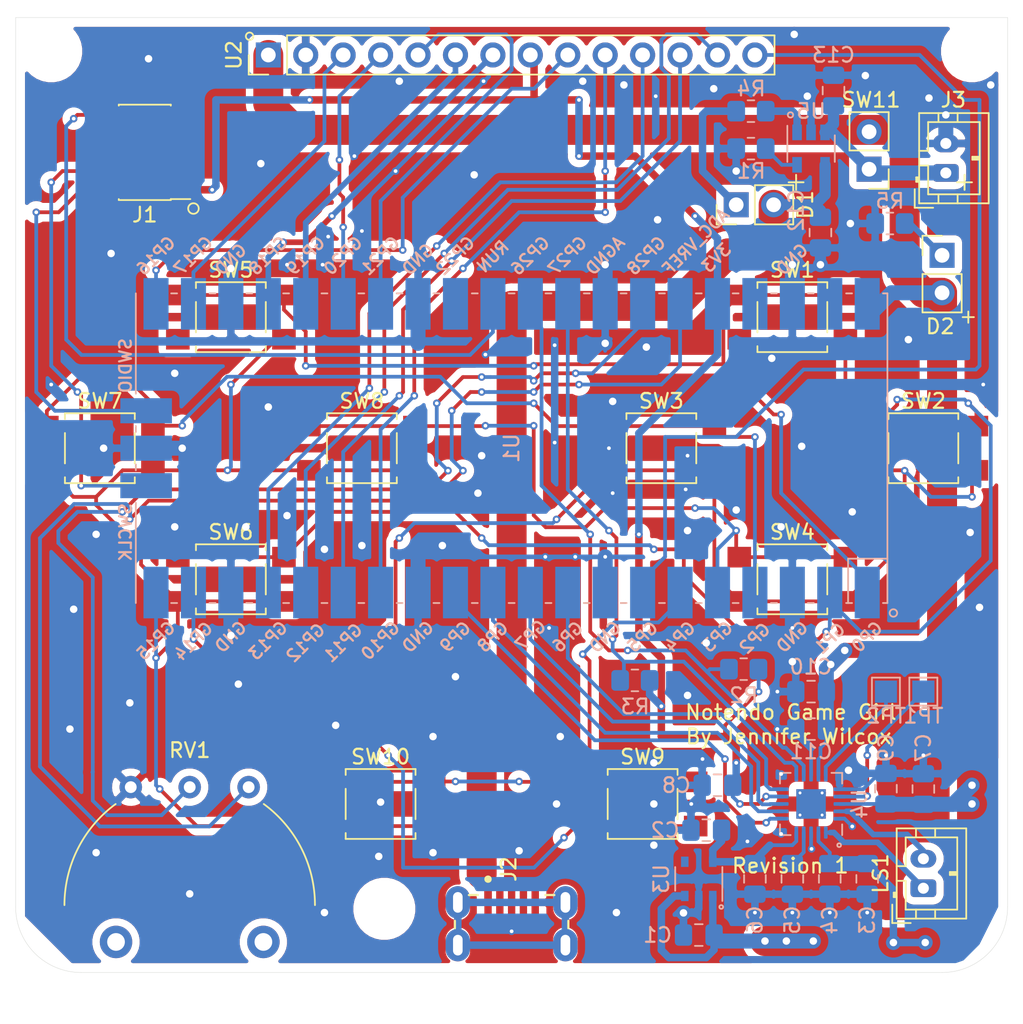
<source format=kicad_pcb>
(kicad_pcb (version 20171130) (host pcbnew "(5.1.12)-1")

  (general
    (thickness 1.6)
    (drawings 26)
    (tracks 870)
    (zones 0)
    (modules 46)
    (nets 56)
  )

  (page USLetter)
  (layers
    (0 F.Cu signal)
    (31 B.Cu signal)
    (32 B.Adhes user)
    (33 F.Adhes user)
    (34 B.Paste user)
    (35 F.Paste user)
    (36 B.SilkS user)
    (37 F.SilkS user)
    (38 B.Mask user)
    (39 F.Mask user)
    (40 Dwgs.User user hide)
    (41 Cmts.User user hide)
    (42 Eco1.User user)
    (43 Eco2.User user)
    (44 Edge.Cuts user)
    (45 Margin user)
    (46 B.CrtYd user)
    (47 F.CrtYd user)
    (48 B.Fab user hide)
    (49 F.Fab user hide)
  )

  (setup
    (last_trace_width 0.1524)
    (user_trace_width 0.1524)
    (user_trace_width 0.254)
    (user_trace_width 0.381)
    (user_trace_width 0.508)
    (user_trace_width 0.762)
    (user_trace_width 1.016)
    (user_trace_width 2.032)
    (trace_clearance 0.1524)
    (zone_clearance 0.508)
    (zone_45_only no)
    (trace_min 0.1524)
    (via_size 0.508)
    (via_drill 0.254)
    (via_min_size 0.508)
    (via_min_drill 0.254)
    (user_via 1.016 0.508)
    (uvia_size 0.3)
    (uvia_drill 0.1)
    (uvias_allowed no)
    (uvia_min_size 0.2)
    (uvia_min_drill 0.1)
    (edge_width 0.05)
    (segment_width 0.2)
    (pcb_text_width 0.3)
    (pcb_text_size 1.5 1.5)
    (mod_edge_width 0.12)
    (mod_text_size 1 1)
    (mod_text_width 0.15)
    (pad_size 1.524 1.524)
    (pad_drill 0.762)
    (pad_to_mask_clearance 0.0508)
    (solder_mask_min_width 0.101)
    (aux_axis_origin 0 0)
    (visible_elements 7FFFFFFF)
    (pcbplotparams
      (layerselection 0x010fc_ffffffff)
      (usegerberextensions false)
      (usegerberattributes true)
      (usegerberadvancedattributes true)
      (creategerberjobfile true)
      (excludeedgelayer true)
      (linewidth 0.100000)
      (plotframeref false)
      (viasonmask false)
      (mode 1)
      (useauxorigin false)
      (hpglpennumber 1)
      (hpglpenspeed 20)
      (hpglpendiameter 15.000000)
      (psnegative false)
      (psa4output false)
      (plotreference true)
      (plotvalue true)
      (plotinvisibletext false)
      (padsonsilk false)
      (subtractmaskfromsilk false)
      (outputformat 1)
      (mirror false)
      (drillshape 1)
      (scaleselection 1)
      (outputdirectory ""))
  )

  (net 0 "")
  (net 1 "Net-(U1-Pad29)")
  (net 2 "Net-(U1-Pad37)")
  (net 3 "Net-(U1-Pad39)")
  (net 4 "Net-(J1-Pad8)")
  (net 5 "Net-(J1-Pad7)")
  (net 6 "Net-(J1-Pad6)")
  (net 7 GND)
  (net 8 +3V3)
  (net 9 RESET)
  (net 10 TFT_CS)
  (net 11 TFT_SCK)
  (net 12 TFT_SDI)
  (net 13 TFT_RESET)
  (net 14 TFT_DC)
  (net 15 TFT_SDO)
  (net 16 TP_IRQ)
  (net 17 TP_CS)
  (net 18 TP_OUT)
  (net 19 TP_DIN)
  (net 20 TP_CLK)
  (net 21 BUTTON1)
  (net 22 STROBE1)
  (net 23 BUTTON2)
  (net 24 BUTTON3)
  (net 25 BUTTON4)
  (net 26 STROBE2)
  (net 27 BUTTON5)
  (net 28 SWCLK)
  (net 29 SWDIO)
  (net 30 "Net-(LS1-Pad2)")
  (net 31 "Net-(LS1-Pad1)")
  (net 32 VCC)
  (net 33 +1V8)
  (net 34 "Net-(U3-Pad4)")
  (net 35 "Net-(J2-Pad4)")
  (net 36 "Net-(J2-Pad3)")
  (net 37 "Net-(J2-Pad2)")
  (net 38 "Net-(R1-Pad1)")
  (net 39 "Net-(TP1-Pad1)")
  (net 40 "Net-(TP2-Pad1)")
  (net 41 SDA)
  (net 42 SCL)
  (net 43 MCLK)
  (net 44 BCK)
  (net 45 DACDAT)
  (net 46 LRCK)
  (net 47 "Net-(D1-Pad1)")
  (net 48 "Net-(D2-Pad1)")
  (net 49 "Net-(R4-Pad2)")
  (net 50 "Net-(J2-Pad6)")
  (net 51 /USB_VBUS)
  (net 52 /VREF)
  (net 53 /VBAT_CHARGE)
  (net 54 ADC_VREF)
  (net 55 VOL)

  (net_class Default "This is the default net class."
    (clearance 0.1524)
    (trace_width 0.1524)
    (via_dia 0.508)
    (via_drill 0.254)
    (uvia_dia 0.3)
    (uvia_drill 0.1)
    (add_net +1V8)
    (add_net +3V3)
    (add_net /USB_VBUS)
    (add_net /VBAT_CHARGE)
    (add_net /VREF)
    (add_net ADC_VREF)
    (add_net BCK)
    (add_net BUTTON1)
    (add_net BUTTON2)
    (add_net BUTTON3)
    (add_net BUTTON4)
    (add_net BUTTON5)
    (add_net DACDAT)
    (add_net GND)
    (add_net LRCK)
    (add_net MCLK)
    (add_net "Net-(D1-Pad1)")
    (add_net "Net-(D2-Pad1)")
    (add_net "Net-(J1-Pad6)")
    (add_net "Net-(J1-Pad7)")
    (add_net "Net-(J1-Pad8)")
    (add_net "Net-(J2-Pad2)")
    (add_net "Net-(J2-Pad3)")
    (add_net "Net-(J2-Pad4)")
    (add_net "Net-(J2-Pad6)")
    (add_net "Net-(LS1-Pad1)")
    (add_net "Net-(LS1-Pad2)")
    (add_net "Net-(R1-Pad1)")
    (add_net "Net-(R4-Pad2)")
    (add_net "Net-(TP1-Pad1)")
    (add_net "Net-(TP2-Pad1)")
    (add_net "Net-(U1-Pad29)")
    (add_net "Net-(U1-Pad37)")
    (add_net "Net-(U1-Pad39)")
    (add_net "Net-(U3-Pad4)")
    (add_net RESET)
    (add_net SCL)
    (add_net SDA)
    (add_net STROBE1)
    (add_net STROBE2)
    (add_net SWCLK)
    (add_net SWDIO)
    (add_net TFT_CS)
    (add_net TFT_DC)
    (add_net TFT_RESET)
    (add_net TFT_SCK)
    (add_net TFT_SDI)
    (add_net TFT_SDO)
    (add_net TP_CLK)
    (add_net TP_CS)
    (add_net TP_DIN)
    (add_net TP_IRQ)
    (add_net TP_OUT)
    (add_net VCC)
    (add_net VOL)
  )

  (module Connector_JST:JST_PH_B2B-PH-K_1x02_P2.00mm_Vertical (layer F.Cu) (tedit 5B7745C2) (tstamp 61AF0706)
    (at 78.74 104.775 90)
    (descr "JST PH series connector, B2B-PH-K (http://www.jst-mfg.com/product/pdf/eng/ePH.pdf), generated with kicad-footprint-generator")
    (tags "connector JST PH side entry")
    (path /61B78B27)
    (fp_text reference LS1 (at 1 -2.9 90) (layer F.SilkS)
      (effects (font (size 1 1) (thickness 0.15)))
    )
    (fp_text value Speaker (at 1 4 90) (layer F.Fab)
      (effects (font (size 1 1) (thickness 0.15)))
    )
    (fp_line (start 4.45 -2.2) (end -2.45 -2.2) (layer F.CrtYd) (width 0.05))
    (fp_line (start 4.45 3.3) (end 4.45 -2.2) (layer F.CrtYd) (width 0.05))
    (fp_line (start -2.45 3.3) (end 4.45 3.3) (layer F.CrtYd) (width 0.05))
    (fp_line (start -2.45 -2.2) (end -2.45 3.3) (layer F.CrtYd) (width 0.05))
    (fp_line (start 3.95 -1.7) (end -1.95 -1.7) (layer F.Fab) (width 0.1))
    (fp_line (start 3.95 2.8) (end 3.95 -1.7) (layer F.Fab) (width 0.1))
    (fp_line (start -1.95 2.8) (end 3.95 2.8) (layer F.Fab) (width 0.1))
    (fp_line (start -1.95 -1.7) (end -1.95 2.8) (layer F.Fab) (width 0.1))
    (fp_line (start -2.36 -2.11) (end -2.36 -0.86) (layer F.Fab) (width 0.1))
    (fp_line (start -1.11 -2.11) (end -2.36 -2.11) (layer F.Fab) (width 0.1))
    (fp_line (start -2.36 -2.11) (end -2.36 -0.86) (layer F.SilkS) (width 0.12))
    (fp_line (start -1.11 -2.11) (end -2.36 -2.11) (layer F.SilkS) (width 0.12))
    (fp_line (start 1 2.3) (end 1 1.8) (layer F.SilkS) (width 0.12))
    (fp_line (start 1.1 1.8) (end 1.1 2.3) (layer F.SilkS) (width 0.12))
    (fp_line (start 0.9 1.8) (end 1.1 1.8) (layer F.SilkS) (width 0.12))
    (fp_line (start 0.9 2.3) (end 0.9 1.8) (layer F.SilkS) (width 0.12))
    (fp_line (start 4.06 0.8) (end 3.45 0.8) (layer F.SilkS) (width 0.12))
    (fp_line (start 4.06 -0.5) (end 3.45 -0.5) (layer F.SilkS) (width 0.12))
    (fp_line (start -2.06 0.8) (end -1.45 0.8) (layer F.SilkS) (width 0.12))
    (fp_line (start -2.06 -0.5) (end -1.45 -0.5) (layer F.SilkS) (width 0.12))
    (fp_line (start 1.5 -1.2) (end 1.5 -1.81) (layer F.SilkS) (width 0.12))
    (fp_line (start 3.45 -1.2) (end 1.5 -1.2) (layer F.SilkS) (width 0.12))
    (fp_line (start 3.45 2.3) (end 3.45 -1.2) (layer F.SilkS) (width 0.12))
    (fp_line (start -1.45 2.3) (end 3.45 2.3) (layer F.SilkS) (width 0.12))
    (fp_line (start -1.45 -1.2) (end -1.45 2.3) (layer F.SilkS) (width 0.12))
    (fp_line (start 0.5 -1.2) (end -1.45 -1.2) (layer F.SilkS) (width 0.12))
    (fp_line (start 0.5 -1.81) (end 0.5 -1.2) (layer F.SilkS) (width 0.12))
    (fp_line (start -0.3 -1.91) (end -0.6 -1.91) (layer F.SilkS) (width 0.12))
    (fp_line (start -0.6 -2.01) (end -0.6 -1.81) (layer F.SilkS) (width 0.12))
    (fp_line (start -0.3 -2.01) (end -0.6 -2.01) (layer F.SilkS) (width 0.12))
    (fp_line (start -0.3 -1.81) (end -0.3 -2.01) (layer F.SilkS) (width 0.12))
    (fp_line (start 4.06 -1.81) (end -2.06 -1.81) (layer F.SilkS) (width 0.12))
    (fp_line (start 4.06 2.91) (end 4.06 -1.81) (layer F.SilkS) (width 0.12))
    (fp_line (start -2.06 2.91) (end 4.06 2.91) (layer F.SilkS) (width 0.12))
    (fp_line (start -2.06 -1.81) (end -2.06 2.91) (layer F.SilkS) (width 0.12))
    (fp_text user %R (at 1 1.5 90) (layer F.Fab)
      (effects (font (size 1 1) (thickness 0.15)))
    )
    (pad 2 thru_hole oval (at 2 0 90) (size 1.2 1.75) (drill 0.75) (layers *.Cu *.Mask)
      (net 30 "Net-(LS1-Pad2)"))
    (pad 1 thru_hole roundrect (at 0 0 90) (size 1.2 1.75) (drill 0.75) (layers *.Cu *.Mask) (roundrect_rratio 0.208333)
      (net 31 "Net-(LS1-Pad1)"))
    (model ${KISYS3DMOD}/Connector_JST.3dshapes/JST_PH_B2B-PH-K_1x02_P2.00mm_Vertical.wrl
      (at (xyz 0 0 0))
      (scale (xyz 1 1 1))
      (rotate (xyz 0 0 0))
    )
  )

  (module Capacitor_SMD:C_0805_2012Metric_Pad1.18x1.45mm_HandSolder (layer B.Cu) (tedit 5F68FEEF) (tstamp 61BAF254)
    (at 72.644 50.673 90)
    (descr "Capacitor SMD 0805 (2012 Metric), square (rectangular) end terminal, IPC_7351 nominal with elongated pad for handsoldering. (Body size source: IPC-SM-782 page 76, https://www.pcb-3d.com/wordpress/wp-content/uploads/ipc-sm-782a_amendment_1_and_2.pdf, https://docs.google.com/spreadsheets/d/1BsfQQcO9C6DZCsRaXUlFlo91Tg2WpOkGARC1WS5S8t0/edit?usp=sharing), generated with kicad-footprint-generator")
    (tags "capacitor handsolder")
    (path /61C08331)
    (attr smd)
    (fp_text reference C13 (at 2.413 0 180) (layer B.SilkS)
      (effects (font (size 1 1) (thickness 0.15)) (justify mirror))
    )
    (fp_text value 4.7uF (at 0 -1.68 90) (layer B.Fab)
      (effects (font (size 1 1) (thickness 0.15)) (justify mirror))
    )
    (fp_line (start 1.88 -0.98) (end -1.88 -0.98) (layer B.CrtYd) (width 0.05))
    (fp_line (start 1.88 0.98) (end 1.88 -0.98) (layer B.CrtYd) (width 0.05))
    (fp_line (start -1.88 0.98) (end 1.88 0.98) (layer B.CrtYd) (width 0.05))
    (fp_line (start -1.88 -0.98) (end -1.88 0.98) (layer B.CrtYd) (width 0.05))
    (fp_line (start -0.261252 -0.735) (end 0.261252 -0.735) (layer B.SilkS) (width 0.12))
    (fp_line (start -0.261252 0.735) (end 0.261252 0.735) (layer B.SilkS) (width 0.12))
    (fp_line (start 1 -0.625) (end -1 -0.625) (layer B.Fab) (width 0.1))
    (fp_line (start 1 0.625) (end 1 -0.625) (layer B.Fab) (width 0.1))
    (fp_line (start -1 0.625) (end 1 0.625) (layer B.Fab) (width 0.1))
    (fp_line (start -1 -0.625) (end -1 0.625) (layer B.Fab) (width 0.1))
    (fp_text user %R (at 0 0 90) (layer B.Fab)
      (effects (font (size 0.5 0.5) (thickness 0.08)) (justify mirror))
    )
    (pad 2 smd roundrect (at 1.0375 0 90) (size 1.175 1.45) (layers B.Cu B.Paste B.Mask) (roundrect_rratio 0.212766)
      (net 7 GND))
    (pad 1 smd roundrect (at -1.0375 0 90) (size 1.175 1.45) (layers B.Cu B.Paste B.Mask) (roundrect_rratio 0.212766)
      (net 53 /VBAT_CHARGE))
    (model ${KISYS3DMOD}/Capacitor_SMD.3dshapes/C_0805_2012Metric.wrl
      (at (xyz 0 0 0))
      (scale (xyz 1 1 1))
      (rotate (xyz 0 0 0))
    )
  )

  (module Connector_JST:JST_PH_B2B-PH-K_1x02_P2.00mm_Vertical (layer F.Cu) (tedit 5B7745C2) (tstamp 61BAB878)
    (at 80.264 56.261 90)
    (descr "JST PH series connector, B2B-PH-K (http://www.jst-mfg.com/product/pdf/eng/ePH.pdf), generated with kicad-footprint-generator")
    (tags "connector JST PH side entry")
    (path /61CF65FF)
    (fp_text reference J3 (at 4.953 0.508 180) (layer F.SilkS)
      (effects (font (size 1 1) (thickness 0.15)))
    )
    (fp_text value Battery (at 1 4 90) (layer F.Fab)
      (effects (font (size 1 1) (thickness 0.15)))
    )
    (fp_line (start -2.06 -1.81) (end -2.06 2.91) (layer F.SilkS) (width 0.12))
    (fp_line (start -2.06 2.91) (end 4.06 2.91) (layer F.SilkS) (width 0.12))
    (fp_line (start 4.06 2.91) (end 4.06 -1.81) (layer F.SilkS) (width 0.12))
    (fp_line (start 4.06 -1.81) (end -2.06 -1.81) (layer F.SilkS) (width 0.12))
    (fp_line (start -0.3 -1.81) (end -0.3 -2.01) (layer F.SilkS) (width 0.12))
    (fp_line (start -0.3 -2.01) (end -0.6 -2.01) (layer F.SilkS) (width 0.12))
    (fp_line (start -0.6 -2.01) (end -0.6 -1.81) (layer F.SilkS) (width 0.12))
    (fp_line (start -0.3 -1.91) (end -0.6 -1.91) (layer F.SilkS) (width 0.12))
    (fp_line (start 0.5 -1.81) (end 0.5 -1.2) (layer F.SilkS) (width 0.12))
    (fp_line (start 0.5 -1.2) (end -1.45 -1.2) (layer F.SilkS) (width 0.12))
    (fp_line (start -1.45 -1.2) (end -1.45 2.3) (layer F.SilkS) (width 0.12))
    (fp_line (start -1.45 2.3) (end 3.45 2.3) (layer F.SilkS) (width 0.12))
    (fp_line (start 3.45 2.3) (end 3.45 -1.2) (layer F.SilkS) (width 0.12))
    (fp_line (start 3.45 -1.2) (end 1.5 -1.2) (layer F.SilkS) (width 0.12))
    (fp_line (start 1.5 -1.2) (end 1.5 -1.81) (layer F.SilkS) (width 0.12))
    (fp_line (start -2.06 -0.5) (end -1.45 -0.5) (layer F.SilkS) (width 0.12))
    (fp_line (start -2.06 0.8) (end -1.45 0.8) (layer F.SilkS) (width 0.12))
    (fp_line (start 4.06 -0.5) (end 3.45 -0.5) (layer F.SilkS) (width 0.12))
    (fp_line (start 4.06 0.8) (end 3.45 0.8) (layer F.SilkS) (width 0.12))
    (fp_line (start 0.9 2.3) (end 0.9 1.8) (layer F.SilkS) (width 0.12))
    (fp_line (start 0.9 1.8) (end 1.1 1.8) (layer F.SilkS) (width 0.12))
    (fp_line (start 1.1 1.8) (end 1.1 2.3) (layer F.SilkS) (width 0.12))
    (fp_line (start 1 2.3) (end 1 1.8) (layer F.SilkS) (width 0.12))
    (fp_line (start -1.11 -2.11) (end -2.36 -2.11) (layer F.SilkS) (width 0.12))
    (fp_line (start -2.36 -2.11) (end -2.36 -0.86) (layer F.SilkS) (width 0.12))
    (fp_line (start -1.11 -2.11) (end -2.36 -2.11) (layer F.Fab) (width 0.1))
    (fp_line (start -2.36 -2.11) (end -2.36 -0.86) (layer F.Fab) (width 0.1))
    (fp_line (start -1.95 -1.7) (end -1.95 2.8) (layer F.Fab) (width 0.1))
    (fp_line (start -1.95 2.8) (end 3.95 2.8) (layer F.Fab) (width 0.1))
    (fp_line (start 3.95 2.8) (end 3.95 -1.7) (layer F.Fab) (width 0.1))
    (fp_line (start 3.95 -1.7) (end -1.95 -1.7) (layer F.Fab) (width 0.1))
    (fp_line (start -2.45 -2.2) (end -2.45 3.3) (layer F.CrtYd) (width 0.05))
    (fp_line (start -2.45 3.3) (end 4.45 3.3) (layer F.CrtYd) (width 0.05))
    (fp_line (start 4.45 3.3) (end 4.45 -2.2) (layer F.CrtYd) (width 0.05))
    (fp_line (start 4.45 -2.2) (end -2.45 -2.2) (layer F.CrtYd) (width 0.05))
    (fp_text user %R (at 1 1.5 90) (layer F.Fab)
      (effects (font (size 1 1) (thickness 0.15)))
    )
    (pad 2 thru_hole oval (at 2 0 90) (size 1.2 1.75) (drill 0.75) (layers *.Cu *.Mask)
      (net 7 GND))
    (pad 1 thru_hole roundrect (at 0 0 90) (size 1.2 1.75) (drill 0.75) (layers *.Cu *.Mask) (roundrect_rratio 0.208333)
      (net 53 /VBAT_CHARGE))
    (model ${KISYS3DMOD}/Connector_JST.3dshapes/JST_PH_B2B-PH-K_1x02_P2.00mm_Vertical.wrl
      (at (xyz 0 0 0))
      (scale (xyz 1 1 1))
      (rotate (xyz 0 0 0))
    )
  )

  (module JennToo_Custom:Potentiometer_Generic_3 (layer F.Cu) (tedit 61B635E0) (tstamp 61B643EE)
    (at 28.956 105.918 180)
    (path /61B6A9D6)
    (fp_text reference RV1 (at 0 10.5) (layer F.SilkS)
      (effects (font (size 1 1) (thickness 0.15)))
    )
    (fp_text value 10k (at 0 -13.97) (layer F.Fab)
      (effects (font (size 1 1) (thickness 0.15)))
    )
    (fp_line (start 8 -8) (end -8 -8) (layer F.CrtYd) (width 0.12))
    (fp_line (start 8 9) (end 8 -8) (layer F.CrtYd) (width 0.12))
    (fp_line (start -8 9) (end 8 9) (layer F.CrtYd) (width 0.12))
    (fp_line (start -8 -8) (end -8 9) (layer F.CrtYd) (width 0.12))
    (fp_circle (center 0 0) (end 8 0) (layer F.Fab) (width 0.12))
    (fp_line (start -5 0) (end -5 8) (layer F.Fab) (width 0.12))
    (fp_line (start -5 8) (end 5 8) (layer F.Fab) (width 0.12))
    (fp_line (start 5 8) (end 5 -2.5) (layer F.Fab) (width 0.12))
    (fp_line (start 5 -2.5) (end -5 -2.5) (layer F.Fab) (width 0.12))
    (fp_line (start -5 -2.5) (end -5 0) (layer F.Fab) (width 0.12))
    (fp_arc (start 0 0) (end 8.5 0) (angle 53.74616226) (layer F.SilkS) (width 0.12))
    (fp_arc (start 0 0) (end -8.5 0) (angle -53.74616226) (layer F.SilkS) (width 0.12))
    (pad 1 thru_hole circle (at -4 8 180) (size 1.524 1.524) (drill 0.8) (layers *.Cu *.Mask)
      (net 54 ADC_VREF))
    (pad "" thru_hole circle (at 5 -2.5 180) (size 2.2 2.2) (drill 1.2) (layers *.Cu *.Mask))
    (pad "" thru_hole circle (at -5 -2.5 180) (size 2.2 2.2) (drill 1.2) (layers *.Cu *.Mask))
    (pad 3 thru_hole circle (at 4 8 180) (size 1.524 1.524) (drill 0.8) (layers *.Cu *.Mask)
      (net 7 GND))
    (pad 2 thru_hole circle (at 0 8 180) (size 1.524 1.524) (drill 0.8) (layers *.Cu *.Mask)
      (net 55 VOL))
  )

  (module MountingHole:MountingHole_3.2mm_M3 locked (layer F.Cu) (tedit 56D1B4CB) (tstamp 61B52E65)
    (at 42.164 106.172)
    (descr "Mounting Hole 3.2mm, no annular, M3")
    (tags "mounting hole 3.2mm no annular m3")
    (attr virtual)
    (fp_text reference REF** (at 0 -4.2) (layer F.SilkS) hide
      (effects (font (size 1 1) (thickness 0.15)))
    )
    (fp_text value MountingHole_3.2mm_M3 (at 0 4.2) (layer F.Fab)
      (effects (font (size 1 1) (thickness 0.15)))
    )
    (fp_circle (center 0 0) (end 3.45 0) (layer F.CrtYd) (width 0.05))
    (fp_circle (center 0 0) (end 3.2 0) (layer Cmts.User) (width 0.15))
    (fp_text user %R (at 0.3 0) (layer F.Fab)
      (effects (font (size 1 1) (thickness 0.15)))
    )
    (pad 1 np_thru_hole circle (at 0 0) (size 3.2 3.2) (drill 3.2) (layers *.Cu *.Mask))
  )

  (module MountingHole:MountingHole_3.2mm_M3 locked (layer F.Cu) (tedit 56D1B4CB) (tstamp 61B52E4D)
    (at 19.558 48.006)
    (descr "Mounting Hole 3.2mm, no annular, M3")
    (tags "mounting hole 3.2mm no annular m3")
    (attr virtual)
    (fp_text reference REF** (at 0 -4.2) (layer F.SilkS) hide
      (effects (font (size 1 1) (thickness 0.15)))
    )
    (fp_text value MountingHole_3.2mm_M3 (at 0 4.2) (layer F.Fab)
      (effects (font (size 1 1) (thickness 0.15)))
    )
    (fp_circle (center 0 0) (end 3.2 0) (layer Cmts.User) (width 0.15))
    (fp_circle (center 0 0) (end 3.45 0) (layer F.CrtYd) (width 0.05))
    (fp_text user %R (at 0.3 0) (layer F.Fab)
      (effects (font (size 1 1) (thickness 0.15)))
    )
    (pad 1 np_thru_hole circle (at 0 0) (size 3.2 3.2) (drill 3.2) (layers *.Cu *.Mask))
  )

  (module MountingHole:MountingHole_3.2mm_M3 locked (layer F.Cu) (tedit 56D1B4CB) (tstamp 61B52CAB)
    (at 82.042 48.006)
    (descr "Mounting Hole 3.2mm, no annular, M3")
    (tags "mounting hole 3.2mm no annular m3")
    (attr virtual)
    (fp_text reference REF** (at 0 -4.2) (layer F.SilkS) hide
      (effects (font (size 1 1) (thickness 0.15)))
    )
    (fp_text value MountingHole_3.2mm_M3 (at 0 4.2) (layer F.Fab)
      (effects (font (size 1 1) (thickness 0.15)))
    )
    (fp_circle (center 0 0) (end 3.45 0) (layer F.CrtYd) (width 0.05))
    (fp_circle (center 0 0) (end 3.2 0) (layer Cmts.User) (width 0.15))
    (fp_text user %R (at 0.3 0) (layer F.Fab)
      (effects (font (size 1 1) (thickness 0.15)))
    )
    (pad 1 np_thru_hole circle (at 0 0) (size 3.2 3.2) (drill 3.2) (layers *.Cu *.Mask))
  )

  (module MCU_RaspberryPi_and_Boards:RPi_Pico_SMD_only (layer B.Cu) (tedit 61B410C4) (tstamp 61AF11C8)
    (at 50.8 74.93 90)
    (descr "Through hole straight pin header, 2x20, 2.54mm pitch, double rows")
    (tags "Through hole pin header THT 2x20 2.54mm double row")
    (path /61ACF4D3)
    (fp_text reference U1 (at 0 0 270) (layer B.SilkS)
      (effects (font (size 1 1) (thickness 0.15)) (justify mirror))
    )
    (fp_text value Pico (at 0 -2.159 270) (layer B.Fab)
      (effects (font (size 1 1) (thickness 0.15)) (justify mirror))
    )
    (fp_line (start 1.1 -25.5) (end 1.5 -25.5) (layer B.SilkS) (width 0.12))
    (fp_line (start -1.5 -25.5) (end -1.1 -25.5) (layer B.SilkS) (width 0.12))
    (fp_line (start 10.5 -25.5) (end 3.7 -25.5) (layer B.SilkS) (width 0.12))
    (fp_line (start 10.5 -15.1) (end 10.5 -15.5) (layer B.SilkS) (width 0.12))
    (fp_line (start 10.5 -7.4) (end 10.5 -7.8) (layer B.SilkS) (width 0.12))
    (fp_line (start 10.5 18) (end 10.5 17.6) (layer B.SilkS) (width 0.12))
    (fp_line (start 10.5 25.5) (end 10.5 25.2) (layer B.SilkS) (width 0.12))
    (fp_line (start 10.5 2.7) (end 10.5 2.3) (layer B.SilkS) (width 0.12))
    (fp_line (start 10.5 -12.5) (end 10.5 -12.9) (layer B.SilkS) (width 0.12))
    (fp_line (start 10.5 7.8) (end 10.5 7.4) (layer B.SilkS) (width 0.12))
    (fp_line (start 10.5 12.9) (end 10.5 12.5) (layer B.SilkS) (width 0.12))
    (fp_line (start 10.5 0.2) (end 10.5 -0.2) (layer B.SilkS) (width 0.12))
    (fp_line (start 10.5 -4.9) (end 10.5 -5.3) (layer B.SilkS) (width 0.12))
    (fp_line (start 10.5 -20.1) (end 10.5 -20.5) (layer B.SilkS) (width 0.12))
    (fp_line (start 10.5 -22.7) (end 10.5 -23.1) (layer B.SilkS) (width 0.12))
    (fp_line (start 10.5 -17.6) (end 10.5 -18) (layer B.SilkS) (width 0.12))
    (fp_line (start 10.5 15.4) (end 10.5 15) (layer B.SilkS) (width 0.12))
    (fp_line (start 10.5 23.1) (end 10.5 22.7) (layer B.SilkS) (width 0.12))
    (fp_line (start 10.5 20.5) (end 10.5 20.1) (layer B.SilkS) (width 0.12))
    (fp_line (start 10.5 -10) (end 10.5 -10.4) (layer B.SilkS) (width 0.12))
    (fp_line (start 10.5 -2.3) (end 10.5 -2.7) (layer B.SilkS) (width 0.12))
    (fp_line (start 10.5 5.3) (end 10.5 4.9) (layer B.SilkS) (width 0.12))
    (fp_line (start 10.5 10.4) (end 10.5 10) (layer B.SilkS) (width 0.12))
    (fp_line (start -10.5 -22.7) (end -10.5 -23.1) (layer B.SilkS) (width 0.12))
    (fp_line (start -10.5 -20.1) (end -10.5 -20.5) (layer B.SilkS) (width 0.12))
    (fp_line (start -10.5 -17.6) (end -10.5 -18) (layer B.SilkS) (width 0.12))
    (fp_line (start -10.5 -15.1) (end -10.5 -15.5) (layer B.SilkS) (width 0.12))
    (fp_line (start -10.5 -12.5) (end -10.5 -12.9) (layer B.SilkS) (width 0.12))
    (fp_line (start -10.5 -10) (end -10.5 -10.4) (layer B.SilkS) (width 0.12))
    (fp_line (start -10.5 -7.4) (end -10.5 -7.8) (layer B.SilkS) (width 0.12))
    (fp_line (start -10.5 -4.9) (end -10.5 -5.3) (layer B.SilkS) (width 0.12))
    (fp_line (start -10.5 -2.3) (end -10.5 -2.7) (layer B.SilkS) (width 0.12))
    (fp_line (start -10.5 0.2) (end -10.5 -0.2) (layer B.SilkS) (width 0.12))
    (fp_line (start -10.5 2.7) (end -10.5 2.3) (layer B.SilkS) (width 0.12))
    (fp_line (start -10.5 5.3) (end -10.5 4.9) (layer B.SilkS) (width 0.12))
    (fp_line (start -10.5 7.8) (end -10.5 7.4) (layer B.SilkS) (width 0.12))
    (fp_line (start -10.5 10.4) (end -10.5 10) (layer B.SilkS) (width 0.12))
    (fp_line (start -10.5 12.9) (end -10.5 12.5) (layer B.SilkS) (width 0.12))
    (fp_line (start -10.5 15.4) (end -10.5 15) (layer B.SilkS) (width 0.12))
    (fp_line (start -10.5 18) (end -10.5 17.6) (layer B.SilkS) (width 0.12))
    (fp_line (start -10.5 20.5) (end -10.5 20.1) (layer B.SilkS) (width 0.12))
    (fp_line (start -10.5 23.1) (end -10.5 22.7) (layer B.SilkS) (width 0.12))
    (fp_line (start -10.5 25.5) (end -10.5 25.2) (layer B.SilkS) (width 0.12))
    (fp_line (start -7.493 22.833) (end -7.493 25.5) (layer B.SilkS) (width 0.12))
    (fp_line (start -10.5 22.833) (end -7.493 22.833) (layer B.SilkS) (width 0.12))
    (fp_line (start -3.7 -25.5) (end -10.5 -25.5) (layer B.SilkS) (width 0.12))
    (fp_line (start -10.5 25.5) (end 10.5 25.5) (layer B.SilkS) (width 0.12))
    (fp_line (start -11 -26) (end -11 26) (layer B.CrtYd) (width 0.12))
    (fp_line (start 11 -26) (end -11 -26) (layer B.CrtYd) (width 0.12))
    (fp_line (start 11 26) (end 11 -26) (layer B.CrtYd) (width 0.12))
    (fp_line (start -11 26) (end 11 26) (layer B.CrtYd) (width 0.12))
    (fp_line (start -10.5 24.2) (end -9.2 25.5) (layer B.Fab) (width 0.12))
    (fp_line (start -10.5 -25.5) (end -10.5 25.5) (layer B.Fab) (width 0.12))
    (fp_line (start 10.5 -25.5) (end -10.5 -25.5) (layer B.Fab) (width 0.12))
    (fp_line (start 10.5 25.5) (end 10.5 -25.5) (layer B.Fab) (width 0.12))
    (fp_line (start -10.5 25.5) (end 10.5 25.5) (layer B.Fab) (width 0.12))
    (fp_poly (pts (xy -1.5 16.5) (xy -3.5 16.5) (xy -3.5 18.5) (xy -1.5 18.5)) (layer Dwgs.User) (width 0.1))
    (fp_poly (pts (xy -1.5 14) (xy -3.5 14) (xy -3.5 16) (xy -1.5 16)) (layer Dwgs.User) (width 0.1))
    (fp_poly (pts (xy -1.5 11.5) (xy -3.5 11.5) (xy -3.5 13.5) (xy -1.5 13.5)) (layer Dwgs.User) (width 0.1))
    (fp_poly (pts (xy 3.7 20.2) (xy -3.7 20.2) (xy -3.7 24.9) (xy 3.7 24.9)) (layer Dwgs.User) (width 0.1))
    (fp_text user %R (at 0 0 90) (layer B.Fab)
      (effects (font (size 1 1) (thickness 0.15)) (justify mirror))
    )
    (fp_text user GP1 (at -12.9 21.6 225) (layer B.SilkS)
      (effects (font (size 0.8 0.8) (thickness 0.15)) (justify mirror))
    )
    (fp_text user GP2 (at -12.9 16.51 225) (layer B.SilkS)
      (effects (font (size 0.8 0.8) (thickness 0.15)) (justify mirror))
    )
    (fp_text user GP0 (at -12.8 24.13 225) (layer B.SilkS)
      (effects (font (size 0.8 0.8) (thickness 0.15)) (justify mirror))
    )
    (fp_text user GP3 (at -12.8 13.97 225) (layer B.SilkS)
      (effects (font (size 0.8 0.8) (thickness 0.15)) (justify mirror))
    )
    (fp_text user GP4 (at -12.8 11.43 225) (layer B.SilkS)
      (effects (font (size 0.8 0.8) (thickness 0.15)) (justify mirror))
    )
    (fp_text user GP5 (at -12.8 8.89 225) (layer B.SilkS)
      (effects (font (size 0.8 0.8) (thickness 0.15)) (justify mirror))
    )
    (fp_text user GP6 (at -12.8 3.81 225) (layer B.SilkS)
      (effects (font (size 0.8 0.8) (thickness 0.15)) (justify mirror))
    )
    (fp_text user GP7 (at -12.7 1.3 225) (layer B.SilkS)
      (effects (font (size 0.8 0.8) (thickness 0.15)) (justify mirror))
    )
    (fp_text user GP8 (at -12.8 -1.27 225) (layer B.SilkS)
      (effects (font (size 0.8 0.8) (thickness 0.15)) (justify mirror))
    )
    (fp_text user GP9 (at -12.8 -3.81 225) (layer B.SilkS)
      (effects (font (size 0.8 0.8) (thickness 0.15)) (justify mirror))
    )
    (fp_text user GP10 (at -13.054 -8.89 225) (layer B.SilkS)
      (effects (font (size 0.8 0.8) (thickness 0.15)) (justify mirror))
    )
    (fp_text user GP11 (at -13.2 -11.43 225) (layer B.SilkS)
      (effects (font (size 0.8 0.8) (thickness 0.15)) (justify mirror))
    )
    (fp_text user GP12 (at -13.2 -13.97 225) (layer B.SilkS)
      (effects (font (size 0.8 0.8) (thickness 0.15)) (justify mirror))
    )
    (fp_text user GP13 (at -13.054 -16.51 225) (layer B.SilkS)
      (effects (font (size 0.8 0.8) (thickness 0.15)) (justify mirror))
    )
    (fp_text user GP14 (at -13.1 -21.59 225) (layer B.SilkS)
      (effects (font (size 0.8 0.8) (thickness 0.15)) (justify mirror))
    )
    (fp_text user GP15 (at -13.054 -24.13 225) (layer B.SilkS)
      (effects (font (size 0.8 0.8) (thickness 0.15)) (justify mirror))
    )
    (fp_text user GP16 (at 13.054 -24.13 225) (layer B.SilkS)
      (effects (font (size 0.8 0.8) (thickness 0.15)) (justify mirror))
    )
    (fp_text user GP17 (at 13.054 -21.59 225) (layer B.SilkS)
      (effects (font (size 0.8 0.8) (thickness 0.15)) (justify mirror))
    )
    (fp_text user GP18 (at 13.054 -16.51 225) (layer B.SilkS)
      (effects (font (size 0.8 0.8) (thickness 0.15)) (justify mirror))
    )
    (fp_text user GP19 (at 13.054 -13.97 225) (layer B.SilkS)
      (effects (font (size 0.8 0.8) (thickness 0.15)) (justify mirror))
    )
    (fp_text user GP20 (at 13.054 -11.43 225) (layer B.SilkS)
      (effects (font (size 0.8 0.8) (thickness 0.15)) (justify mirror))
    )
    (fp_text user GP21 (at 13.054 -8.9 225) (layer B.SilkS)
      (effects (font (size 0.8 0.8) (thickness 0.15)) (justify mirror))
    )
    (fp_text user GP22 (at 13.054 -3.81 225) (layer B.SilkS)
      (effects (font (size 0.8 0.8) (thickness 0.15)) (justify mirror))
    )
    (fp_text user RUN (at 13 -1.27 225) (layer B.SilkS)
      (effects (font (size 0.8 0.8) (thickness 0.15)) (justify mirror))
    )
    (fp_text user GP26 (at 13.054 1.27 225) (layer B.SilkS)
      (effects (font (size 0.8 0.8) (thickness 0.15)) (justify mirror))
    )
    (fp_text user GP27 (at 13.054 3.8 225) (layer B.SilkS)
      (effects (font (size 0.8 0.8) (thickness 0.15)) (justify mirror))
    )
    (fp_text user GP28 (at 13.054 9.144 225) (layer B.SilkS)
      (effects (font (size 0.8 0.8) (thickness 0.15)) (justify mirror))
    )
    (fp_text user ADC_VREF (at 14 12.5 225) (layer B.SilkS)
      (effects (font (size 0.8 0.8) (thickness 0.15)) (justify mirror))
    )
    (fp_text user 3V3 (at 12.9 13.9 225) (layer B.SilkS)
      (effects (font (size 0.8 0.8) (thickness 0.15)) (justify mirror))
    )
    (fp_text user GND (at -12.8 19.05 225) (layer B.SilkS)
      (effects (font (size 0.8 0.8) (thickness 0.15)) (justify mirror))
    )
    (fp_text user GND (at -12.8 6.35 225) (layer B.SilkS)
      (effects (font (size 0.8 0.8) (thickness 0.15)) (justify mirror))
    )
    (fp_text user GND (at -12.8 -6.35 225) (layer B.SilkS)
      (effects (font (size 0.8 0.8) (thickness 0.15)) (justify mirror))
    )
    (fp_text user GND (at -12.8 -19.05 225) (layer B.SilkS)
      (effects (font (size 0.8 0.8) (thickness 0.15)) (justify mirror))
    )
    (fp_text user GND (at 12.8 -19.05 225) (layer B.SilkS)
      (effects (font (size 0.8 0.8) (thickness 0.15)) (justify mirror))
    )
    (fp_text user GND (at 12.8 -6.35 225) (layer B.SilkS)
      (effects (font (size 0.8 0.8) (thickness 0.15)) (justify mirror))
    )
    (fp_text user GND (at 12.8 19.05 225) (layer B.SilkS)
      (effects (font (size 0.8 0.8) (thickness 0.15)) (justify mirror))
    )
    (fp_text user AGND (at 13.054 6.35 225) (layer B.SilkS)
      (effects (font (size 0.8 0.8) (thickness 0.15)) (justify mirror))
    )
    (fp_text user SWCLK (at -5.7 -26.2 270) (layer B.SilkS)
      (effects (font (size 0.8 0.8) (thickness 0.15)) (justify mirror))
    )
    (fp_text user SWDIO (at 5.6 -26.2 270) (layer B.SilkS)
      (effects (font (size 0.8 0.8) (thickness 0.15)) (justify mirror))
    )
    (fp_text user "Copper Keepouts shown on Dwgs layer" (at 0.1 30.2 270) (layer Cmts.User)
      (effects (font (size 1 1) (thickness 0.15)))
    )
    (pad 1 smd rect (at -8.89 24.13 90) (size 3.5 1.7) (drill (offset -0.9 0)) (layers B.Cu B.Mask)
      (net 21 BUTTON1))
    (pad 2 smd rect (at -8.89 21.59 90) (size 3.5 1.7) (drill (offset -0.9 0)) (layers B.Cu B.Mask)
      (net 23 BUTTON2))
    (pad 3 smd rect (at -8.89 19.05 90) (size 3.5 1.7) (drill (offset -0.9 0)) (layers B.Cu B.Mask)
      (net 7 GND))
    (pad 4 smd rect (at -8.89 16.51 90) (size 3.5 1.7) (drill (offset -0.9 0)) (layers B.Cu B.Mask)
      (net 24 BUTTON3))
    (pad 5 smd rect (at -8.89 13.97 90) (size 3.5 1.7) (drill (offset -0.9 0)) (layers B.Cu B.Mask)
      (net 25 BUTTON4))
    (pad 6 smd rect (at -8.89 11.43 90) (size 3.5 1.7) (drill (offset -0.9 0)) (layers B.Cu B.Mask)
      (net 27 BUTTON5))
    (pad 7 smd rect (at -8.89 8.89 90) (size 3.5 1.7) (drill (offset -0.9 0)) (layers B.Cu B.Mask)
      (net 16 TP_IRQ))
    (pad 8 smd rect (at -8.89 6.35 90) (size 3.5 1.7) (drill (offset -0.9 0)) (layers B.Cu B.Mask)
      (net 7 GND))
    (pad 9 smd rect (at -8.89 3.81 90) (size 3.5 1.7) (drill (offset -0.9 0)) (layers B.Cu B.Mask)
      (net 43 MCLK))
    (pad 10 smd rect (at -8.89 1.27 90) (size 3.5 1.7) (drill (offset -0.9 0)) (layers B.Cu B.Mask)
      (net 44 BCK))
    (pad 11 smd rect (at -8.89 -1.27 90) (size 3.5 1.7) (drill (offset -0.9 0)) (layers B.Cu B.Mask)
      (net 45 DACDAT))
    (pad 12 smd rect (at -8.89 -3.81 90) (size 3.5 1.7) (drill (offset -0.9 0)) (layers B.Cu B.Mask)
      (net 46 LRCK))
    (pad 13 smd rect (at -8.89 -6.35 90) (size 3.5 1.7) (drill (offset -0.9 0)) (layers B.Cu B.Mask)
      (net 7 GND))
    (pad 14 smd rect (at -8.89 -8.89 90) (size 3.5 1.7) (drill (offset -0.9 0)) (layers B.Cu B.Mask)
      (net 20 TP_CLK))
    (pad 15 smd rect (at -8.89 -11.43 90) (size 3.5 1.7) (drill (offset -0.9 0)) (layers B.Cu B.Mask)
      (net 19 TP_DIN))
    (pad 16 smd rect (at -8.89 -13.97 90) (size 3.5 1.7) (drill (offset -0.9 0)) (layers B.Cu B.Mask)
      (net 18 TP_OUT))
    (pad 17 smd rect (at -8.89 -16.51 90) (size 3.5 1.7) (drill (offset -0.9 0)) (layers B.Cu B.Mask)
      (net 17 TP_CS))
    (pad 18 smd rect (at -8.89 -19.05 90) (size 3.5 1.7) (drill (offset -0.9 0)) (layers B.Cu B.Mask)
      (net 7 GND))
    (pad 19 smd rect (at -8.89 -21.59 90) (size 3.5 1.7) (drill (offset -0.9 0)) (layers B.Cu B.Mask)
      (net 22 STROBE1))
    (pad 20 smd rect (at -8.89 -24.13 90) (size 3.5 1.7) (drill (offset -0.9 0)) (layers B.Cu B.Mask)
      (net 26 STROBE2))
    (pad 40 smd rect (at 8.89 24.13 90) (size 3.5 1.7) (drill (offset 0.9 0)) (layers B.Cu B.Mask)
      (net 32 VCC))
    (pad 39 smd rect (at 8.89 21.59 90) (size 3.5 1.7) (drill (offset 0.9 0)) (layers B.Cu B.Mask)
      (net 3 "Net-(U1-Pad39)"))
    (pad 38 smd rect (at 8.89 19.05 90) (size 3.5 1.7) (drill (offset 0.9 0)) (layers B.Cu B.Mask)
      (net 7 GND))
    (pad 37 smd rect (at 8.89 16.51 90) (size 3.5 1.7) (drill (offset 0.9 0)) (layers B.Cu B.Mask)
      (net 2 "Net-(U1-Pad37)"))
    (pad 36 smd rect (at 8.89 13.97 90) (size 3.5 1.7) (drill (offset 0.9 0)) (layers B.Cu B.Mask)
      (net 8 +3V3))
    (pad 35 smd rect (at 8.89 11.43 90) (size 3.5 1.7) (drill (offset 0.9 0)) (layers B.Cu B.Mask)
      (net 54 ADC_VREF))
    (pad 34 smd rect (at 8.89 8.89 90) (size 3.5 1.7) (drill (offset 0.9 0)) (layers B.Cu B.Mask)
      (net 55 VOL))
    (pad 33 smd rect (at 8.89 6.35 90) (size 3.5 1.7) (drill (offset 0.9 0)) (layers B.Cu B.Mask)
      (net 7 GND))
    (pad 32 smd rect (at 8.89 3.81 90) (size 3.5 1.7) (drill (offset 0.9 0)) (layers B.Cu B.Mask)
      (net 42 SCL))
    (pad 31 smd rect (at 8.89 1.27 90) (size 3.5 1.7) (drill (offset 0.9 0)) (layers B.Cu B.Mask)
      (net 41 SDA))
    (pad 30 smd rect (at 8.89 -1.27 90) (size 3.5 1.7) (drill (offset 0.9 0)) (layers B.Cu B.Mask)
      (net 9 RESET))
    (pad 29 smd rect (at 8.89 -3.81 90) (size 3.5 1.7) (drill (offset 0.9 0)) (layers B.Cu B.Mask)
      (net 1 "Net-(U1-Pad29)"))
    (pad 28 smd rect (at 8.89 -6.35 90) (size 3.5 1.7) (drill (offset 0.9 0)) (layers B.Cu B.Mask)
      (net 7 GND))
    (pad 27 smd rect (at 8.89 -8.89 90) (size 3.5 1.7) (drill (offset 0.9 0)) (layers B.Cu B.Mask)
      (net 14 TFT_DC))
    (pad 26 smd rect (at 8.89 -11.43 90) (size 3.5 1.7) (drill (offset 0.9 0)) (layers B.Cu B.Mask)
      (net 13 TFT_RESET))
    (pad 25 smd rect (at 8.89 -13.97 90) (size 3.5 1.7) (drill (offset 0.9 0)) (layers B.Cu B.Mask)
      (net 12 TFT_SDI))
    (pad 24 smd rect (at 8.89 -16.51 90) (size 3.5 1.7) (drill (offset 0.9 0)) (layers B.Cu B.Mask)
      (net 11 TFT_SCK))
    (pad 23 smd rect (at 8.89 -19.05 90) (size 3.5 1.7) (drill (offset 0.9 0)) (layers B.Cu B.Mask)
      (net 7 GND))
    (pad 22 smd rect (at 8.89 -21.59 90) (size 3.5 1.7) (drill (offset 0.9 0)) (layers B.Cu B.Mask)
      (net 10 TFT_CS))
    (pad 21 smd rect (at 8.89 -24.13 90) (size 3.5 1.7) (drill (offset 0.9 0)) (layers B.Cu B.Mask)
      (net 15 TFT_SDO))
    (pad 41 smd rect (at -2.54 -23.9) (size 3.5 1.7) (drill (offset -0.9 0)) (layers B.Cu B.Mask)
      (net 28 SWCLK))
    (pad 42 smd rect (at 0 -23.9) (size 3.5 1.7) (drill (offset -0.9 0)) (layers B.Cu B.Mask)
      (net 7 GND))
    (pad 43 smd rect (at 2.54 -23.9) (size 3.5 1.7) (drill (offset -0.9 0)) (layers B.Cu B.Mask)
      (net 29 SWDIO))
  )

  (module Resistor_SMD:R_0805_2012Metric_Pad1.20x1.40mm_HandSolder (layer B.Cu) (tedit 5F68FEEE) (tstamp 61B18E37)
    (at 76.47 59.69)
    (descr "Resistor SMD 0805 (2012 Metric), square (rectangular) end terminal, IPC_7351 nominal with elongated pad for handsoldering. (Body size source: IPC-SM-782 page 72, https://www.pcb-3d.com/wordpress/wp-content/uploads/ipc-sm-782a_amendment_1_and_2.pdf), generated with kicad-footprint-generator")
    (tags "resistor handsolder")
    (path /61BFAC03)
    (attr smd)
    (fp_text reference R5 (at 0 -1.524 180) (layer B.SilkS)
      (effects (font (size 1 1) (thickness 0.15)) (justify mirror))
    )
    (fp_text value 1k (at 0 -1.65 180) (layer B.Fab)
      (effects (font (size 1 1) (thickness 0.15)) (justify mirror))
    )
    (fp_line (start 1.85 -0.95) (end -1.85 -0.95) (layer B.CrtYd) (width 0.05))
    (fp_line (start 1.85 0.95) (end 1.85 -0.95) (layer B.CrtYd) (width 0.05))
    (fp_line (start -1.85 0.95) (end 1.85 0.95) (layer B.CrtYd) (width 0.05))
    (fp_line (start -1.85 -0.95) (end -1.85 0.95) (layer B.CrtYd) (width 0.05))
    (fp_line (start -0.227064 -0.735) (end 0.227064 -0.735) (layer B.SilkS) (width 0.12))
    (fp_line (start -0.227064 0.735) (end 0.227064 0.735) (layer B.SilkS) (width 0.12))
    (fp_line (start 1 -0.625) (end -1 -0.625) (layer B.Fab) (width 0.1))
    (fp_line (start 1 0.625) (end 1 -0.625) (layer B.Fab) (width 0.1))
    (fp_line (start -1 0.625) (end 1 0.625) (layer B.Fab) (width 0.1))
    (fp_line (start -1 -0.625) (end -1 0.625) (layer B.Fab) (width 0.1))
    (fp_text user %R (at 0 0 180) (layer B.Fab)
      (effects (font (size 0.5 0.5) (thickness 0.08)) (justify mirror))
    )
    (pad 2 smd roundrect (at 1 0) (size 1.2 1.4) (layers B.Cu B.Paste B.Mask) (roundrect_rratio 0.208333)
      (net 48 "Net-(D2-Pad1)"))
    (pad 1 smd roundrect (at -1 0) (size 1.2 1.4) (layers B.Cu B.Paste B.Mask) (roundrect_rratio 0.208333)
      (net 7 GND))
    (model ${KISYS3DMOD}/Resistor_SMD.3dshapes/R_0805_2012Metric.wrl
      (at (xyz 0 0 0))
      (scale (xyz 1 1 1))
      (rotate (xyz 0 0 0))
    )
  )

  (module Resistor_SMD:R_0805_2012Metric_Pad1.20x1.40mm_HandSolder (layer B.Cu) (tedit 5F68FEEE) (tstamp 61B1880A)
    (at 67.04 52.07)
    (descr "Resistor SMD 0805 (2012 Metric), square (rectangular) end terminal, IPC_7351 nominal with elongated pad for handsoldering. (Body size source: IPC-SM-782 page 72, https://www.pcb-3d.com/wordpress/wp-content/uploads/ipc-sm-782a_amendment_1_and_2.pdf), generated with kicad-footprint-generator")
    (tags "resistor handsolder")
    (path /61BADD64)
    (attr smd)
    (fp_text reference R4 (at 0.016 -1.524 180) (layer B.SilkS)
      (effects (font (size 1 1) (thickness 0.15)) (justify mirror))
    )
    (fp_text value 1k (at 0 -1.65 180) (layer B.Fab)
      (effects (font (size 1 1) (thickness 0.15)) (justify mirror))
    )
    (fp_line (start 1.85 -0.95) (end -1.85 -0.95) (layer B.CrtYd) (width 0.05))
    (fp_line (start 1.85 0.95) (end 1.85 -0.95) (layer B.CrtYd) (width 0.05))
    (fp_line (start -1.85 0.95) (end 1.85 0.95) (layer B.CrtYd) (width 0.05))
    (fp_line (start -1.85 -0.95) (end -1.85 0.95) (layer B.CrtYd) (width 0.05))
    (fp_line (start -0.227064 -0.735) (end 0.227064 -0.735) (layer B.SilkS) (width 0.12))
    (fp_line (start -0.227064 0.735) (end 0.227064 0.735) (layer B.SilkS) (width 0.12))
    (fp_line (start 1 -0.625) (end -1 -0.625) (layer B.Fab) (width 0.1))
    (fp_line (start 1 0.625) (end 1 -0.625) (layer B.Fab) (width 0.1))
    (fp_line (start -1 0.625) (end 1 0.625) (layer B.Fab) (width 0.1))
    (fp_line (start -1 -0.625) (end -1 0.625) (layer B.Fab) (width 0.1))
    (fp_text user %R (at 0 0 180) (layer B.Fab)
      (effects (font (size 0.5 0.5) (thickness 0.08)) (justify mirror))
    )
    (pad 2 smd roundrect (at 1 0) (size 1.2 1.4) (layers B.Cu B.Paste B.Mask) (roundrect_rratio 0.208333)
      (net 49 "Net-(R4-Pad2)"))
    (pad 1 smd roundrect (at -1 0) (size 1.2 1.4) (layers B.Cu B.Paste B.Mask) (roundrect_rratio 0.208333)
      (net 47 "Net-(D1-Pad1)"))
    (model ${KISYS3DMOD}/Resistor_SMD.3dshapes/R_0805_2012Metric.wrl
      (at (xyz 0 0 0))
      (scale (xyz 1 1 1))
      (rotate (xyz 0 0 0))
    )
  )

  (module Connector_PinHeader_2.54mm:PinHeader_1x02_P2.54mm_Vertical (layer F.Cu) (tedit 59FED5CC) (tstamp 61B3004C)
    (at 80.01 61.849)
    (descr "Through hole straight pin header, 1x02, 2.54mm pitch, single row")
    (tags "Through hole pin header THT 1x02 2.54mm single row")
    (path /61BF97F6)
    (fp_text reference D2 (at -0.127 4.826) (layer F.SilkS)
      (effects (font (size 1 1) (thickness 0.15)))
    )
    (fp_text value Power (at 0 4.87) (layer F.Fab)
      (effects (font (size 1 1) (thickness 0.15)))
    )
    (fp_line (start 1.8 -1.8) (end -1.8 -1.8) (layer F.CrtYd) (width 0.05))
    (fp_line (start 1.8 4.35) (end 1.8 -1.8) (layer F.CrtYd) (width 0.05))
    (fp_line (start -1.8 4.35) (end 1.8 4.35) (layer F.CrtYd) (width 0.05))
    (fp_line (start -1.8 -1.8) (end -1.8 4.35) (layer F.CrtYd) (width 0.05))
    (fp_line (start -1.33 -1.33) (end 0 -1.33) (layer F.SilkS) (width 0.12))
    (fp_line (start -1.33 0) (end -1.33 -1.33) (layer F.SilkS) (width 0.12))
    (fp_line (start -1.33 1.27) (end 1.33 1.27) (layer F.SilkS) (width 0.12))
    (fp_line (start 1.33 1.27) (end 1.33 3.87) (layer F.SilkS) (width 0.12))
    (fp_line (start -1.33 1.27) (end -1.33 3.87) (layer F.SilkS) (width 0.12))
    (fp_line (start -1.33 3.87) (end 1.33 3.87) (layer F.SilkS) (width 0.12))
    (fp_line (start -1.27 -0.635) (end -0.635 -1.27) (layer F.Fab) (width 0.1))
    (fp_line (start -1.27 3.81) (end -1.27 -0.635) (layer F.Fab) (width 0.1))
    (fp_line (start 1.27 3.81) (end -1.27 3.81) (layer F.Fab) (width 0.1))
    (fp_line (start 1.27 -1.27) (end 1.27 3.81) (layer F.Fab) (width 0.1))
    (fp_line (start -0.635 -1.27) (end 1.27 -1.27) (layer F.Fab) (width 0.1))
    (fp_text user %R (at 0 1.27 90) (layer F.Fab)
      (effects (font (size 1 1) (thickness 0.15)))
    )
    (pad 2 thru_hole oval (at 0 2.54) (size 1.7 1.7) (drill 1) (layers *.Cu *.Mask)
      (net 32 VCC))
    (pad 1 thru_hole rect (at 0 0) (size 1.7 1.7) (drill 1) (layers *.Cu *.Mask)
      (net 48 "Net-(D2-Pad1)"))
    (model ${KISYS3DMOD}/Connector_PinHeader_2.54mm.3dshapes/PinHeader_1x02_P2.54mm_Vertical.wrl
      (at (xyz 0 0 0))
      (scale (xyz 1 1 1))
      (rotate (xyz 0 0 0))
    )
  )

  (module Connector_PinHeader_2.54mm:PinHeader_1x02_P2.54mm_Vertical (layer F.Cu) (tedit 59FED5CC) (tstamp 61B33807)
    (at 66.04 58.42 90)
    (descr "Through hole straight pin header, 1x02, 2.54mm pitch, single row")
    (tags "Through hole pin header THT 1x02 2.54mm single row")
    (path /61BB5FED)
    (fp_text reference D1 (at 0 4.699 90) (layer F.SilkS)
      (effects (font (size 1 1) (thickness 0.15)))
    )
    (fp_text value Charge (at 0 4.87 90) (layer F.Fab)
      (effects (font (size 1 1) (thickness 0.15)))
    )
    (fp_line (start 1.8 -1.8) (end -1.8 -1.8) (layer F.CrtYd) (width 0.05))
    (fp_line (start 1.8 4.35) (end 1.8 -1.8) (layer F.CrtYd) (width 0.05))
    (fp_line (start -1.8 4.35) (end 1.8 4.35) (layer F.CrtYd) (width 0.05))
    (fp_line (start -1.8 -1.8) (end -1.8 4.35) (layer F.CrtYd) (width 0.05))
    (fp_line (start -1.33 -1.33) (end 0 -1.33) (layer F.SilkS) (width 0.12))
    (fp_line (start -1.33 0) (end -1.33 -1.33) (layer F.SilkS) (width 0.12))
    (fp_line (start -1.33 1.27) (end 1.33 1.27) (layer F.SilkS) (width 0.12))
    (fp_line (start 1.33 1.27) (end 1.33 3.87) (layer F.SilkS) (width 0.12))
    (fp_line (start -1.33 1.27) (end -1.33 3.87) (layer F.SilkS) (width 0.12))
    (fp_line (start -1.33 3.87) (end 1.33 3.87) (layer F.SilkS) (width 0.12))
    (fp_line (start -1.27 -0.635) (end -0.635 -1.27) (layer F.Fab) (width 0.1))
    (fp_line (start -1.27 3.81) (end -1.27 -0.635) (layer F.Fab) (width 0.1))
    (fp_line (start 1.27 3.81) (end -1.27 3.81) (layer F.Fab) (width 0.1))
    (fp_line (start 1.27 -1.27) (end 1.27 3.81) (layer F.Fab) (width 0.1))
    (fp_line (start -0.635 -1.27) (end 1.27 -1.27) (layer F.Fab) (width 0.1))
    (fp_text user %R (at 0 1.27) (layer F.Fab)
      (effects (font (size 1 1) (thickness 0.15)))
    )
    (pad 2 thru_hole oval (at 0 2.54 90) (size 1.7 1.7) (drill 1) (layers *.Cu *.Mask)
      (net 51 /USB_VBUS))
    (pad 1 thru_hole rect (at 0 0 90) (size 1.7 1.7) (drill 1) (layers *.Cu *.Mask)
      (net 47 "Net-(D1-Pad1)"))
    (model ${KISYS3DMOD}/Connector_PinHeader_2.54mm.3dshapes/PinHeader_1x02_P2.54mm_Vertical.wrl
      (at (xyz 0 0 0))
      (scale (xyz 1 1 1))
      (rotate (xyz 0 0 0))
    )
  )

  (module Connector_PinHeader_2.54mm:PinHeader_1x02_P2.54mm_Vertical (layer F.Cu) (tedit 59FED5CC) (tstamp 61B17844)
    (at 75.057 56.007 180)
    (descr "Through hole straight pin header, 1x02, 2.54mm pitch, single row")
    (tags "Through hole pin header THT 1x02 2.54mm single row")
    (path /61B85689)
    (fp_text reference SW11 (at -0.127 4.699) (layer F.SilkS)
      (effects (font (size 1 1) (thickness 0.15)))
    )
    (fp_text value Power (at 0 4.87) (layer F.Fab)
      (effects (font (size 1 1) (thickness 0.15)))
    )
    (fp_line (start 1.8 -1.8) (end -1.8 -1.8) (layer F.CrtYd) (width 0.05))
    (fp_line (start 1.8 4.35) (end 1.8 -1.8) (layer F.CrtYd) (width 0.05))
    (fp_line (start -1.8 4.35) (end 1.8 4.35) (layer F.CrtYd) (width 0.05))
    (fp_line (start -1.8 -1.8) (end -1.8 4.35) (layer F.CrtYd) (width 0.05))
    (fp_line (start -1.33 -1.33) (end 0 -1.33) (layer F.SilkS) (width 0.12))
    (fp_line (start -1.33 0) (end -1.33 -1.33) (layer F.SilkS) (width 0.12))
    (fp_line (start -1.33 1.27) (end 1.33 1.27) (layer F.SilkS) (width 0.12))
    (fp_line (start 1.33 1.27) (end 1.33 3.87) (layer F.SilkS) (width 0.12))
    (fp_line (start -1.33 1.27) (end -1.33 3.87) (layer F.SilkS) (width 0.12))
    (fp_line (start -1.33 3.87) (end 1.33 3.87) (layer F.SilkS) (width 0.12))
    (fp_line (start -1.27 -0.635) (end -0.635 -1.27) (layer F.Fab) (width 0.1))
    (fp_line (start -1.27 3.81) (end -1.27 -0.635) (layer F.Fab) (width 0.1))
    (fp_line (start 1.27 3.81) (end -1.27 3.81) (layer F.Fab) (width 0.1))
    (fp_line (start 1.27 -1.27) (end 1.27 3.81) (layer F.Fab) (width 0.1))
    (fp_line (start -0.635 -1.27) (end 1.27 -1.27) (layer F.Fab) (width 0.1))
    (fp_text user %R (at 0 1.27 90) (layer F.Fab)
      (effects (font (size 1 1) (thickness 0.15)))
    )
    (pad 2 thru_hole oval (at 0 2.54 180) (size 1.7 1.7) (drill 1) (layers *.Cu *.Mask)
      (net 32 VCC))
    (pad 1 thru_hole rect (at 0 0 180) (size 1.7 1.7) (drill 1) (layers *.Cu *.Mask)
      (net 53 /VBAT_CHARGE))
    (model ${KISYS3DMOD}/Connector_PinHeader_2.54mm.3dshapes/PinHeader_1x02_P2.54mm_Vertical.wrl
      (at (xyz 0 0 0))
      (scale (xyz 1 1 1))
      (rotate (xyz 0 0 0))
    )
  )

  (module Resistor_SMD:R_0805_2012Metric_Pad1.20x1.40mm_HandSolder (layer B.Cu) (tedit 5F68FEEE) (tstamp 61B17181)
    (at 59.166 90.678 180)
    (descr "Resistor SMD 0805 (2012 Metric), square (rectangular) end terminal, IPC_7351 nominal with elongated pad for handsoldering. (Body size source: IPC-SM-782 page 72, https://www.pcb-3d.com/wordpress/wp-content/uploads/ipc-sm-782a_amendment_1_and_2.pdf), generated with kicad-footprint-generator")
    (tags "resistor handsolder")
    (path /61B3CC5C)
    (attr smd)
    (fp_text reference R3 (at -0.016 -1.778) (layer B.SilkS)
      (effects (font (size 1 1) (thickness 0.15)) (justify mirror))
    )
    (fp_text value 4.7k (at 0 -1.65) (layer B.Fab)
      (effects (font (size 1 1) (thickness 0.15)) (justify mirror))
    )
    (fp_line (start 1.85 -0.95) (end -1.85 -0.95) (layer B.CrtYd) (width 0.05))
    (fp_line (start 1.85 0.95) (end 1.85 -0.95) (layer B.CrtYd) (width 0.05))
    (fp_line (start -1.85 0.95) (end 1.85 0.95) (layer B.CrtYd) (width 0.05))
    (fp_line (start -1.85 -0.95) (end -1.85 0.95) (layer B.CrtYd) (width 0.05))
    (fp_line (start -0.227064 -0.735) (end 0.227064 -0.735) (layer B.SilkS) (width 0.12))
    (fp_line (start -0.227064 0.735) (end 0.227064 0.735) (layer B.SilkS) (width 0.12))
    (fp_line (start 1 -0.625) (end -1 -0.625) (layer B.Fab) (width 0.1))
    (fp_line (start 1 0.625) (end 1 -0.625) (layer B.Fab) (width 0.1))
    (fp_line (start -1 0.625) (end 1 0.625) (layer B.Fab) (width 0.1))
    (fp_line (start -1 -0.625) (end -1 0.625) (layer B.Fab) (width 0.1))
    (fp_text user %R (at 0 0) (layer B.Fab)
      (effects (font (size 0.5 0.5) (thickness 0.08)) (justify mirror))
    )
    (pad 2 smd roundrect (at 1 0 180) (size 1.2 1.4) (layers B.Cu B.Paste B.Mask) (roundrect_rratio 0.208333)
      (net 42 SCL))
    (pad 1 smd roundrect (at -1 0 180) (size 1.2 1.4) (layers B.Cu B.Paste B.Mask) (roundrect_rratio 0.208333)
      (net 8 +3V3))
    (model ${KISYS3DMOD}/Resistor_SMD.3dshapes/R_0805_2012Metric.wrl
      (at (xyz 0 0 0))
      (scale (xyz 1 1 1))
      (rotate (xyz 0 0 0))
    )
  )

  (module Resistor_SMD:R_0805_2012Metric_Pad1.20x1.40mm_HandSolder (layer B.Cu) (tedit 5F68FEEE) (tstamp 61B17170)
    (at 66.548 89.916 180)
    (descr "Resistor SMD 0805 (2012 Metric), square (rectangular) end terminal, IPC_7351 nominal with elongated pad for handsoldering. (Body size source: IPC-SM-782 page 72, https://www.pcb-3d.com/wordpress/wp-content/uploads/ipc-sm-782a_amendment_1_and_2.pdf), generated with kicad-footprint-generator")
    (tags "resistor handsolder")
    (path /61B3C269)
    (attr smd)
    (fp_text reference R2 (at 0 -1.778) (layer B.SilkS)
      (effects (font (size 1 1) (thickness 0.15)) (justify mirror))
    )
    (fp_text value 4.7k (at 0 -1.65) (layer B.Fab)
      (effects (font (size 1 1) (thickness 0.15)) (justify mirror))
    )
    (fp_line (start 1.85 -0.95) (end -1.85 -0.95) (layer B.CrtYd) (width 0.05))
    (fp_line (start 1.85 0.95) (end 1.85 -0.95) (layer B.CrtYd) (width 0.05))
    (fp_line (start -1.85 0.95) (end 1.85 0.95) (layer B.CrtYd) (width 0.05))
    (fp_line (start -1.85 -0.95) (end -1.85 0.95) (layer B.CrtYd) (width 0.05))
    (fp_line (start -0.227064 -0.735) (end 0.227064 -0.735) (layer B.SilkS) (width 0.12))
    (fp_line (start -0.227064 0.735) (end 0.227064 0.735) (layer B.SilkS) (width 0.12))
    (fp_line (start 1 -0.625) (end -1 -0.625) (layer B.Fab) (width 0.1))
    (fp_line (start 1 0.625) (end 1 -0.625) (layer B.Fab) (width 0.1))
    (fp_line (start -1 0.625) (end 1 0.625) (layer B.Fab) (width 0.1))
    (fp_line (start -1 -0.625) (end -1 0.625) (layer B.Fab) (width 0.1))
    (fp_text user %R (at 0 0) (layer B.Fab)
      (effects (font (size 0.5 0.5) (thickness 0.08)) (justify mirror))
    )
    (pad 2 smd roundrect (at 1 0 180) (size 1.2 1.4) (layers B.Cu B.Paste B.Mask) (roundrect_rratio 0.208333)
      (net 41 SDA))
    (pad 1 smd roundrect (at -1 0 180) (size 1.2 1.4) (layers B.Cu B.Paste B.Mask) (roundrect_rratio 0.208333)
      (net 8 +3V3))
    (model ${KISYS3DMOD}/Resistor_SMD.3dshapes/R_0805_2012Metric.wrl
      (at (xyz 0 0 0))
      (scale (xyz 1 1 1))
      (rotate (xyz 0 0 0))
    )
  )

  (module TestPoint:TestPoint_Pad_1.5x1.5mm (layer B.Cu) (tedit 5A0F774F) (tstamp 61B160E4)
    (at 76.2 91.44)
    (descr "SMD rectangular pad as test Point, square 1.5mm side length")
    (tags "test point SMD pad rectangle square")
    (path /61B24215)
    (attr virtual)
    (fp_text reference TP2 (at 0 1.648) (layer B.SilkS)
      (effects (font (size 1 1) (thickness 0.15)) (justify mirror))
    )
    (fp_text value SPK_LP (at 0 -1.75) (layer B.Fab)
      (effects (font (size 1 1) (thickness 0.15)) (justify mirror))
    )
    (fp_line (start 1.25 -1.25) (end -1.25 -1.25) (layer B.CrtYd) (width 0.05))
    (fp_line (start 1.25 -1.25) (end 1.25 1.25) (layer B.CrtYd) (width 0.05))
    (fp_line (start -1.25 1.25) (end -1.25 -1.25) (layer B.CrtYd) (width 0.05))
    (fp_line (start -1.25 1.25) (end 1.25 1.25) (layer B.CrtYd) (width 0.05))
    (fp_line (start -0.95 -0.95) (end -0.95 0.95) (layer B.SilkS) (width 0.12))
    (fp_line (start 0.95 -0.95) (end -0.95 -0.95) (layer B.SilkS) (width 0.12))
    (fp_line (start 0.95 0.95) (end 0.95 -0.95) (layer B.SilkS) (width 0.12))
    (fp_line (start -0.95 0.95) (end 0.95 0.95) (layer B.SilkS) (width 0.12))
    (fp_text user %R (at 0 1.65) (layer B.Fab)
      (effects (font (size 1 1) (thickness 0.15)) (justify mirror))
    )
    (pad 1 smd rect (at 0 0) (size 1.5 1.5) (layers B.Cu B.Mask)
      (net 40 "Net-(TP2-Pad1)"))
  )

  (module TestPoint:TestPoint_Pad_1.5x1.5mm (layer B.Cu) (tedit 5A0F774F) (tstamp 61B160D6)
    (at 78.74 91.44)
    (descr "SMD rectangular pad as test Point, square 1.5mm side length")
    (tags "test point SMD pad rectangle square")
    (path /61B1C3EE)
    (attr virtual)
    (fp_text reference TP1 (at 0 1.648) (layer B.SilkS)
      (effects (font (size 1 1) (thickness 0.15)) (justify mirror))
    )
    (fp_text value SPK_LN (at 0 -1.75) (layer B.Fab)
      (effects (font (size 1 1) (thickness 0.15)) (justify mirror))
    )
    (fp_line (start 1.25 -1.25) (end -1.25 -1.25) (layer B.CrtYd) (width 0.05))
    (fp_line (start 1.25 -1.25) (end 1.25 1.25) (layer B.CrtYd) (width 0.05))
    (fp_line (start -1.25 1.25) (end -1.25 -1.25) (layer B.CrtYd) (width 0.05))
    (fp_line (start -1.25 1.25) (end 1.25 1.25) (layer B.CrtYd) (width 0.05))
    (fp_line (start -0.95 -0.95) (end -0.95 0.95) (layer B.SilkS) (width 0.12))
    (fp_line (start 0.95 -0.95) (end -0.95 -0.95) (layer B.SilkS) (width 0.12))
    (fp_line (start 0.95 0.95) (end 0.95 -0.95) (layer B.SilkS) (width 0.12))
    (fp_line (start -0.95 0.95) (end 0.95 0.95) (layer B.SilkS) (width 0.12))
    (fp_text user %R (at 0 1.65) (layer B.Fab)
      (effects (font (size 1 1) (thickness 0.15)) (justify mirror))
    )
    (pad 1 smd rect (at 0 0) (size 1.5 1.5) (layers B.Cu B.Mask)
      (net 39 "Net-(TP1-Pad1)"))
  )

  (module Package_TO_SOT_SMD:SOT-23-5 (layer B.Cu) (tedit 5A02FF57) (tstamp 61B034E8)
    (at 71.12 54.61 270)
    (descr "5-pin SOT23 package")
    (tags SOT-23-5)
    (path /61CD3C57)
    (attr smd)
    (fp_text reference U5 (at -2.54 0 180) (layer B.SilkS)
      (effects (font (size 1 1) (thickness 0.15)) (justify mirror))
    )
    (fp_text value MCP73831-2-OT (at 0 -2.9 90) (layer B.Fab)
      (effects (font (size 1 1) (thickness 0.15)) (justify mirror))
    )
    (fp_line (start -0.9 -1.61) (end 0.9 -1.61) (layer B.SilkS) (width 0.12))
    (fp_line (start 0.9 1.61) (end -1.55 1.61) (layer B.SilkS) (width 0.12))
    (fp_line (start -1.9 1.8) (end 1.9 1.8) (layer B.CrtYd) (width 0.05))
    (fp_line (start 1.9 1.8) (end 1.9 -1.8) (layer B.CrtYd) (width 0.05))
    (fp_line (start 1.9 -1.8) (end -1.9 -1.8) (layer B.CrtYd) (width 0.05))
    (fp_line (start -1.9 -1.8) (end -1.9 1.8) (layer B.CrtYd) (width 0.05))
    (fp_line (start -0.9 0.9) (end -0.25 1.55) (layer B.Fab) (width 0.1))
    (fp_line (start 0.9 1.55) (end -0.25 1.55) (layer B.Fab) (width 0.1))
    (fp_line (start -0.9 0.9) (end -0.9 -1.55) (layer B.Fab) (width 0.1))
    (fp_line (start 0.9 -1.55) (end -0.9 -1.55) (layer B.Fab) (width 0.1))
    (fp_line (start 0.9 1.55) (end 0.9 -1.55) (layer B.Fab) (width 0.1))
    (fp_text user %R (at 0 0 180) (layer B.Fab)
      (effects (font (size 0.5 0.5) (thickness 0.075)) (justify mirror))
    )
    (pad 5 smd rect (at 1.1 0.95 270) (size 1.06 0.65) (layers B.Cu B.Paste B.Mask)
      (net 38 "Net-(R1-Pad1)"))
    (pad 4 smd rect (at 1.1 -0.95 270) (size 1.06 0.65) (layers B.Cu B.Paste B.Mask)
      (net 51 /USB_VBUS))
    (pad 3 smd rect (at -1.1 -0.95 270) (size 1.06 0.65) (layers B.Cu B.Paste B.Mask)
      (net 53 /VBAT_CHARGE))
    (pad 2 smd rect (at -1.1 0 270) (size 1.06 0.65) (layers B.Cu B.Paste B.Mask)
      (net 7 GND))
    (pad 1 smd rect (at -1.1 0.95 270) (size 1.06 0.65) (layers B.Cu B.Paste B.Mask)
      (net 49 "Net-(R4-Pad2)"))
    (model ${KISYS3DMOD}/Package_TO_SOT_SMD.3dshapes/SOT-23-5.wrl
      (at (xyz 0 0 0))
      (scale (xyz 1 1 1))
      (rotate (xyz 0 0 0))
    )
  )

  (module Resistor_SMD:R_0805_2012Metric_Pad1.20x1.40mm_HandSolder (layer B.Cu) (tedit 5F68FEEE) (tstamp 61B2FDED)
    (at 67.04 54.61 180)
    (descr "Resistor SMD 0805 (2012 Metric), square (rectangular) end terminal, IPC_7351 nominal with elongated pad for handsoldering. (Body size source: IPC-SM-782 page 72, https://www.pcb-3d.com/wordpress/wp-content/uploads/ipc-sm-782a_amendment_1_and_2.pdf), generated with kicad-footprint-generator")
    (tags "resistor handsolder")
    (path /61CECD7D)
    (attr smd)
    (fp_text reference R1 (at -0.016 -1.524) (layer B.SilkS)
      (effects (font (size 1 1) (thickness 0.15)) (justify mirror))
    )
    (fp_text value 2k (at 0 -1.65) (layer B.Fab)
      (effects (font (size 1 1) (thickness 0.15)) (justify mirror))
    )
    (fp_line (start -1 -0.625) (end -1 0.625) (layer B.Fab) (width 0.1))
    (fp_line (start -1 0.625) (end 1 0.625) (layer B.Fab) (width 0.1))
    (fp_line (start 1 0.625) (end 1 -0.625) (layer B.Fab) (width 0.1))
    (fp_line (start 1 -0.625) (end -1 -0.625) (layer B.Fab) (width 0.1))
    (fp_line (start -0.227064 0.735) (end 0.227064 0.735) (layer B.SilkS) (width 0.12))
    (fp_line (start -0.227064 -0.735) (end 0.227064 -0.735) (layer B.SilkS) (width 0.12))
    (fp_line (start -1.85 -0.95) (end -1.85 0.95) (layer B.CrtYd) (width 0.05))
    (fp_line (start -1.85 0.95) (end 1.85 0.95) (layer B.CrtYd) (width 0.05))
    (fp_line (start 1.85 0.95) (end 1.85 -0.95) (layer B.CrtYd) (width 0.05))
    (fp_line (start 1.85 -0.95) (end -1.85 -0.95) (layer B.CrtYd) (width 0.05))
    (fp_text user %R (at 0 0) (layer B.Fab)
      (effects (font (size 0.5 0.5) (thickness 0.08)) (justify mirror))
    )
    (pad 2 smd roundrect (at 1 0 180) (size 1.2 1.4) (layers B.Cu B.Paste B.Mask) (roundrect_rratio 0.208333)
      (net 7 GND))
    (pad 1 smd roundrect (at -1 0 180) (size 1.2 1.4) (layers B.Cu B.Paste B.Mask) (roundrect_rratio 0.208333)
      (net 38 "Net-(R1-Pad1)"))
    (model ${KISYS3DMOD}/Resistor_SMD.3dshapes/R_0805_2012Metric.wrl
      (at (xyz 0 0 0))
      (scale (xyz 1 1 1))
      (rotate (xyz 0 0 0))
    )
  )

  (module JennToo_Custom:Molex-513-87-0578-0 (layer F.Cu) (tedit 61B01184) (tstamp 61B2AEC2)
    (at 50.8 108.585 90)
    (path /61CBBCFA)
    (fp_text reference J2 (at 4.15 -0.2 90) (layer F.SilkS)
      (effects (font (size 1 1) (thickness 0.15)) (justify left))
    )
    (fp_text value USB_B_Mini (at 4.953 6.858 180) (layer F.SilkS) hide
      (effects (font (size 1.27 1.27) (thickness 0.15)))
    )
    (fp_line (start -3.35 3.85) (end -3.35 -3.85) (layer F.Fab) (width 0.15))
    (fp_line (start -3.35 -3.85) (end 3.35 -3.85) (layer F.Fab) (width 0.15))
    (fp_line (start 3.35 -3.85) (end 3.35 3.85) (layer F.Fab) (width 0.15))
    (fp_line (start 3.35 3.85) (end -3.35 3.85) (layer F.Fab) (width 0.15))
    (fp_line (start -1.95 -4.575) (end -1.95 4.575) (layer F.Fab) (width 0.15))
    (fp_poly (pts (xy -1.95 -3.1) (xy 1.95 -3.1) (xy 1.95 3.1) (xy -1.95 3.1)) (layer Dwgs.User) (width 0))
    (fp_line (start 3.974999 -4.5) (end 3.974999 -4.5) (layer F.CrtYd) (width 0.15))
    (fp_line (start 3.974999 -4.5) (end -3.575001 -4.5) (layer F.CrtYd) (width 0.15))
    (fp_line (start -3.575001 -4.5) (end -3.575001 4.5) (layer F.CrtYd) (width 0.15))
    (fp_line (start -3.575001 4.5) (end 3.974999 4.5) (layer F.CrtYd) (width 0.15))
    (fp_line (start 3.974999 4.5) (end 3.974999 -4.5) (layer F.CrtYd) (width 0.15))
    (fp_circle (center 4.425 -1.6) (end 4.55 -1.6) (layer F.SilkS) (width 0.25))
    (fp_line (start 1.1 -3.85) (end 1.6 -3.85) (layer F.SilkS) (width 0.15))
    (fp_line (start 1.1 3.85) (end 1.6 3.85) (layer F.SilkS) (width 0.15))
    (fp_line (start 3.35 -2.9) (end 3.35 -2.3) (layer F.SilkS) (width 0.15))
    (fp_line (start 3.35 2.9) (end 3.35 2.3) (layer F.SilkS) (width 0.15))
    (pad 6 thru_hole roundrect (at -0.05 3.65 90) (size 2.2 1.65) (drill oval 1.4 0.65) (layers B.Cu B.Mask) (roundrect_rratio 0.5)
      (net 50 "Net-(J2-Pad6)"))
    (pad 6 thru_hole roundrect (at -0.05 -3.65 90) (size 2.2 1.65) (drill oval 1.4 0.65) (layers B.Cu B.Mask) (roundrect_rratio 0.5)
      (net 50 "Net-(J2-Pad6)"))
    (pad 6 thru_hole roundrect (at 2.85 -3.65 90) (size 2.2 1.65) (drill oval 1.4 0.65) (layers B.Cu B.Mask) (roundrect_rratio 0.5)
      (net 50 "Net-(J2-Pad6)"))
    (pad 6 thru_hole roundrect (at 2.85 3.65 90) (size 2.2 1.65) (drill oval 1.4 0.65) (layers B.Cu B.Mask) (roundrect_rratio 0.5)
      (net 50 "Net-(J2-Pad6)"))
    (pad 1 smd rect (at 2.849999 -1.6 90) (size 1.6 0.5) (layers F.Cu F.Paste F.Mask)
      (net 51 /USB_VBUS))
    (pad 2 smd rect (at 2.849999 -0.8 90) (size 1.6 0.5) (layers F.Cu F.Paste F.Mask)
      (net 37 "Net-(J2-Pad2)"))
    (pad 3 smd rect (at 2.849999 0 90) (size 1.6 0.5) (layers F.Cu F.Paste F.Mask)
      (net 36 "Net-(J2-Pad3)"))
    (pad 4 smd rect (at 2.849999 0.8 90) (size 1.6 0.5) (layers F.Cu F.Paste F.Mask)
      (net 35 "Net-(J2-Pad4)"))
    (pad 5 smd rect (at 2.849999 1.6 90) (size 1.6 0.5) (layers F.Cu F.Paste F.Mask)
      (net 7 GND))
    (model eec.models/Molex_-_513-87-0578.step
      (at (xyz 0 0 0))
      (scale (xyz 1 1 1))
      (rotate (xyz 0 0 0))
    )
  )

  (module Capacitor_SMD:C_0805_2012Metric_Pad1.18x1.45mm_HandSolder (layer B.Cu) (tedit 5F68FEEF) (tstamp 61B02E85)
    (at 71.755 60.3035 270)
    (descr "Capacitor SMD 0805 (2012 Metric), square (rectangular) end terminal, IPC_7351 nominal with elongated pad for handsoldering. (Body size source: IPC-SM-782 page 76, https://www.pcb-3d.com/wordpress/wp-content/uploads/ipc-sm-782a_amendment_1_and_2.pdf, https://docs.google.com/spreadsheets/d/1BsfQQcO9C6DZCsRaXUlFlo91Tg2WpOkGARC1WS5S8t0/edit?usp=sharing), generated with kicad-footprint-generator")
    (tags "capacitor handsolder")
    (path /61CD6CF0)
    (attr smd)
    (fp_text reference C12 (at -1.5025 1.651 90) (layer B.SilkS)
      (effects (font (size 1 1) (thickness 0.15)) (justify mirror))
    )
    (fp_text value 4.7uF (at 0 -1.68 90) (layer B.Fab)
      (effects (font (size 1 1) (thickness 0.15)) (justify mirror))
    )
    (fp_line (start -1 -0.625) (end -1 0.625) (layer B.Fab) (width 0.1))
    (fp_line (start -1 0.625) (end 1 0.625) (layer B.Fab) (width 0.1))
    (fp_line (start 1 0.625) (end 1 -0.625) (layer B.Fab) (width 0.1))
    (fp_line (start 1 -0.625) (end -1 -0.625) (layer B.Fab) (width 0.1))
    (fp_line (start -0.261252 0.735) (end 0.261252 0.735) (layer B.SilkS) (width 0.12))
    (fp_line (start -0.261252 -0.735) (end 0.261252 -0.735) (layer B.SilkS) (width 0.12))
    (fp_line (start -1.88 -0.98) (end -1.88 0.98) (layer B.CrtYd) (width 0.05))
    (fp_line (start -1.88 0.98) (end 1.88 0.98) (layer B.CrtYd) (width 0.05))
    (fp_line (start 1.88 0.98) (end 1.88 -0.98) (layer B.CrtYd) (width 0.05))
    (fp_line (start 1.88 -0.98) (end -1.88 -0.98) (layer B.CrtYd) (width 0.05))
    (fp_text user %R (at 0 0 90) (layer B.Fab)
      (effects (font (size 0.5 0.5) (thickness 0.08)) (justify mirror))
    )
    (pad 2 smd roundrect (at 1.0375 0 270) (size 1.175 1.45) (layers B.Cu B.Paste B.Mask) (roundrect_rratio 0.212766)
      (net 7 GND))
    (pad 1 smd roundrect (at -1.0375 0 270) (size 1.175 1.45) (layers B.Cu B.Paste B.Mask) (roundrect_rratio 0.212766)
      (net 51 /USB_VBUS))
    (model ${KISYS3DMOD}/Capacitor_SMD.3dshapes/C_0805_2012Metric.wrl
      (at (xyz 0 0 0))
      (scale (xyz 1 1 1))
      (rotate (xyz 0 0 0))
    )
  )

  (module Capacitor_SMD:C_0805_2012Metric_Pad1.18x1.45mm_HandSolder (layer B.Cu) (tedit 5F68FEEF) (tstamp 61B01960)
    (at 71.12 93.98 180)
    (descr "Capacitor SMD 0805 (2012 Metric), square (rectangular) end terminal, IPC_7351 nominal with elongated pad for handsoldering. (Body size source: IPC-SM-782 page 76, https://www.pcb-3d.com/wordpress/wp-content/uploads/ipc-sm-782a_amendment_1_and_2.pdf, https://docs.google.com/spreadsheets/d/1BsfQQcO9C6DZCsRaXUlFlo91Tg2WpOkGARC1WS5S8t0/edit?usp=sharing), generated with kicad-footprint-generator")
    (tags "capacitor handsolder")
    (path /61C65898)
    (attr smd)
    (fp_text reference C11 (at 0 -1.524) (layer B.SilkS)
      (effects (font (size 1 1) (thickness 0.15)) (justify mirror))
    )
    (fp_text value 0.1uF (at 0 -1.68) (layer B.Fab)
      (effects (font (size 1 1) (thickness 0.15)) (justify mirror))
    )
    (fp_line (start -1 -0.625) (end -1 0.625) (layer B.Fab) (width 0.1))
    (fp_line (start -1 0.625) (end 1 0.625) (layer B.Fab) (width 0.1))
    (fp_line (start 1 0.625) (end 1 -0.625) (layer B.Fab) (width 0.1))
    (fp_line (start 1 -0.625) (end -1 -0.625) (layer B.Fab) (width 0.1))
    (fp_line (start -0.261252 0.735) (end 0.261252 0.735) (layer B.SilkS) (width 0.12))
    (fp_line (start -0.261252 -0.735) (end 0.261252 -0.735) (layer B.SilkS) (width 0.12))
    (fp_line (start -1.88 -0.98) (end -1.88 0.98) (layer B.CrtYd) (width 0.05))
    (fp_line (start -1.88 0.98) (end 1.88 0.98) (layer B.CrtYd) (width 0.05))
    (fp_line (start 1.88 0.98) (end 1.88 -0.98) (layer B.CrtYd) (width 0.05))
    (fp_line (start 1.88 -0.98) (end -1.88 -0.98) (layer B.CrtYd) (width 0.05))
    (fp_text user %R (at 0 0) (layer B.Fab)
      (effects (font (size 0.5 0.5) (thickness 0.08)) (justify mirror))
    )
    (pad 2 smd roundrect (at 1.0375 0 180) (size 1.175 1.45) (layers B.Cu B.Paste B.Mask) (roundrect_rratio 0.212766)
      (net 7 GND))
    (pad 1 smd roundrect (at -1.0375 0 180) (size 1.175 1.45) (layers B.Cu B.Paste B.Mask) (roundrect_rratio 0.212766)
      (net 32 VCC))
    (model ${KISYS3DMOD}/Capacitor_SMD.3dshapes/C_0805_2012Metric.wrl
      (at (xyz 0 0 0))
      (scale (xyz 1 1 1))
      (rotate (xyz 0 0 0))
    )
  )

  (module Capacitor_SMD:C_0805_2012Metric_Pad1.18x1.45mm_HandSolder (layer B.Cu) (tedit 5F68FEEF) (tstamp 61B0194F)
    (at 71.12 91.44 180)
    (descr "Capacitor SMD 0805 (2012 Metric), square (rectangular) end terminal, IPC_7351 nominal with elongated pad for handsoldering. (Body size source: IPC-SM-782 page 76, https://www.pcb-3d.com/wordpress/wp-content/uploads/ipc-sm-782a_amendment_1_and_2.pdf, https://docs.google.com/spreadsheets/d/1BsfQQcO9C6DZCsRaXUlFlo91Tg2WpOkGARC1WS5S8t0/edit?usp=sharing), generated with kicad-footprint-generator")
    (tags "capacitor handsolder")
    (path /61C6588E)
    (attr smd)
    (fp_text reference C10 (at 0 1.68) (layer B.SilkS)
      (effects (font (size 1 1) (thickness 0.15)) (justify mirror))
    )
    (fp_text value 4.7uF (at 0 -1.68) (layer B.Fab)
      (effects (font (size 1 1) (thickness 0.15)) (justify mirror))
    )
    (fp_line (start -1 -0.625) (end -1 0.625) (layer B.Fab) (width 0.1))
    (fp_line (start -1 0.625) (end 1 0.625) (layer B.Fab) (width 0.1))
    (fp_line (start 1 0.625) (end 1 -0.625) (layer B.Fab) (width 0.1))
    (fp_line (start 1 -0.625) (end -1 -0.625) (layer B.Fab) (width 0.1))
    (fp_line (start -0.261252 0.735) (end 0.261252 0.735) (layer B.SilkS) (width 0.12))
    (fp_line (start -0.261252 -0.735) (end 0.261252 -0.735) (layer B.SilkS) (width 0.12))
    (fp_line (start -1.88 -0.98) (end -1.88 0.98) (layer B.CrtYd) (width 0.05))
    (fp_line (start -1.88 0.98) (end 1.88 0.98) (layer B.CrtYd) (width 0.05))
    (fp_line (start 1.88 0.98) (end 1.88 -0.98) (layer B.CrtYd) (width 0.05))
    (fp_line (start 1.88 -0.98) (end -1.88 -0.98) (layer B.CrtYd) (width 0.05))
    (fp_text user %R (at 0 0) (layer B.Fab)
      (effects (font (size 0.5 0.5) (thickness 0.08)) (justify mirror))
    )
    (pad 2 smd roundrect (at 1.0375 0 180) (size 1.175 1.45) (layers B.Cu B.Paste B.Mask) (roundrect_rratio 0.212766)
      (net 7 GND))
    (pad 1 smd roundrect (at -1.0375 0 180) (size 1.175 1.45) (layers B.Cu B.Paste B.Mask) (roundrect_rratio 0.212766)
      (net 32 VCC))
    (model ${KISYS3DMOD}/Capacitor_SMD.3dshapes/C_0805_2012Metric.wrl
      (at (xyz 0 0 0))
      (scale (xyz 1 1 1))
      (rotate (xyz 0 0 0))
    )
  )

  (module Capacitor_SMD:C_0805_2012Metric_Pad1.18x1.45mm_HandSolder (layer B.Cu) (tedit 5F68FEEF) (tstamp 61B0193E)
    (at 76.2 98.0225 90)
    (descr "Capacitor SMD 0805 (2012 Metric), square (rectangular) end terminal, IPC_7351 nominal with elongated pad for handsoldering. (Body size source: IPC-SM-782 page 76, https://www.pcb-3d.com/wordpress/wp-content/uploads/ipc-sm-782a_amendment_1_and_2.pdf, https://docs.google.com/spreadsheets/d/1BsfQQcO9C6DZCsRaXUlFlo91Tg2WpOkGARC1WS5S8t0/edit?usp=sharing), generated with kicad-footprint-generator")
    (tags "capacitor handsolder")
    (path /61C58001)
    (attr smd)
    (fp_text reference C9 (at 2.7725 0 90) (layer B.SilkS)
      (effects (font (size 1 1) (thickness 0.15)) (justify mirror))
    )
    (fp_text value 0.1uF (at 0 -1.68 90) (layer B.Fab)
      (effects (font (size 1 1) (thickness 0.15)) (justify mirror))
    )
    (fp_line (start -1 -0.625) (end -1 0.625) (layer B.Fab) (width 0.1))
    (fp_line (start -1 0.625) (end 1 0.625) (layer B.Fab) (width 0.1))
    (fp_line (start 1 0.625) (end 1 -0.625) (layer B.Fab) (width 0.1))
    (fp_line (start 1 -0.625) (end -1 -0.625) (layer B.Fab) (width 0.1))
    (fp_line (start -0.261252 0.735) (end 0.261252 0.735) (layer B.SilkS) (width 0.12))
    (fp_line (start -0.261252 -0.735) (end 0.261252 -0.735) (layer B.SilkS) (width 0.12))
    (fp_line (start -1.88 -0.98) (end -1.88 0.98) (layer B.CrtYd) (width 0.05))
    (fp_line (start -1.88 0.98) (end 1.88 0.98) (layer B.CrtYd) (width 0.05))
    (fp_line (start 1.88 0.98) (end 1.88 -0.98) (layer B.CrtYd) (width 0.05))
    (fp_line (start 1.88 -0.98) (end -1.88 -0.98) (layer B.CrtYd) (width 0.05))
    (fp_text user %R (at 0 0 90) (layer B.Fab)
      (effects (font (size 0.5 0.5) (thickness 0.08)) (justify mirror))
    )
    (pad 2 smd roundrect (at 1.0375 0 90) (size 1.175 1.45) (layers B.Cu B.Paste B.Mask) (roundrect_rratio 0.212766)
      (net 7 GND))
    (pad 1 smd roundrect (at -1.0375 0 90) (size 1.175 1.45) (layers B.Cu B.Paste B.Mask) (roundrect_rratio 0.212766)
      (net 32 VCC))
    (model ${KISYS3DMOD}/Capacitor_SMD.3dshapes/C_0805_2012Metric.wrl
      (at (xyz 0 0 0))
      (scale (xyz 1 1 1))
      (rotate (xyz 0 0 0))
    )
  )

  (module Capacitor_SMD:C_0805_2012Metric_Pad1.18x1.45mm_HandSolder (layer B.Cu) (tedit 5F68FEEF) (tstamp 61B0192D)
    (at 64.77 97.79)
    (descr "Capacitor SMD 0805 (2012 Metric), square (rectangular) end terminal, IPC_7351 nominal with elongated pad for handsoldering. (Body size source: IPC-SM-782 page 76, https://www.pcb-3d.com/wordpress/wp-content/uploads/ipc-sm-782a_amendment_1_and_2.pdf, https://docs.google.com/spreadsheets/d/1BsfQQcO9C6DZCsRaXUlFlo91Tg2WpOkGARC1WS5S8t0/edit?usp=sharing), generated with kicad-footprint-generator")
    (tags "capacitor handsolder")
    (path /61C9FCA6)
    (attr smd)
    (fp_text reference C8 (at -2.794 0) (layer B.SilkS)
      (effects (font (size 1 1) (thickness 0.15)) (justify mirror))
    )
    (fp_text value 0.1uF (at 0 -1.68) (layer B.Fab)
      (effects (font (size 1 1) (thickness 0.15)) (justify mirror))
    )
    (fp_line (start -1 -0.625) (end -1 0.625) (layer B.Fab) (width 0.1))
    (fp_line (start -1 0.625) (end 1 0.625) (layer B.Fab) (width 0.1))
    (fp_line (start 1 0.625) (end 1 -0.625) (layer B.Fab) (width 0.1))
    (fp_line (start 1 -0.625) (end -1 -0.625) (layer B.Fab) (width 0.1))
    (fp_line (start -0.261252 0.735) (end 0.261252 0.735) (layer B.SilkS) (width 0.12))
    (fp_line (start -0.261252 -0.735) (end 0.261252 -0.735) (layer B.SilkS) (width 0.12))
    (fp_line (start -1.88 -0.98) (end -1.88 0.98) (layer B.CrtYd) (width 0.05))
    (fp_line (start -1.88 0.98) (end 1.88 0.98) (layer B.CrtYd) (width 0.05))
    (fp_line (start 1.88 0.98) (end 1.88 -0.98) (layer B.CrtYd) (width 0.05))
    (fp_line (start 1.88 -0.98) (end -1.88 -0.98) (layer B.CrtYd) (width 0.05))
    (fp_text user %R (at 0 0) (layer B.Fab)
      (effects (font (size 0.5 0.5) (thickness 0.08)) (justify mirror))
    )
    (pad 2 smd roundrect (at 1.0375 0) (size 1.175 1.45) (layers B.Cu B.Paste B.Mask) (roundrect_rratio 0.212766)
      (net 8 +3V3))
    (pad 1 smd roundrect (at -1.0375 0) (size 1.175 1.45) (layers B.Cu B.Paste B.Mask) (roundrect_rratio 0.212766)
      (net 7 GND))
    (model ${KISYS3DMOD}/Capacitor_SMD.3dshapes/C_0805_2012Metric.wrl
      (at (xyz 0 0 0))
      (scale (xyz 1 1 1))
      (rotate (xyz 0 0 0))
    )
  )

  (module Capacitor_SMD:C_0805_2012Metric_Pad1.18x1.45mm_HandSolder (layer B.Cu) (tedit 5F68FEEF) (tstamp 61B0191C)
    (at 78.74 98.044 90)
    (descr "Capacitor SMD 0805 (2012 Metric), square (rectangular) end terminal, IPC_7351 nominal with elongated pad for handsoldering. (Body size source: IPC-SM-782 page 76, https://www.pcb-3d.com/wordpress/wp-content/uploads/ipc-sm-782a_amendment_1_and_2.pdf, https://docs.google.com/spreadsheets/d/1BsfQQcO9C6DZCsRaXUlFlo91Tg2WpOkGARC1WS5S8t0/edit?usp=sharing), generated with kicad-footprint-generator")
    (tags "capacitor handsolder")
    (path /61C567EC)
    (attr smd)
    (fp_text reference C7 (at 2.794 0 90) (layer B.SilkS)
      (effects (font (size 1 1) (thickness 0.15)) (justify mirror))
    )
    (fp_text value 4.7uF (at 0 -1.68 90) (layer B.Fab)
      (effects (font (size 1 1) (thickness 0.15)) (justify mirror))
    )
    (fp_line (start -1 -0.625) (end -1 0.625) (layer B.Fab) (width 0.1))
    (fp_line (start -1 0.625) (end 1 0.625) (layer B.Fab) (width 0.1))
    (fp_line (start 1 0.625) (end 1 -0.625) (layer B.Fab) (width 0.1))
    (fp_line (start 1 -0.625) (end -1 -0.625) (layer B.Fab) (width 0.1))
    (fp_line (start -0.261252 0.735) (end 0.261252 0.735) (layer B.SilkS) (width 0.12))
    (fp_line (start -0.261252 -0.735) (end 0.261252 -0.735) (layer B.SilkS) (width 0.12))
    (fp_line (start -1.88 -0.98) (end -1.88 0.98) (layer B.CrtYd) (width 0.05))
    (fp_line (start -1.88 0.98) (end 1.88 0.98) (layer B.CrtYd) (width 0.05))
    (fp_line (start 1.88 0.98) (end 1.88 -0.98) (layer B.CrtYd) (width 0.05))
    (fp_line (start 1.88 -0.98) (end -1.88 -0.98) (layer B.CrtYd) (width 0.05))
    (fp_text user %R (at 0 0 90) (layer B.Fab)
      (effects (font (size 0.5 0.5) (thickness 0.08)) (justify mirror))
    )
    (pad 2 smd roundrect (at 1.0375 0 90) (size 1.175 1.45) (layers B.Cu B.Paste B.Mask) (roundrect_rratio 0.212766)
      (net 7 GND))
    (pad 1 smd roundrect (at -1.0375 0 90) (size 1.175 1.45) (layers B.Cu B.Paste B.Mask) (roundrect_rratio 0.212766)
      (net 32 VCC))
    (model ${KISYS3DMOD}/Capacitor_SMD.3dshapes/C_0805_2012Metric.wrl
      (at (xyz 0 0 0))
      (scale (xyz 1 1 1))
      (rotate (xyz 0 0 0))
    )
  )

  (module Capacitor_SMD:C_0805_2012Metric_Pad1.18x1.45mm_HandSolder (layer B.Cu) (tedit 5F68FEEF) (tstamp 61B0190B)
    (at 67.31 104.14 90)
    (descr "Capacitor SMD 0805 (2012 Metric), square (rectangular) end terminal, IPC_7351 nominal with elongated pad for handsoldering. (Body size source: IPC-SM-782 page 76, https://www.pcb-3d.com/wordpress/wp-content/uploads/ipc-sm-782a_amendment_1_and_2.pdf, https://docs.google.com/spreadsheets/d/1BsfQQcO9C6DZCsRaXUlFlo91Tg2WpOkGARC1WS5S8t0/edit?usp=sharing), generated with kicad-footprint-generator")
    (tags "capacitor handsolder")
    (path /61C9006C)
    (attr smd)
    (fp_text reference C6 (at -2.794 0 90) (layer B.SilkS)
      (effects (font (size 1 1) (thickness 0.15)) (justify mirror))
    )
    (fp_text value 0.1uF (at 0 -1.68 90) (layer B.Fab)
      (effects (font (size 1 1) (thickness 0.15)) (justify mirror))
    )
    (fp_line (start -1 -0.625) (end -1 0.625) (layer B.Fab) (width 0.1))
    (fp_line (start -1 0.625) (end 1 0.625) (layer B.Fab) (width 0.1))
    (fp_line (start 1 0.625) (end 1 -0.625) (layer B.Fab) (width 0.1))
    (fp_line (start 1 -0.625) (end -1 -0.625) (layer B.Fab) (width 0.1))
    (fp_line (start -0.261252 0.735) (end 0.261252 0.735) (layer B.SilkS) (width 0.12))
    (fp_line (start -0.261252 -0.735) (end 0.261252 -0.735) (layer B.SilkS) (width 0.12))
    (fp_line (start -1.88 -0.98) (end -1.88 0.98) (layer B.CrtYd) (width 0.05))
    (fp_line (start -1.88 0.98) (end 1.88 0.98) (layer B.CrtYd) (width 0.05))
    (fp_line (start 1.88 0.98) (end 1.88 -0.98) (layer B.CrtYd) (width 0.05))
    (fp_line (start 1.88 -0.98) (end -1.88 -0.98) (layer B.CrtYd) (width 0.05))
    (fp_text user %R (at 0 0 90) (layer B.Fab)
      (effects (font (size 0.5 0.5) (thickness 0.08)) (justify mirror))
    )
    (pad 2 smd roundrect (at 1.0375 0 90) (size 1.175 1.45) (layers B.Cu B.Paste B.Mask) (roundrect_rratio 0.212766)
      (net 33 +1V8))
    (pad 1 smd roundrect (at -1.0375 0 90) (size 1.175 1.45) (layers B.Cu B.Paste B.Mask) (roundrect_rratio 0.212766)
      (net 7 GND))
    (model ${KISYS3DMOD}/Capacitor_SMD.3dshapes/C_0805_2012Metric.wrl
      (at (xyz 0 0 0))
      (scale (xyz 1 1 1))
      (rotate (xyz 0 0 0))
    )
  )

  (module Capacitor_SMD:C_0805_2012Metric_Pad1.18x1.45mm_HandSolder (layer B.Cu) (tedit 5F68FEEF) (tstamp 61B018FA)
    (at 69.85 104.14 90)
    (descr "Capacitor SMD 0805 (2012 Metric), square (rectangular) end terminal, IPC_7351 nominal with elongated pad for handsoldering. (Body size source: IPC-SM-782 page 76, https://www.pcb-3d.com/wordpress/wp-content/uploads/ipc-sm-782a_amendment_1_and_2.pdf, https://docs.google.com/spreadsheets/d/1BsfQQcO9C6DZCsRaXUlFlo91Tg2WpOkGARC1WS5S8t0/edit?usp=sharing), generated with kicad-footprint-generator")
    (tags "capacitor handsolder")
    (path /61CAC7ED)
    (attr smd)
    (fp_text reference C5 (at -2.794 0 90) (layer B.SilkS)
      (effects (font (size 1 1) (thickness 0.15)) (justify mirror))
    )
    (fp_text value 4.7uF (at 0 -1.68 90) (layer B.Fab)
      (effects (font (size 1 1) (thickness 0.15)) (justify mirror))
    )
    (fp_line (start -1 -0.625) (end -1 0.625) (layer B.Fab) (width 0.1))
    (fp_line (start -1 0.625) (end 1 0.625) (layer B.Fab) (width 0.1))
    (fp_line (start 1 0.625) (end 1 -0.625) (layer B.Fab) (width 0.1))
    (fp_line (start 1 -0.625) (end -1 -0.625) (layer B.Fab) (width 0.1))
    (fp_line (start -0.261252 0.735) (end 0.261252 0.735) (layer B.SilkS) (width 0.12))
    (fp_line (start -0.261252 -0.735) (end 0.261252 -0.735) (layer B.SilkS) (width 0.12))
    (fp_line (start -1.88 -0.98) (end -1.88 0.98) (layer B.CrtYd) (width 0.05))
    (fp_line (start -1.88 0.98) (end 1.88 0.98) (layer B.CrtYd) (width 0.05))
    (fp_line (start 1.88 0.98) (end 1.88 -0.98) (layer B.CrtYd) (width 0.05))
    (fp_line (start 1.88 -0.98) (end -1.88 -0.98) (layer B.CrtYd) (width 0.05))
    (fp_text user %R (at 0 0 90) (layer B.Fab)
      (effects (font (size 0.5 0.5) (thickness 0.08)) (justify mirror))
    )
    (pad 2 smd roundrect (at 1.0375 0 90) (size 1.175 1.45) (layers B.Cu B.Paste B.Mask) (roundrect_rratio 0.212766)
      (net 52 /VREF))
    (pad 1 smd roundrect (at -1.0375 0 90) (size 1.175 1.45) (layers B.Cu B.Paste B.Mask) (roundrect_rratio 0.212766)
      (net 7 GND))
    (model ${KISYS3DMOD}/Capacitor_SMD.3dshapes/C_0805_2012Metric.wrl
      (at (xyz 0 0 0))
      (scale (xyz 1 1 1))
      (rotate (xyz 0 0 0))
    )
  )

  (module Capacitor_SMD:C_0805_2012Metric_Pad1.18x1.45mm_HandSolder (layer B.Cu) (tedit 5F68FEEF) (tstamp 61B018E9)
    (at 72.39 104.14 270)
    (descr "Capacitor SMD 0805 (2012 Metric), square (rectangular) end terminal, IPC_7351 nominal with elongated pad for handsoldering. (Body size source: IPC-SM-782 page 76, https://www.pcb-3d.com/wordpress/wp-content/uploads/ipc-sm-782a_amendment_1_and_2.pdf, https://docs.google.com/spreadsheets/d/1BsfQQcO9C6DZCsRaXUlFlo91Tg2WpOkGARC1WS5S8t0/edit?usp=sharing), generated with kicad-footprint-generator")
    (tags "capacitor handsolder")
    (path /61C6F522)
    (attr smd)
    (fp_text reference C4 (at 2.794 0 90) (layer B.SilkS)
      (effects (font (size 1 1) (thickness 0.15)) (justify mirror))
    )
    (fp_text value 0.1uF (at 0 -1.68 90) (layer B.Fab)
      (effects (font (size 1 1) (thickness 0.15)) (justify mirror))
    )
    (fp_line (start -1 -0.625) (end -1 0.625) (layer B.Fab) (width 0.1))
    (fp_line (start -1 0.625) (end 1 0.625) (layer B.Fab) (width 0.1))
    (fp_line (start 1 0.625) (end 1 -0.625) (layer B.Fab) (width 0.1))
    (fp_line (start 1 -0.625) (end -1 -0.625) (layer B.Fab) (width 0.1))
    (fp_line (start -0.261252 0.735) (end 0.261252 0.735) (layer B.SilkS) (width 0.12))
    (fp_line (start -0.261252 -0.735) (end 0.261252 -0.735) (layer B.SilkS) (width 0.12))
    (fp_line (start -1.88 -0.98) (end -1.88 0.98) (layer B.CrtYd) (width 0.05))
    (fp_line (start -1.88 0.98) (end 1.88 0.98) (layer B.CrtYd) (width 0.05))
    (fp_line (start 1.88 0.98) (end 1.88 -0.98) (layer B.CrtYd) (width 0.05))
    (fp_line (start 1.88 -0.98) (end -1.88 -0.98) (layer B.CrtYd) (width 0.05))
    (fp_text user %R (at 0 0 90) (layer B.Fab)
      (effects (font (size 0.5 0.5) (thickness 0.08)) (justify mirror))
    )
    (pad 2 smd roundrect (at 1.0375 0 270) (size 1.175 1.45) (layers B.Cu B.Paste B.Mask) (roundrect_rratio 0.212766)
      (net 7 GND))
    (pad 1 smd roundrect (at -1.0375 0 270) (size 1.175 1.45) (layers B.Cu B.Paste B.Mask) (roundrect_rratio 0.212766)
      (net 32 VCC))
    (model ${KISYS3DMOD}/Capacitor_SMD.3dshapes/C_0805_2012Metric.wrl
      (at (xyz 0 0 0))
      (scale (xyz 1 1 1))
      (rotate (xyz 0 0 0))
    )
  )

  (module Capacitor_SMD:C_0805_2012Metric_Pad1.18x1.45mm_HandSolder (layer B.Cu) (tedit 5F68FEEF) (tstamp 61B018D8)
    (at 74.93 104.14 270)
    (descr "Capacitor SMD 0805 (2012 Metric), square (rectangular) end terminal, IPC_7351 nominal with elongated pad for handsoldering. (Body size source: IPC-SM-782 page 76, https://www.pcb-3d.com/wordpress/wp-content/uploads/ipc-sm-782a_amendment_1_and_2.pdf, https://docs.google.com/spreadsheets/d/1BsfQQcO9C6DZCsRaXUlFlo91Tg2WpOkGARC1WS5S8t0/edit?usp=sharing), generated with kicad-footprint-generator")
    (tags "capacitor handsolder")
    (path /61C6F518)
    (attr smd)
    (fp_text reference C3 (at 2.794 0 90) (layer B.SilkS)
      (effects (font (size 1 1) (thickness 0.15)) (justify mirror))
    )
    (fp_text value 4.7uF (at 0 -1.68 90) (layer B.Fab)
      (effects (font (size 1 1) (thickness 0.15)) (justify mirror))
    )
    (fp_line (start -1 -0.625) (end -1 0.625) (layer B.Fab) (width 0.1))
    (fp_line (start -1 0.625) (end 1 0.625) (layer B.Fab) (width 0.1))
    (fp_line (start 1 0.625) (end 1 -0.625) (layer B.Fab) (width 0.1))
    (fp_line (start 1 -0.625) (end -1 -0.625) (layer B.Fab) (width 0.1))
    (fp_line (start -0.261252 0.735) (end 0.261252 0.735) (layer B.SilkS) (width 0.12))
    (fp_line (start -0.261252 -0.735) (end 0.261252 -0.735) (layer B.SilkS) (width 0.12))
    (fp_line (start -1.88 -0.98) (end -1.88 0.98) (layer B.CrtYd) (width 0.05))
    (fp_line (start -1.88 0.98) (end 1.88 0.98) (layer B.CrtYd) (width 0.05))
    (fp_line (start 1.88 0.98) (end 1.88 -0.98) (layer B.CrtYd) (width 0.05))
    (fp_line (start 1.88 -0.98) (end -1.88 -0.98) (layer B.CrtYd) (width 0.05))
    (fp_text user %R (at 0 0 90) (layer B.Fab)
      (effects (font (size 0.5 0.5) (thickness 0.08)) (justify mirror))
    )
    (pad 2 smd roundrect (at 1.0375 0 270) (size 1.175 1.45) (layers B.Cu B.Paste B.Mask) (roundrect_rratio 0.212766)
      (net 7 GND))
    (pad 1 smd roundrect (at -1.0375 0 270) (size 1.175 1.45) (layers B.Cu B.Paste B.Mask) (roundrect_rratio 0.212766)
      (net 32 VCC))
    (model ${KISYS3DMOD}/Capacitor_SMD.3dshapes/C_0805_2012Metric.wrl
      (at (xyz 0 0 0))
      (scale (xyz 1 1 1))
      (rotate (xyz 0 0 0))
    )
  )

  (module Package_SO:TSOP-5_1.65x3.05mm_P0.95mm (layer B.Cu) (tedit 5ADEEF59) (tstamp 61B00F59)
    (at 63.5 104.14 90)
    (descr "TSOP-5 package (comparable to TSOT-23), https://www.vishay.com/docs/71200/71200.pdf")
    (tags "Jedec MO-193C TSOP-5L")
    (path /61C2AC8D)
    (attr smd)
    (fp_text reference U3 (at 0 -2.54 90) (layer B.SilkS)
      (effects (font (size 1 1) (thickness 0.15)) (justify mirror))
    )
    (fp_text value NCP115 (at 0 -2.5 90) (layer B.Fab)
      (effects (font (size 1 1) (thickness 0.15)) (justify mirror))
    )
    (fp_line (start -0.8 -1.6) (end 0.8 -1.6) (layer B.SilkS) (width 0.12))
    (fp_line (start 0.8 1.6) (end -1.5 1.6) (layer B.SilkS) (width 0.12))
    (fp_line (start -0.825 1.1) (end -0.425 1.525) (layer B.Fab) (width 0.1))
    (fp_line (start 0.825 1.525) (end -0.425 1.525) (layer B.Fab) (width 0.1))
    (fp_line (start -0.825 1.1) (end -0.825 -1.525) (layer B.Fab) (width 0.1))
    (fp_line (start 0.825 -1.525) (end -0.825 -1.525) (layer B.Fab) (width 0.1))
    (fp_line (start 0.825 1.525) (end 0.825 -1.525) (layer B.Fab) (width 0.1))
    (fp_line (start -1.76 1.78) (end 1.76 1.78) (layer B.CrtYd) (width 0.05))
    (fp_line (start -1.76 1.78) (end -1.76 -1.77) (layer B.CrtYd) (width 0.05))
    (fp_line (start 1.76 -1.77) (end 1.76 1.78) (layer B.CrtYd) (width 0.05))
    (fp_line (start 1.76 -1.77) (end -1.76 -1.77) (layer B.CrtYd) (width 0.05))
    (fp_text user %R (at 0 0 180) (layer B.Fab)
      (effects (font (size 0.5 0.5) (thickness 0.075)) (justify mirror))
    )
    (pad 5 smd rect (at 1.16 0.95 90) (size 0.7 0.51) (layers B.Cu B.Paste B.Mask)
      (net 33 +1V8))
    (pad 4 smd rect (at 1.16 -0.95 90) (size 0.7 0.51) (layers B.Cu B.Paste B.Mask)
      (net 34 "Net-(U3-Pad4)"))
    (pad 3 smd rect (at -1.16 -0.95 90) (size 0.7 0.51) (layers B.Cu B.Paste B.Mask)
      (net 32 VCC))
    (pad 2 smd rect (at -1.16 0 90) (size 0.7 0.51) (layers B.Cu B.Paste B.Mask)
      (net 7 GND))
    (pad 1 smd rect (at -1.16 0.95 90) (size 0.7 0.51) (layers B.Cu B.Paste B.Mask)
      (net 32 VCC))
    (model ${KISYS3DMOD}/Package_SO.3dshapes/TSOP-5_1.65x3.05mm_P0.95mm.wrl
      (at (xyz 0 0 0))
      (scale (xyz 1 1 1))
      (rotate (xyz 0 0 0))
    )
  )

  (module Capacitor_SMD:C_0805_2012Metric_Pad1.18x1.45mm_HandSolder (layer B.Cu) (tedit 5F68FEEF) (tstamp 61B010F9)
    (at 64.008 100.838 180)
    (descr "Capacitor SMD 0805 (2012 Metric), square (rectangular) end terminal, IPC_7351 nominal with elongated pad for handsoldering. (Body size source: IPC-SM-782 page 76, https://www.pcb-3d.com/wordpress/wp-content/uploads/ipc-sm-782a_amendment_1_and_2.pdf, https://docs.google.com/spreadsheets/d/1BsfQQcO9C6DZCsRaXUlFlo91Tg2WpOkGARC1WS5S8t0/edit?usp=sharing), generated with kicad-footprint-generator")
    (tags "capacitor handsolder")
    (path /61C3D7F5)
    (attr smd)
    (fp_text reference C2 (at 2.794 0) (layer B.SilkS)
      (effects (font (size 1 1) (thickness 0.15)) (justify mirror))
    )
    (fp_text value 1uF (at 0 -1.68) (layer B.Fab)
      (effects (font (size 1 1) (thickness 0.15)) (justify mirror))
    )
    (fp_line (start -1 -0.625) (end -1 0.625) (layer B.Fab) (width 0.1))
    (fp_line (start -1 0.625) (end 1 0.625) (layer B.Fab) (width 0.1))
    (fp_line (start 1 0.625) (end 1 -0.625) (layer B.Fab) (width 0.1))
    (fp_line (start 1 -0.625) (end -1 -0.625) (layer B.Fab) (width 0.1))
    (fp_line (start -0.261252 0.735) (end 0.261252 0.735) (layer B.SilkS) (width 0.12))
    (fp_line (start -0.261252 -0.735) (end 0.261252 -0.735) (layer B.SilkS) (width 0.12))
    (fp_line (start -1.88 -0.98) (end -1.88 0.98) (layer B.CrtYd) (width 0.05))
    (fp_line (start -1.88 0.98) (end 1.88 0.98) (layer B.CrtYd) (width 0.05))
    (fp_line (start 1.88 0.98) (end 1.88 -0.98) (layer B.CrtYd) (width 0.05))
    (fp_line (start 1.88 -0.98) (end -1.88 -0.98) (layer B.CrtYd) (width 0.05))
    (fp_text user %R (at 0 0) (layer B.Fab)
      (effects (font (size 0.5 0.5) (thickness 0.08)) (justify mirror))
    )
    (pad 2 smd roundrect (at 1.0375 0 180) (size 1.175 1.45) (layers B.Cu B.Paste B.Mask) (roundrect_rratio 0.212766)
      (net 7 GND))
    (pad 1 smd roundrect (at -1.0375 0 180) (size 1.175 1.45) (layers B.Cu B.Paste B.Mask) (roundrect_rratio 0.212766)
      (net 33 +1V8))
    (model ${KISYS3DMOD}/Capacitor_SMD.3dshapes/C_0805_2012Metric.wrl
      (at (xyz 0 0 0))
      (scale (xyz 1 1 1))
      (rotate (xyz 0 0 0))
    )
  )

  (module Capacitor_SMD:C_0805_2012Metric_Pad1.18x1.45mm_HandSolder (layer B.Cu) (tedit 5F68FEEF) (tstamp 61B0104E)
    (at 63.5 107.95 180)
    (descr "Capacitor SMD 0805 (2012 Metric), square (rectangular) end terminal, IPC_7351 nominal with elongated pad for handsoldering. (Body size source: IPC-SM-782 page 76, https://www.pcb-3d.com/wordpress/wp-content/uploads/ipc-sm-782a_amendment_1_and_2.pdf, https://docs.google.com/spreadsheets/d/1BsfQQcO9C6DZCsRaXUlFlo91Tg2WpOkGARC1WS5S8t0/edit?usp=sharing), generated with kicad-footprint-generator")
    (tags "capacitor handsolder")
    (path /61C36539)
    (attr smd)
    (fp_text reference C1 (at 2.794 0 180) (layer B.SilkS)
      (effects (font (size 1 1) (thickness 0.15)) (justify mirror))
    )
    (fp_text value 1uF (at 0 -1.68 180) (layer B.Fab)
      (effects (font (size 1 1) (thickness 0.15)) (justify mirror))
    )
    (fp_line (start -1 -0.625) (end -1 0.625) (layer B.Fab) (width 0.1))
    (fp_line (start -1 0.625) (end 1 0.625) (layer B.Fab) (width 0.1))
    (fp_line (start 1 0.625) (end 1 -0.625) (layer B.Fab) (width 0.1))
    (fp_line (start 1 -0.625) (end -1 -0.625) (layer B.Fab) (width 0.1))
    (fp_line (start -0.261252 0.735) (end 0.261252 0.735) (layer B.SilkS) (width 0.12))
    (fp_line (start -0.261252 -0.735) (end 0.261252 -0.735) (layer B.SilkS) (width 0.12))
    (fp_line (start -1.88 -0.98) (end -1.88 0.98) (layer B.CrtYd) (width 0.05))
    (fp_line (start -1.88 0.98) (end 1.88 0.98) (layer B.CrtYd) (width 0.05))
    (fp_line (start 1.88 0.98) (end 1.88 -0.98) (layer B.CrtYd) (width 0.05))
    (fp_line (start 1.88 -0.98) (end -1.88 -0.98) (layer B.CrtYd) (width 0.05))
    (fp_text user %R (at 0 0 180) (layer B.Fab)
      (effects (font (size 0.5 0.5) (thickness 0.08)) (justify mirror))
    )
    (pad 2 smd roundrect (at 1.0375 0 180) (size 1.175 1.45) (layers B.Cu B.Paste B.Mask) (roundrect_rratio 0.212766)
      (net 7 GND))
    (pad 1 smd roundrect (at -1.0375 0 180) (size 1.175 1.45) (layers B.Cu B.Paste B.Mask) (roundrect_rratio 0.212766)
      (net 32 VCC))
    (model ${KISYS3DMOD}/Capacitor_SMD.3dshapes/C_0805_2012Metric.wrl
      (at (xyz 0 0 0))
      (scale (xyz 1 1 1))
      (rotate (xyz 0 0 0))
    )
  )

  (module JennToo_Custom:QFN-20-1EP_4x4mm_P0.5mm_EP2x2mm_ThermalVias (layer B.Cu) (tedit 61AFEC4E) (tstamp 61B002C4)
    (at 71.12 99.06 90)
    (descr "QFN, 20 Pin (http://ww1.microchip.com/downloads/en/PackagingSpec/00000049BQ.pdf#page=274), generated with kicad-footprint-generator ipc_noLead_generator.py")
    (tags "QFN NoLead")
    (path /61C06FAE)
    (attr smd)
    (fp_text reference U4 (at 0 3.3 90) (layer B.SilkS)
      (effects (font (size 1 1) (thickness 0.15)) (justify mirror))
    )
    (fp_text value NAU8325YG (at 0 -3.3 90) (layer B.Fab)
      (effects (font (size 1 1) (thickness 0.15)) (justify mirror))
    )
    (fp_line (start 2.6 2.6) (end -2.6 2.6) (layer B.CrtYd) (width 0.05))
    (fp_line (start 2.6 -2.6) (end 2.6 2.6) (layer B.CrtYd) (width 0.05))
    (fp_line (start -2.6 -2.6) (end 2.6 -2.6) (layer B.CrtYd) (width 0.05))
    (fp_line (start -2.6 2.6) (end -2.6 -2.6) (layer B.CrtYd) (width 0.05))
    (fp_line (start -2 1) (end -1 2) (layer B.Fab) (width 0.1))
    (fp_line (start -2 -2) (end -2 1) (layer B.Fab) (width 0.1))
    (fp_line (start 2 -2) (end -2 -2) (layer B.Fab) (width 0.1))
    (fp_line (start 2 2) (end 2 -2) (layer B.Fab) (width 0.1))
    (fp_line (start -1 2) (end 2 2) (layer B.Fab) (width 0.1))
    (fp_line (start -1.385 2.11) (end -2.11 2.11) (layer B.SilkS) (width 0.12))
    (fp_line (start 2.11 -2.11) (end 2.11 -1.385) (layer B.SilkS) (width 0.12))
    (fp_line (start 1.385 -2.11) (end 2.11 -2.11) (layer B.SilkS) (width 0.12))
    (fp_line (start -2.11 -2.11) (end -2.11 -1.385) (layer B.SilkS) (width 0.12))
    (fp_line (start -1.385 -2.11) (end -2.11 -2.11) (layer B.SilkS) (width 0.12))
    (fp_line (start 2.11 2.11) (end 2.11 1.385) (layer B.SilkS) (width 0.12))
    (fp_line (start 1.385 2.11) (end 2.11 2.11) (layer B.SilkS) (width 0.12))
    (fp_text user %R (at 0 0 90) (layer B.Fab)
      (effects (font (size 1 1) (thickness 0.15)) (justify mirror))
    )
    (pad 21 smd rect (at 0 0 90) (size 2 2) (layers F.Cu)
      (net 7 GND))
    (pad 21 thru_hole circle (at 0.75 -0.75 90) (size 0.5 0.5) (drill 0.2) (layers *.Cu)
      (net 7 GND))
    (pad 21 thru_hole circle (at -0.75 -0.75 90) (size 0.5 0.5) (drill 0.2) (layers *.Cu)
      (net 7 GND))
    (pad 21 thru_hole circle (at 0.75 0.75 90) (size 0.5 0.5) (drill 0.2) (layers *.Cu)
      (net 7 GND))
    (pad 21 thru_hole circle (at -0.75 0.75 90) (size 0.5 0.5) (drill 0.2) (layers *.Cu)
      (net 7 GND))
    (pad 21 smd rect (at 0 0 90) (size 2 2) (layers B.Cu B.Mask)
      (net 7 GND))
    (pad 20 smd roundrect (at -1 1.9375 90) (size 0.25 0.825) (layers B.Cu B.Paste B.Mask) (roundrect_rratio 0.25)
      (net 7 GND))
    (pad 19 smd roundrect (at -0.5 1.9375 90) (size 0.25 0.825) (layers B.Cu B.Paste B.Mask) (roundrect_rratio 0.25)
      (net 30 "Net-(LS1-Pad2)"))
    (pad 18 smd roundrect (at 0 1.9375 90) (size 0.25 0.825) (layers B.Cu B.Paste B.Mask) (roundrect_rratio 0.25)
      (net 32 VCC))
    (pad 17 smd roundrect (at 0.5 1.9375 90) (size 0.25 0.825) (layers B.Cu B.Paste B.Mask) (roundrect_rratio 0.25)
      (net 39 "Net-(TP1-Pad1)"))
    (pad 16 smd roundrect (at 1 1.9375 90) (size 0.25 0.825) (layers B.Cu B.Paste B.Mask) (roundrect_rratio 0.25)
      (net 7 GND))
    (pad 15 smd roundrect (at 1.9375 1 90) (size 0.825 0.25) (layers B.Cu B.Paste B.Mask) (roundrect_rratio 0.25)
      (net 40 "Net-(TP2-Pad1)"))
    (pad 14 smd roundrect (at 1.9375 0.5 90) (size 0.825 0.25) (layers B.Cu B.Paste B.Mask) (roundrect_rratio 0.25)
      (net 32 VCC))
    (pad 13 smd roundrect (at 1.9375 0 90) (size 0.825 0.25) (layers B.Cu B.Paste B.Mask) (roundrect_rratio 0.25)
      (net 7 GND))
    (pad 12 smd roundrect (at 1.9375 -0.5 90) (size 0.825 0.25) (layers B.Cu B.Paste B.Mask) (roundrect_rratio 0.25)
      (net 41 SDA))
    (pad 11 smd roundrect (at 1.9375 -1 90) (size 0.825 0.25) (layers B.Cu B.Paste B.Mask) (roundrect_rratio 0.25)
      (net 42 SCL))
    (pad 10 smd roundrect (at 1 -1.9375 90) (size 0.25 0.825) (layers B.Cu B.Paste B.Mask) (roundrect_rratio 0.25)
      (net 43 MCLK))
    (pad 9 smd roundrect (at 0.5 -1.9375 90) (size 0.25 0.825) (layers B.Cu B.Paste B.Mask) (roundrect_rratio 0.25)
      (net 8 +3V3))
    (pad 8 smd roundrect (at 0 -1.9375 90) (size 0.25 0.825) (layers B.Cu B.Paste B.Mask) (roundrect_rratio 0.25)
      (net 44 BCK))
    (pad 7 smd roundrect (at -0.5 -1.9375 90) (size 0.25 0.825) (layers B.Cu B.Paste B.Mask) (roundrect_rratio 0.25)
      (net 45 DACDAT))
    (pad 6 smd roundrect (at -1 -1.9375 90) (size 0.25 0.825) (layers B.Cu B.Paste B.Mask) (roundrect_rratio 0.25)
      (net 46 LRCK))
    (pad 5 smd roundrect (at -1.9375 -1 90) (size 0.825 0.25) (layers B.Cu B.Paste B.Mask) (roundrect_rratio 0.25)
      (net 33 +1V8))
    (pad 4 smd roundrect (at -1.9375 -0.5 90) (size 0.825 0.25) (layers B.Cu B.Paste B.Mask) (roundrect_rratio 0.25)
      (net 52 /VREF))
    (pad 3 smd roundrect (at -1.9375 0 90) (size 0.825 0.25) (layers B.Cu B.Paste B.Mask) (roundrect_rratio 0.25)
      (net 7 GND))
    (pad 2 smd roundrect (at -1.9375 0.5 90) (size 0.825 0.25) (layers B.Cu B.Paste B.Mask) (roundrect_rratio 0.25)
      (net 32 VCC))
    (pad 1 smd roundrect (at -1.9375 1 90) (size 0.825 0.25) (layers B.Cu B.Paste B.Mask) (roundrect_rratio 0.25)
      (net 31 "Net-(LS1-Pad1)"))
    (model ${KISYS3DMOD}/Package_DFN_QFN.3dshapes/QFN-20-1EP_4x4mm_P0.5mm_EP2.5x2.5mm.wrl
      (at (xyz 0 0 0))
      (scale (xyz 1 1 1))
      (rotate (xyz 0 0 0))
    )
  )

  (module Button_Switch_SMD:SW_SPST_TL3305A (layer F.Cu) (tedit 5ABC3A97) (tstamp 61B2FB08)
    (at 41.91 99.06)
    (descr https://www.e-switch.com/system/asset/product_line/data_sheet/213/TL3305.pdf)
    (tags "TL3305 Series Tact Switch")
    (path /61AF01A2)
    (attr smd)
    (fp_text reference SW10 (at 0 -3.2) (layer F.SilkS)
      (effects (font (size 1 1) (thickness 0.15)))
    )
    (fp_text value Btn_Start (at 0 3.2) (layer F.Fab)
      (effects (font (size 1 1) (thickness 0.15)))
    )
    (fp_line (start -4.65 -2.5) (end 4.65 -2.5) (layer F.CrtYd) (width 0.05))
    (fp_line (start -4.65 2.5) (end -4.65 -2.5) (layer F.CrtYd) (width 0.05))
    (fp_line (start 4.65 2.5) (end -4.65 2.5) (layer F.CrtYd) (width 0.05))
    (fp_line (start 4.65 -2.5) (end 4.65 2.5) (layer F.CrtYd) (width 0.05))
    (fp_line (start -2.37 1.03) (end -2.37 -1.03) (layer F.SilkS) (width 0.12))
    (fp_line (start 2.37 1.03) (end 2.37 -1.03) (layer F.SilkS) (width 0.12))
    (fp_line (start 2.37 2.37) (end 2.37 1.97) (layer F.SilkS) (width 0.12))
    (fp_line (start -2.37 2.37) (end 2.37 2.37) (layer F.SilkS) (width 0.12))
    (fp_line (start -2.37 2.37) (end -2.37 1.97) (layer F.SilkS) (width 0.12))
    (fp_line (start 2.37 -2.37) (end 2.37 -1.97) (layer F.SilkS) (width 0.12))
    (fp_line (start -2.37 -2.37) (end -2.37 -1.97) (layer F.SilkS) (width 0.12))
    (fp_line (start -2.37 -2.37) (end 2.37 -2.37) (layer F.SilkS) (width 0.12))
    (fp_line (start -2.25 -2.25) (end 2.25 -2.25) (layer F.Fab) (width 0.1))
    (fp_line (start 2.25 -2.25) (end 2.25 2.25) (layer F.Fab) (width 0.1))
    (fp_line (start 2.25 2.25) (end -2.25 2.25) (layer F.Fab) (width 0.1))
    (fp_line (start -2.25 2.25) (end -2.25 -2.25) (layer F.Fab) (width 0.1))
    (fp_circle (center 0 0) (end 1.25 0) (layer F.Fab) (width 0.1))
    (fp_line (start 2.25 -1.15) (end 3.75 -1.15) (layer F.Fab) (width 0.1))
    (fp_line (start 3.75 -1.15) (end 3.75 -1.85) (layer F.Fab) (width 0.1))
    (fp_line (start 3.75 -1.85) (end 2.25 -1.85) (layer F.Fab) (width 0.1))
    (fp_line (start 2.25 1.15) (end 3.75 1.15) (layer F.Fab) (width 0.1))
    (fp_line (start 3.75 1.15) (end 3.75 1.85) (layer F.Fab) (width 0.1))
    (fp_line (start 3.75 1.85) (end 2.25 1.85) (layer F.Fab) (width 0.1))
    (fp_line (start -2.25 -1.85) (end -3.75 -1.85) (layer F.Fab) (width 0.1))
    (fp_line (start -3.75 -1.85) (end -3.75 -1.15) (layer F.Fab) (width 0.1))
    (fp_line (start -3.75 -1.15) (end -2.25 -1.15) (layer F.Fab) (width 0.1))
    (fp_line (start -2.25 1.15) (end -3.75 1.15) (layer F.Fab) (width 0.1))
    (fp_line (start -3.75 1.15) (end -3.75 1.85) (layer F.Fab) (width 0.1))
    (fp_line (start -3.75 1.85) (end -2.25 1.85) (layer F.Fab) (width 0.1))
    (fp_line (start 3 -1.85) (end 3 -1.15) (layer F.Fab) (width 0.1))
    (fp_line (start 3 1.15) (end 3 1.85) (layer F.Fab) (width 0.1))
    (fp_line (start -3 -1.85) (end -3 -1.15) (layer F.Fab) (width 0.1))
    (fp_line (start -3 1.15) (end -3 1.85) (layer F.Fab) (width 0.1))
    (fp_text user %R (at 0 0) (layer F.Fab)
      (effects (font (size 0.5 0.5) (thickness 0.075)))
    )
    (pad 2 smd rect (at -3.6 1.5) (size 1.6 1.4) (layers F.Cu F.Paste F.Mask)
      (net 26 STROBE2))
    (pad 2 smd rect (at 3.6 1.5) (size 1.6 1.4) (layers F.Cu F.Paste F.Mask)
      (net 26 STROBE2))
    (pad 1 smd rect (at -3.6 -1.5) (size 1.6 1.4) (layers F.Cu F.Paste F.Mask)
      (net 27 BUTTON5))
    (pad 1 smd rect (at 3.6 -1.5) (size 1.6 1.4) (layers F.Cu F.Paste F.Mask)
      (net 27 BUTTON5))
    (model ${KISYS3DMOD}/Button_Switch_SMD.3dshapes/SW_SPST_TL3305A.wrl
      (at (xyz 0 0 0))
      (scale (xyz 1 1 1))
      (rotate (xyz 0 0 0))
    )
  )

  (module Button_Switch_SMD:SW_SPST_TL3305A (layer F.Cu) (tedit 5ABC3A97) (tstamp 61B2F736)
    (at 59.69 99.06)
    (descr https://www.e-switch.com/system/asset/product_line/data_sheet/213/TL3305.pdf)
    (tags "TL3305 Series Tact Switch")
    (path /61AEFA17)
    (attr smd)
    (fp_text reference SW9 (at 0 -3.2) (layer F.SilkS)
      (effects (font (size 1 1) (thickness 0.15)))
    )
    (fp_text value Btn_Select (at 0 3.2) (layer F.Fab)
      (effects (font (size 1 1) (thickness 0.15)))
    )
    (fp_line (start -4.65 -2.5) (end 4.65 -2.5) (layer F.CrtYd) (width 0.05))
    (fp_line (start -4.65 2.5) (end -4.65 -2.5) (layer F.CrtYd) (width 0.05))
    (fp_line (start 4.65 2.5) (end -4.65 2.5) (layer F.CrtYd) (width 0.05))
    (fp_line (start 4.65 -2.5) (end 4.65 2.5) (layer F.CrtYd) (width 0.05))
    (fp_line (start -2.37 1.03) (end -2.37 -1.03) (layer F.SilkS) (width 0.12))
    (fp_line (start 2.37 1.03) (end 2.37 -1.03) (layer F.SilkS) (width 0.12))
    (fp_line (start 2.37 2.37) (end 2.37 1.97) (layer F.SilkS) (width 0.12))
    (fp_line (start -2.37 2.37) (end 2.37 2.37) (layer F.SilkS) (width 0.12))
    (fp_line (start -2.37 2.37) (end -2.37 1.97) (layer F.SilkS) (width 0.12))
    (fp_line (start 2.37 -2.37) (end 2.37 -1.97) (layer F.SilkS) (width 0.12))
    (fp_line (start -2.37 -2.37) (end -2.37 -1.97) (layer F.SilkS) (width 0.12))
    (fp_line (start -2.37 -2.37) (end 2.37 -2.37) (layer F.SilkS) (width 0.12))
    (fp_line (start -2.25 -2.25) (end 2.25 -2.25) (layer F.Fab) (width 0.1))
    (fp_line (start 2.25 -2.25) (end 2.25 2.25) (layer F.Fab) (width 0.1))
    (fp_line (start 2.25 2.25) (end -2.25 2.25) (layer F.Fab) (width 0.1))
    (fp_line (start -2.25 2.25) (end -2.25 -2.25) (layer F.Fab) (width 0.1))
    (fp_circle (center 0 0) (end 1.25 0) (layer F.Fab) (width 0.1))
    (fp_line (start 2.25 -1.15) (end 3.75 -1.15) (layer F.Fab) (width 0.1))
    (fp_line (start 3.75 -1.15) (end 3.75 -1.85) (layer F.Fab) (width 0.1))
    (fp_line (start 3.75 -1.85) (end 2.25 -1.85) (layer F.Fab) (width 0.1))
    (fp_line (start 2.25 1.15) (end 3.75 1.15) (layer F.Fab) (width 0.1))
    (fp_line (start 3.75 1.15) (end 3.75 1.85) (layer F.Fab) (width 0.1))
    (fp_line (start 3.75 1.85) (end 2.25 1.85) (layer F.Fab) (width 0.1))
    (fp_line (start -2.25 -1.85) (end -3.75 -1.85) (layer F.Fab) (width 0.1))
    (fp_line (start -3.75 -1.85) (end -3.75 -1.15) (layer F.Fab) (width 0.1))
    (fp_line (start -3.75 -1.15) (end -2.25 -1.15) (layer F.Fab) (width 0.1))
    (fp_line (start -2.25 1.15) (end -3.75 1.15) (layer F.Fab) (width 0.1))
    (fp_line (start -3.75 1.15) (end -3.75 1.85) (layer F.Fab) (width 0.1))
    (fp_line (start -3.75 1.85) (end -2.25 1.85) (layer F.Fab) (width 0.1))
    (fp_line (start 3 -1.85) (end 3 -1.15) (layer F.Fab) (width 0.1))
    (fp_line (start 3 1.15) (end 3 1.85) (layer F.Fab) (width 0.1))
    (fp_line (start -3 -1.85) (end -3 -1.15) (layer F.Fab) (width 0.1))
    (fp_line (start -3 1.15) (end -3 1.85) (layer F.Fab) (width 0.1))
    (fp_text user %R (at 0 0) (layer F.Fab)
      (effects (font (size 0.5 0.5) (thickness 0.075)))
    )
    (pad 2 smd rect (at -3.6 1.5) (size 1.6 1.4) (layers F.Cu F.Paste F.Mask)
      (net 22 STROBE1))
    (pad 2 smd rect (at 3.6 1.5) (size 1.6 1.4) (layers F.Cu F.Paste F.Mask)
      (net 22 STROBE1))
    (pad 1 smd rect (at -3.6 -1.5) (size 1.6 1.4) (layers F.Cu F.Paste F.Mask)
      (net 27 BUTTON5))
    (pad 1 smd rect (at 3.6 -1.5) (size 1.6 1.4) (layers F.Cu F.Paste F.Mask)
      (net 27 BUTTON5))
    (model ${KISYS3DMOD}/Button_Switch_SMD.3dshapes/SW_SPST_TL3305A.wrl
      (at (xyz 0 0 0))
      (scale (xyz 1 1 1))
      (rotate (xyz 0 0 0))
    )
  )

  (module Button_Switch_SMD:SW_SPST_TL3305A (layer F.Cu) (tedit 5ABC3A97) (tstamp 61AD8864)
    (at 40.64 74.93)
    (descr https://www.e-switch.com/system/asset/product_line/data_sheet/213/TL3305.pdf)
    (tags "TL3305 Series Tact Switch")
    (path /61AEA825)
    (attr smd)
    (fp_text reference SW8 (at 0 -3.2) (layer F.SilkS)
      (effects (font (size 1 1) (thickness 0.15)))
    )
    (fp_text value Btn_Right (at 0 3.2) (layer F.Fab)
      (effects (font (size 1 1) (thickness 0.15)))
    )
    (fp_line (start -4.65 -2.5) (end 4.65 -2.5) (layer F.CrtYd) (width 0.05))
    (fp_line (start -4.65 2.5) (end -4.65 -2.5) (layer F.CrtYd) (width 0.05))
    (fp_line (start 4.65 2.5) (end -4.65 2.5) (layer F.CrtYd) (width 0.05))
    (fp_line (start 4.65 -2.5) (end 4.65 2.5) (layer F.CrtYd) (width 0.05))
    (fp_line (start -2.37 1.03) (end -2.37 -1.03) (layer F.SilkS) (width 0.12))
    (fp_line (start 2.37 1.03) (end 2.37 -1.03) (layer F.SilkS) (width 0.12))
    (fp_line (start 2.37 2.37) (end 2.37 1.97) (layer F.SilkS) (width 0.12))
    (fp_line (start -2.37 2.37) (end 2.37 2.37) (layer F.SilkS) (width 0.12))
    (fp_line (start -2.37 2.37) (end -2.37 1.97) (layer F.SilkS) (width 0.12))
    (fp_line (start 2.37 -2.37) (end 2.37 -1.97) (layer F.SilkS) (width 0.12))
    (fp_line (start -2.37 -2.37) (end -2.37 -1.97) (layer F.SilkS) (width 0.12))
    (fp_line (start -2.37 -2.37) (end 2.37 -2.37) (layer F.SilkS) (width 0.12))
    (fp_line (start -2.25 -2.25) (end 2.25 -2.25) (layer F.Fab) (width 0.1))
    (fp_line (start 2.25 -2.25) (end 2.25 2.25) (layer F.Fab) (width 0.1))
    (fp_line (start 2.25 2.25) (end -2.25 2.25) (layer F.Fab) (width 0.1))
    (fp_line (start -2.25 2.25) (end -2.25 -2.25) (layer F.Fab) (width 0.1))
    (fp_circle (center 0 0) (end 1.25 0) (layer F.Fab) (width 0.1))
    (fp_line (start 2.25 -1.15) (end 3.75 -1.15) (layer F.Fab) (width 0.1))
    (fp_line (start 3.75 -1.15) (end 3.75 -1.85) (layer F.Fab) (width 0.1))
    (fp_line (start 3.75 -1.85) (end 2.25 -1.85) (layer F.Fab) (width 0.1))
    (fp_line (start 2.25 1.15) (end 3.75 1.15) (layer F.Fab) (width 0.1))
    (fp_line (start 3.75 1.15) (end 3.75 1.85) (layer F.Fab) (width 0.1))
    (fp_line (start 3.75 1.85) (end 2.25 1.85) (layer F.Fab) (width 0.1))
    (fp_line (start -2.25 -1.85) (end -3.75 -1.85) (layer F.Fab) (width 0.1))
    (fp_line (start -3.75 -1.85) (end -3.75 -1.15) (layer F.Fab) (width 0.1))
    (fp_line (start -3.75 -1.15) (end -2.25 -1.15) (layer F.Fab) (width 0.1))
    (fp_line (start -2.25 1.15) (end -3.75 1.15) (layer F.Fab) (width 0.1))
    (fp_line (start -3.75 1.15) (end -3.75 1.85) (layer F.Fab) (width 0.1))
    (fp_line (start -3.75 1.85) (end -2.25 1.85) (layer F.Fab) (width 0.1))
    (fp_line (start 3 -1.85) (end 3 -1.15) (layer F.Fab) (width 0.1))
    (fp_line (start 3 1.15) (end 3 1.85) (layer F.Fab) (width 0.1))
    (fp_line (start -3 -1.85) (end -3 -1.15) (layer F.Fab) (width 0.1))
    (fp_line (start -3 1.15) (end -3 1.85) (layer F.Fab) (width 0.1))
    (fp_text user %R (at 0 0) (layer F.Fab)
      (effects (font (size 0.5 0.5) (thickness 0.075)))
    )
    (pad 2 smd rect (at -3.6 1.5) (size 1.6 1.4) (layers F.Cu F.Paste F.Mask)
      (net 26 STROBE2))
    (pad 2 smd rect (at 3.6 1.5) (size 1.6 1.4) (layers F.Cu F.Paste F.Mask)
      (net 26 STROBE2))
    (pad 1 smd rect (at -3.6 -1.5) (size 1.6 1.4) (layers F.Cu F.Paste F.Mask)
      (net 25 BUTTON4))
    (pad 1 smd rect (at 3.6 -1.5) (size 1.6 1.4) (layers F.Cu F.Paste F.Mask)
      (net 25 BUTTON4))
    (model ${KISYS3DMOD}/Button_Switch_SMD.3dshapes/SW_SPST_TL3305A.wrl
      (at (xyz 0 0 0))
      (scale (xyz 1 1 1))
      (rotate (xyz 0 0 0))
    )
  )

  (module Button_Switch_SMD:SW_SPST_TL3305A (layer F.Cu) (tedit 5ABC3A97) (tstamp 61AD8845)
    (at 22.86 74.93)
    (descr https://www.e-switch.com/system/asset/product_line/data_sheet/213/TL3305.pdf)
    (tags "TL3305 Series Tact Switch")
    (path /61AEA81B)
    (attr smd)
    (fp_text reference SW7 (at 0 -3.2) (layer F.SilkS)
      (effects (font (size 1 1) (thickness 0.15)))
    )
    (fp_text value Btn_Left (at 0 3.2) (layer F.Fab)
      (effects (font (size 1 1) (thickness 0.15)))
    )
    (fp_line (start -4.65 -2.5) (end 4.65 -2.5) (layer F.CrtYd) (width 0.05))
    (fp_line (start -4.65 2.5) (end -4.65 -2.5) (layer F.CrtYd) (width 0.05))
    (fp_line (start 4.65 2.5) (end -4.65 2.5) (layer F.CrtYd) (width 0.05))
    (fp_line (start 4.65 -2.5) (end 4.65 2.5) (layer F.CrtYd) (width 0.05))
    (fp_line (start -2.37 1.03) (end -2.37 -1.03) (layer F.SilkS) (width 0.12))
    (fp_line (start 2.37 1.03) (end 2.37 -1.03) (layer F.SilkS) (width 0.12))
    (fp_line (start 2.37 2.37) (end 2.37 1.97) (layer F.SilkS) (width 0.12))
    (fp_line (start -2.37 2.37) (end 2.37 2.37) (layer F.SilkS) (width 0.12))
    (fp_line (start -2.37 2.37) (end -2.37 1.97) (layer F.SilkS) (width 0.12))
    (fp_line (start 2.37 -2.37) (end 2.37 -1.97) (layer F.SilkS) (width 0.12))
    (fp_line (start -2.37 -2.37) (end -2.37 -1.97) (layer F.SilkS) (width 0.12))
    (fp_line (start -2.37 -2.37) (end 2.37 -2.37) (layer F.SilkS) (width 0.12))
    (fp_line (start -2.25 -2.25) (end 2.25 -2.25) (layer F.Fab) (width 0.1))
    (fp_line (start 2.25 -2.25) (end 2.25 2.25) (layer F.Fab) (width 0.1))
    (fp_line (start 2.25 2.25) (end -2.25 2.25) (layer F.Fab) (width 0.1))
    (fp_line (start -2.25 2.25) (end -2.25 -2.25) (layer F.Fab) (width 0.1))
    (fp_circle (center 0 0) (end 1.25 0) (layer F.Fab) (width 0.1))
    (fp_line (start 2.25 -1.15) (end 3.75 -1.15) (layer F.Fab) (width 0.1))
    (fp_line (start 3.75 -1.15) (end 3.75 -1.85) (layer F.Fab) (width 0.1))
    (fp_line (start 3.75 -1.85) (end 2.25 -1.85) (layer F.Fab) (width 0.1))
    (fp_line (start 2.25 1.15) (end 3.75 1.15) (layer F.Fab) (width 0.1))
    (fp_line (start 3.75 1.15) (end 3.75 1.85) (layer F.Fab) (width 0.1))
    (fp_line (start 3.75 1.85) (end 2.25 1.85) (layer F.Fab) (width 0.1))
    (fp_line (start -2.25 -1.85) (end -3.75 -1.85) (layer F.Fab) (width 0.1))
    (fp_line (start -3.75 -1.85) (end -3.75 -1.15) (layer F.Fab) (width 0.1))
    (fp_line (start -3.75 -1.15) (end -2.25 -1.15) (layer F.Fab) (width 0.1))
    (fp_line (start -2.25 1.15) (end -3.75 1.15) (layer F.Fab) (width 0.1))
    (fp_line (start -3.75 1.15) (end -3.75 1.85) (layer F.Fab) (width 0.1))
    (fp_line (start -3.75 1.85) (end -2.25 1.85) (layer F.Fab) (width 0.1))
    (fp_line (start 3 -1.85) (end 3 -1.15) (layer F.Fab) (width 0.1))
    (fp_line (start 3 1.15) (end 3 1.85) (layer F.Fab) (width 0.1))
    (fp_line (start -3 -1.85) (end -3 -1.15) (layer F.Fab) (width 0.1))
    (fp_line (start -3 1.15) (end -3 1.85) (layer F.Fab) (width 0.1))
    (fp_text user %R (at 0 0) (layer F.Fab)
      (effects (font (size 0.5 0.5) (thickness 0.075)))
    )
    (pad 2 smd rect (at -3.6 1.5) (size 1.6 1.4) (layers F.Cu F.Paste F.Mask)
      (net 26 STROBE2))
    (pad 2 smd rect (at 3.6 1.5) (size 1.6 1.4) (layers F.Cu F.Paste F.Mask)
      (net 26 STROBE2))
    (pad 1 smd rect (at -3.6 -1.5) (size 1.6 1.4) (layers F.Cu F.Paste F.Mask)
      (net 24 BUTTON3))
    (pad 1 smd rect (at 3.6 -1.5) (size 1.6 1.4) (layers F.Cu F.Paste F.Mask)
      (net 24 BUTTON3))
    (model ${KISYS3DMOD}/Button_Switch_SMD.3dshapes/SW_SPST_TL3305A.wrl
      (at (xyz 0 0 0))
      (scale (xyz 1 1 1))
      (rotate (xyz 0 0 0))
    )
  )

  (module Button_Switch_SMD:SW_SPST_TL3305A (layer F.Cu) (tedit 5ABC3A97) (tstamp 61AD8826)
    (at 31.75 83.82)
    (descr https://www.e-switch.com/system/asset/product_line/data_sheet/213/TL3305.pdf)
    (tags "TL3305 Series Tact Switch")
    (path /61AEA811)
    (attr smd)
    (fp_text reference SW6 (at 0 -3.2) (layer F.SilkS)
      (effects (font (size 1 1) (thickness 0.15)))
    )
    (fp_text value Btn_Down (at 0 3.2) (layer F.Fab)
      (effects (font (size 1 1) (thickness 0.15)))
    )
    (fp_line (start -4.65 -2.5) (end 4.65 -2.5) (layer F.CrtYd) (width 0.05))
    (fp_line (start -4.65 2.5) (end -4.65 -2.5) (layer F.CrtYd) (width 0.05))
    (fp_line (start 4.65 2.5) (end -4.65 2.5) (layer F.CrtYd) (width 0.05))
    (fp_line (start 4.65 -2.5) (end 4.65 2.5) (layer F.CrtYd) (width 0.05))
    (fp_line (start -2.37 1.03) (end -2.37 -1.03) (layer F.SilkS) (width 0.12))
    (fp_line (start 2.37 1.03) (end 2.37 -1.03) (layer F.SilkS) (width 0.12))
    (fp_line (start 2.37 2.37) (end 2.37 1.97) (layer F.SilkS) (width 0.12))
    (fp_line (start -2.37 2.37) (end 2.37 2.37) (layer F.SilkS) (width 0.12))
    (fp_line (start -2.37 2.37) (end -2.37 1.97) (layer F.SilkS) (width 0.12))
    (fp_line (start 2.37 -2.37) (end 2.37 -1.97) (layer F.SilkS) (width 0.12))
    (fp_line (start -2.37 -2.37) (end -2.37 -1.97) (layer F.SilkS) (width 0.12))
    (fp_line (start -2.37 -2.37) (end 2.37 -2.37) (layer F.SilkS) (width 0.12))
    (fp_line (start -2.25 -2.25) (end 2.25 -2.25) (layer F.Fab) (width 0.1))
    (fp_line (start 2.25 -2.25) (end 2.25 2.25) (layer F.Fab) (width 0.1))
    (fp_line (start 2.25 2.25) (end -2.25 2.25) (layer F.Fab) (width 0.1))
    (fp_line (start -2.25 2.25) (end -2.25 -2.25) (layer F.Fab) (width 0.1))
    (fp_circle (center 0 0) (end 1.25 0) (layer F.Fab) (width 0.1))
    (fp_line (start 2.25 -1.15) (end 3.75 -1.15) (layer F.Fab) (width 0.1))
    (fp_line (start 3.75 -1.15) (end 3.75 -1.85) (layer F.Fab) (width 0.1))
    (fp_line (start 3.75 -1.85) (end 2.25 -1.85) (layer F.Fab) (width 0.1))
    (fp_line (start 2.25 1.15) (end 3.75 1.15) (layer F.Fab) (width 0.1))
    (fp_line (start 3.75 1.15) (end 3.75 1.85) (layer F.Fab) (width 0.1))
    (fp_line (start 3.75 1.85) (end 2.25 1.85) (layer F.Fab) (width 0.1))
    (fp_line (start -2.25 -1.85) (end -3.75 -1.85) (layer F.Fab) (width 0.1))
    (fp_line (start -3.75 -1.85) (end -3.75 -1.15) (layer F.Fab) (width 0.1))
    (fp_line (start -3.75 -1.15) (end -2.25 -1.15) (layer F.Fab) (width 0.1))
    (fp_line (start -2.25 1.15) (end -3.75 1.15) (layer F.Fab) (width 0.1))
    (fp_line (start -3.75 1.15) (end -3.75 1.85) (layer F.Fab) (width 0.1))
    (fp_line (start -3.75 1.85) (end -2.25 1.85) (layer F.Fab) (width 0.1))
    (fp_line (start 3 -1.85) (end 3 -1.15) (layer F.Fab) (width 0.1))
    (fp_line (start 3 1.15) (end 3 1.85) (layer F.Fab) (width 0.1))
    (fp_line (start -3 -1.85) (end -3 -1.15) (layer F.Fab) (width 0.1))
    (fp_line (start -3 1.15) (end -3 1.85) (layer F.Fab) (width 0.1))
    (fp_text user %R (at 0 0) (layer F.Fab)
      (effects (font (size 0.5 0.5) (thickness 0.075)))
    )
    (pad 2 smd rect (at -3.6 1.5) (size 1.6 1.4) (layers F.Cu F.Paste F.Mask)
      (net 26 STROBE2))
    (pad 2 smd rect (at 3.6 1.5) (size 1.6 1.4) (layers F.Cu F.Paste F.Mask)
      (net 26 STROBE2))
    (pad 1 smd rect (at -3.6 -1.5) (size 1.6 1.4) (layers F.Cu F.Paste F.Mask)
      (net 23 BUTTON2))
    (pad 1 smd rect (at 3.6 -1.5) (size 1.6 1.4) (layers F.Cu F.Paste F.Mask)
      (net 23 BUTTON2))
    (model ${KISYS3DMOD}/Button_Switch_SMD.3dshapes/SW_SPST_TL3305A.wrl
      (at (xyz 0 0 0))
      (scale (xyz 1 1 1))
      (rotate (xyz 0 0 0))
    )
  )

  (module Button_Switch_SMD:SW_SPST_TL3305A (layer F.Cu) (tedit 5ABC3A97) (tstamp 61B2F8AA)
    (at 31.75 66.04)
    (descr https://www.e-switch.com/system/asset/product_line/data_sheet/213/TL3305.pdf)
    (tags "TL3305 Series Tact Switch")
    (path /61AEA7F5)
    (attr smd)
    (fp_text reference SW5 (at 0 -3.2) (layer F.SilkS)
      (effects (font (size 1 1) (thickness 0.15)))
    )
    (fp_text value Btn_Up (at 0 3.2) (layer F.Fab)
      (effects (font (size 1 1) (thickness 0.15)))
    )
    (fp_line (start -4.65 -2.5) (end 4.65 -2.5) (layer F.CrtYd) (width 0.05))
    (fp_line (start -4.65 2.5) (end -4.65 -2.5) (layer F.CrtYd) (width 0.05))
    (fp_line (start 4.65 2.5) (end -4.65 2.5) (layer F.CrtYd) (width 0.05))
    (fp_line (start 4.65 -2.5) (end 4.65 2.5) (layer F.CrtYd) (width 0.05))
    (fp_line (start -2.37 1.03) (end -2.37 -1.03) (layer F.SilkS) (width 0.12))
    (fp_line (start 2.37 1.03) (end 2.37 -1.03) (layer F.SilkS) (width 0.12))
    (fp_line (start 2.37 2.37) (end 2.37 1.97) (layer F.SilkS) (width 0.12))
    (fp_line (start -2.37 2.37) (end 2.37 2.37) (layer F.SilkS) (width 0.12))
    (fp_line (start -2.37 2.37) (end -2.37 1.97) (layer F.SilkS) (width 0.12))
    (fp_line (start 2.37 -2.37) (end 2.37 -1.97) (layer F.SilkS) (width 0.12))
    (fp_line (start -2.37 -2.37) (end -2.37 -1.97) (layer F.SilkS) (width 0.12))
    (fp_line (start -2.37 -2.37) (end 2.37 -2.37) (layer F.SilkS) (width 0.12))
    (fp_line (start -2.25 -2.25) (end 2.25 -2.25) (layer F.Fab) (width 0.1))
    (fp_line (start 2.25 -2.25) (end 2.25 2.25) (layer F.Fab) (width 0.1))
    (fp_line (start 2.25 2.25) (end -2.25 2.25) (layer F.Fab) (width 0.1))
    (fp_line (start -2.25 2.25) (end -2.25 -2.25) (layer F.Fab) (width 0.1))
    (fp_circle (center 0 0) (end 1.25 0) (layer F.Fab) (width 0.1))
    (fp_line (start 2.25 -1.15) (end 3.75 -1.15) (layer F.Fab) (width 0.1))
    (fp_line (start 3.75 -1.15) (end 3.75 -1.85) (layer F.Fab) (width 0.1))
    (fp_line (start 3.75 -1.85) (end 2.25 -1.85) (layer F.Fab) (width 0.1))
    (fp_line (start 2.25 1.15) (end 3.75 1.15) (layer F.Fab) (width 0.1))
    (fp_line (start 3.75 1.15) (end 3.75 1.85) (layer F.Fab) (width 0.1))
    (fp_line (start 3.75 1.85) (end 2.25 1.85) (layer F.Fab) (width 0.1))
    (fp_line (start -2.25 -1.85) (end -3.75 -1.85) (layer F.Fab) (width 0.1))
    (fp_line (start -3.75 -1.85) (end -3.75 -1.15) (layer F.Fab) (width 0.1))
    (fp_line (start -3.75 -1.15) (end -2.25 -1.15) (layer F.Fab) (width 0.1))
    (fp_line (start -2.25 1.15) (end -3.75 1.15) (layer F.Fab) (width 0.1))
    (fp_line (start -3.75 1.15) (end -3.75 1.85) (layer F.Fab) (width 0.1))
    (fp_line (start -3.75 1.85) (end -2.25 1.85) (layer F.Fab) (width 0.1))
    (fp_line (start 3 -1.85) (end 3 -1.15) (layer F.Fab) (width 0.1))
    (fp_line (start 3 1.15) (end 3 1.85) (layer F.Fab) (width 0.1))
    (fp_line (start -3 -1.85) (end -3 -1.15) (layer F.Fab) (width 0.1))
    (fp_line (start -3 1.15) (end -3 1.85) (layer F.Fab) (width 0.1))
    (fp_text user %R (at 0 0) (layer F.Fab)
      (effects (font (size 0.5 0.5) (thickness 0.075)))
    )
    (pad 2 smd rect (at -3.6 1.5) (size 1.6 1.4) (layers F.Cu F.Paste F.Mask)
      (net 26 STROBE2))
    (pad 2 smd rect (at 3.6 1.5) (size 1.6 1.4) (layers F.Cu F.Paste F.Mask)
      (net 26 STROBE2))
    (pad 1 smd rect (at -3.6 -1.5) (size 1.6 1.4) (layers F.Cu F.Paste F.Mask)
      (net 21 BUTTON1))
    (pad 1 smd rect (at 3.6 -1.5) (size 1.6 1.4) (layers F.Cu F.Paste F.Mask)
      (net 21 BUTTON1))
    (model ${KISYS3DMOD}/Button_Switch_SMD.3dshapes/SW_SPST_TL3305A.wrl
      (at (xyz 0 0 0))
      (scale (xyz 1 1 1))
      (rotate (xyz 0 0 0))
    )
  )

  (module Button_Switch_SMD:SW_SPST_TL3305A (layer F.Cu) (tedit 5ABC3A97) (tstamp 61AD87E8)
    (at 69.85 83.82)
    (descr https://www.e-switch.com/system/asset/product_line/data_sheet/213/TL3305.pdf)
    (tags "TL3305 Series Tact Switch")
    (path /61AEA1B2)
    (attr smd)
    (fp_text reference SW4 (at 0 -3.2) (layer F.SilkS)
      (effects (font (size 1 1) (thickness 0.15)))
    )
    (fp_text value Btn_Y (at 0 3.2) (layer F.Fab)
      (effects (font (size 1 1) (thickness 0.15)))
    )
    (fp_line (start -4.65 -2.5) (end 4.65 -2.5) (layer F.CrtYd) (width 0.05))
    (fp_line (start -4.65 2.5) (end -4.65 -2.5) (layer F.CrtYd) (width 0.05))
    (fp_line (start 4.65 2.5) (end -4.65 2.5) (layer F.CrtYd) (width 0.05))
    (fp_line (start 4.65 -2.5) (end 4.65 2.5) (layer F.CrtYd) (width 0.05))
    (fp_line (start -2.37 1.03) (end -2.37 -1.03) (layer F.SilkS) (width 0.12))
    (fp_line (start 2.37 1.03) (end 2.37 -1.03) (layer F.SilkS) (width 0.12))
    (fp_line (start 2.37 2.37) (end 2.37 1.97) (layer F.SilkS) (width 0.12))
    (fp_line (start -2.37 2.37) (end 2.37 2.37) (layer F.SilkS) (width 0.12))
    (fp_line (start -2.37 2.37) (end -2.37 1.97) (layer F.SilkS) (width 0.12))
    (fp_line (start 2.37 -2.37) (end 2.37 -1.97) (layer F.SilkS) (width 0.12))
    (fp_line (start -2.37 -2.37) (end -2.37 -1.97) (layer F.SilkS) (width 0.12))
    (fp_line (start -2.37 -2.37) (end 2.37 -2.37) (layer F.SilkS) (width 0.12))
    (fp_line (start -2.25 -2.25) (end 2.25 -2.25) (layer F.Fab) (width 0.1))
    (fp_line (start 2.25 -2.25) (end 2.25 2.25) (layer F.Fab) (width 0.1))
    (fp_line (start 2.25 2.25) (end -2.25 2.25) (layer F.Fab) (width 0.1))
    (fp_line (start -2.25 2.25) (end -2.25 -2.25) (layer F.Fab) (width 0.1))
    (fp_circle (center 0 0) (end 1.25 0) (layer F.Fab) (width 0.1))
    (fp_line (start 2.25 -1.15) (end 3.75 -1.15) (layer F.Fab) (width 0.1))
    (fp_line (start 3.75 -1.15) (end 3.75 -1.85) (layer F.Fab) (width 0.1))
    (fp_line (start 3.75 -1.85) (end 2.25 -1.85) (layer F.Fab) (width 0.1))
    (fp_line (start 2.25 1.15) (end 3.75 1.15) (layer F.Fab) (width 0.1))
    (fp_line (start 3.75 1.15) (end 3.75 1.85) (layer F.Fab) (width 0.1))
    (fp_line (start 3.75 1.85) (end 2.25 1.85) (layer F.Fab) (width 0.1))
    (fp_line (start -2.25 -1.85) (end -3.75 -1.85) (layer F.Fab) (width 0.1))
    (fp_line (start -3.75 -1.85) (end -3.75 -1.15) (layer F.Fab) (width 0.1))
    (fp_line (start -3.75 -1.15) (end -2.25 -1.15) (layer F.Fab) (width 0.1))
    (fp_line (start -2.25 1.15) (end -3.75 1.15) (layer F.Fab) (width 0.1))
    (fp_line (start -3.75 1.15) (end -3.75 1.85) (layer F.Fab) (width 0.1))
    (fp_line (start -3.75 1.85) (end -2.25 1.85) (layer F.Fab) (width 0.1))
    (fp_line (start 3 -1.85) (end 3 -1.15) (layer F.Fab) (width 0.1))
    (fp_line (start 3 1.15) (end 3 1.85) (layer F.Fab) (width 0.1))
    (fp_line (start -3 -1.85) (end -3 -1.15) (layer F.Fab) (width 0.1))
    (fp_line (start -3 1.15) (end -3 1.85) (layer F.Fab) (width 0.1))
    (fp_text user %R (at 0 0) (layer F.Fab)
      (effects (font (size 0.5 0.5) (thickness 0.075)))
    )
    (pad 2 smd rect (at -3.6 1.5) (size 1.6 1.4) (layers F.Cu F.Paste F.Mask)
      (net 22 STROBE1))
    (pad 2 smd rect (at 3.6 1.5) (size 1.6 1.4) (layers F.Cu F.Paste F.Mask)
      (net 22 STROBE1))
    (pad 1 smd rect (at -3.6 -1.5) (size 1.6 1.4) (layers F.Cu F.Paste F.Mask)
      (net 25 BUTTON4))
    (pad 1 smd rect (at 3.6 -1.5) (size 1.6 1.4) (layers F.Cu F.Paste F.Mask)
      (net 25 BUTTON4))
    (model ${KISYS3DMOD}/Button_Switch_SMD.3dshapes/SW_SPST_TL3305A.wrl
      (at (xyz 0 0 0))
      (scale (xyz 1 1 1))
      (rotate (xyz 0 0 0))
    )
  )

  (module Button_Switch_SMD:SW_SPST_TL3305A (layer F.Cu) (tedit 5ABC3A97) (tstamp 61B33B7F)
    (at 60.96 74.93)
    (descr https://www.e-switch.com/system/asset/product_line/data_sheet/213/TL3305.pdf)
    (tags "TL3305 Series Tact Switch")
    (path /61AE9CAC)
    (attr smd)
    (fp_text reference SW3 (at 0 -3.2) (layer F.SilkS)
      (effects (font (size 1 1) (thickness 0.15)))
    )
    (fp_text value Btn_X (at 0 3.2) (layer F.Fab)
      (effects (font (size 1 1) (thickness 0.15)))
    )
    (fp_line (start -4.65 -2.5) (end 4.65 -2.5) (layer F.CrtYd) (width 0.05))
    (fp_line (start -4.65 2.5) (end -4.65 -2.5) (layer F.CrtYd) (width 0.05))
    (fp_line (start 4.65 2.5) (end -4.65 2.5) (layer F.CrtYd) (width 0.05))
    (fp_line (start 4.65 -2.5) (end 4.65 2.5) (layer F.CrtYd) (width 0.05))
    (fp_line (start -2.37 1.03) (end -2.37 -1.03) (layer F.SilkS) (width 0.12))
    (fp_line (start 2.37 1.03) (end 2.37 -1.03) (layer F.SilkS) (width 0.12))
    (fp_line (start 2.37 2.37) (end 2.37 1.97) (layer F.SilkS) (width 0.12))
    (fp_line (start -2.37 2.37) (end 2.37 2.37) (layer F.SilkS) (width 0.12))
    (fp_line (start -2.37 2.37) (end -2.37 1.97) (layer F.SilkS) (width 0.12))
    (fp_line (start 2.37 -2.37) (end 2.37 -1.97) (layer F.SilkS) (width 0.12))
    (fp_line (start -2.37 -2.37) (end -2.37 -1.97) (layer F.SilkS) (width 0.12))
    (fp_line (start -2.37 -2.37) (end 2.37 -2.37) (layer F.SilkS) (width 0.12))
    (fp_line (start -2.25 -2.25) (end 2.25 -2.25) (layer F.Fab) (width 0.1))
    (fp_line (start 2.25 -2.25) (end 2.25 2.25) (layer F.Fab) (width 0.1))
    (fp_line (start 2.25 2.25) (end -2.25 2.25) (layer F.Fab) (width 0.1))
    (fp_line (start -2.25 2.25) (end -2.25 -2.25) (layer F.Fab) (width 0.1))
    (fp_circle (center 0 0) (end 1.25 0) (layer F.Fab) (width 0.1))
    (fp_line (start 2.25 -1.15) (end 3.75 -1.15) (layer F.Fab) (width 0.1))
    (fp_line (start 3.75 -1.15) (end 3.75 -1.85) (layer F.Fab) (width 0.1))
    (fp_line (start 3.75 -1.85) (end 2.25 -1.85) (layer F.Fab) (width 0.1))
    (fp_line (start 2.25 1.15) (end 3.75 1.15) (layer F.Fab) (width 0.1))
    (fp_line (start 3.75 1.15) (end 3.75 1.85) (layer F.Fab) (width 0.1))
    (fp_line (start 3.75 1.85) (end 2.25 1.85) (layer F.Fab) (width 0.1))
    (fp_line (start -2.25 -1.85) (end -3.75 -1.85) (layer F.Fab) (width 0.1))
    (fp_line (start -3.75 -1.85) (end -3.75 -1.15) (layer F.Fab) (width 0.1))
    (fp_line (start -3.75 -1.15) (end -2.25 -1.15) (layer F.Fab) (width 0.1))
    (fp_line (start -2.25 1.15) (end -3.75 1.15) (layer F.Fab) (width 0.1))
    (fp_line (start -3.75 1.15) (end -3.75 1.85) (layer F.Fab) (width 0.1))
    (fp_line (start -3.75 1.85) (end -2.25 1.85) (layer F.Fab) (width 0.1))
    (fp_line (start 3 -1.85) (end 3 -1.15) (layer F.Fab) (width 0.1))
    (fp_line (start 3 1.15) (end 3 1.85) (layer F.Fab) (width 0.1))
    (fp_line (start -3 -1.85) (end -3 -1.15) (layer F.Fab) (width 0.1))
    (fp_line (start -3 1.15) (end -3 1.85) (layer F.Fab) (width 0.1))
    (fp_text user %R (at 0 0) (layer F.Fab)
      (effects (font (size 0.5 0.5) (thickness 0.075)))
    )
    (pad 2 smd rect (at -3.6 1.5) (size 1.6 1.4) (layers F.Cu F.Paste F.Mask)
      (net 22 STROBE1))
    (pad 2 smd rect (at 3.6 1.5) (size 1.6 1.4) (layers F.Cu F.Paste F.Mask)
      (net 22 STROBE1))
    (pad 1 smd rect (at -3.6 -1.5) (size 1.6 1.4) (layers F.Cu F.Paste F.Mask)
      (net 24 BUTTON3))
    (pad 1 smd rect (at 3.6 -1.5) (size 1.6 1.4) (layers F.Cu F.Paste F.Mask)
      (net 24 BUTTON3))
    (model ${KISYS3DMOD}/Button_Switch_SMD.3dshapes/SW_SPST_TL3305A.wrl
      (at (xyz 0 0 0))
      (scale (xyz 1 1 1))
      (rotate (xyz 0 0 0))
    )
  )

  (module Button_Switch_SMD:SW_SPST_TL3305A (layer F.Cu) (tedit 5ABC3A97) (tstamp 61B2F56E)
    (at 78.74 74.93)
    (descr https://www.e-switch.com/system/asset/product_line/data_sheet/213/TL3305.pdf)
    (tags "TL3305 Series Tact Switch")
    (path /61AE986D)
    (attr smd)
    (fp_text reference SW2 (at 0 -3.2) (layer F.SilkS)
      (effects (font (size 1 1) (thickness 0.15)))
    )
    (fp_text value Btn_B (at 0 3.2) (layer F.Fab)
      (effects (font (size 1 1) (thickness 0.15)))
    )
    (fp_line (start -4.65 -2.5) (end 4.65 -2.5) (layer F.CrtYd) (width 0.05))
    (fp_line (start -4.65 2.5) (end -4.65 -2.5) (layer F.CrtYd) (width 0.05))
    (fp_line (start 4.65 2.5) (end -4.65 2.5) (layer F.CrtYd) (width 0.05))
    (fp_line (start 4.65 -2.5) (end 4.65 2.5) (layer F.CrtYd) (width 0.05))
    (fp_line (start -2.37 1.03) (end -2.37 -1.03) (layer F.SilkS) (width 0.12))
    (fp_line (start 2.37 1.03) (end 2.37 -1.03) (layer F.SilkS) (width 0.12))
    (fp_line (start 2.37 2.37) (end 2.37 1.97) (layer F.SilkS) (width 0.12))
    (fp_line (start -2.37 2.37) (end 2.37 2.37) (layer F.SilkS) (width 0.12))
    (fp_line (start -2.37 2.37) (end -2.37 1.97) (layer F.SilkS) (width 0.12))
    (fp_line (start 2.37 -2.37) (end 2.37 -1.97) (layer F.SilkS) (width 0.12))
    (fp_line (start -2.37 -2.37) (end -2.37 -1.97) (layer F.SilkS) (width 0.12))
    (fp_line (start -2.37 -2.37) (end 2.37 -2.37) (layer F.SilkS) (width 0.12))
    (fp_line (start -2.25 -2.25) (end 2.25 -2.25) (layer F.Fab) (width 0.1))
    (fp_line (start 2.25 -2.25) (end 2.25 2.25) (layer F.Fab) (width 0.1))
    (fp_line (start 2.25 2.25) (end -2.25 2.25) (layer F.Fab) (width 0.1))
    (fp_line (start -2.25 2.25) (end -2.25 -2.25) (layer F.Fab) (width 0.1))
    (fp_circle (center 0 0) (end 1.25 0) (layer F.Fab) (width 0.1))
    (fp_line (start 2.25 -1.15) (end 3.75 -1.15) (layer F.Fab) (width 0.1))
    (fp_line (start 3.75 -1.15) (end 3.75 -1.85) (layer F.Fab) (width 0.1))
    (fp_line (start 3.75 -1.85) (end 2.25 -1.85) (layer F.Fab) (width 0.1))
    (fp_line (start 2.25 1.15) (end 3.75 1.15) (layer F.Fab) (width 0.1))
    (fp_line (start 3.75 1.15) (end 3.75 1.85) (layer F.Fab) (width 0.1))
    (fp_line (start 3.75 1.85) (end 2.25 1.85) (layer F.Fab) (width 0.1))
    (fp_line (start -2.25 -1.85) (end -3.75 -1.85) (layer F.Fab) (width 0.1))
    (fp_line (start -3.75 -1.85) (end -3.75 -1.15) (layer F.Fab) (width 0.1))
    (fp_line (start -3.75 -1.15) (end -2.25 -1.15) (layer F.Fab) (width 0.1))
    (fp_line (start -2.25 1.15) (end -3.75 1.15) (layer F.Fab) (width 0.1))
    (fp_line (start -3.75 1.15) (end -3.75 1.85) (layer F.Fab) (width 0.1))
    (fp_line (start -3.75 1.85) (end -2.25 1.85) (layer F.Fab) (width 0.1))
    (fp_line (start 3 -1.85) (end 3 -1.15) (layer F.Fab) (width 0.1))
    (fp_line (start 3 1.15) (end 3 1.85) (layer F.Fab) (width 0.1))
    (fp_line (start -3 -1.85) (end -3 -1.15) (layer F.Fab) (width 0.1))
    (fp_line (start -3 1.15) (end -3 1.85) (layer F.Fab) (width 0.1))
    (fp_text user %R (at 0 0) (layer F.Fab)
      (effects (font (size 0.5 0.5) (thickness 0.075)))
    )
    (pad 2 smd rect (at -3.6 1.5) (size 1.6 1.4) (layers F.Cu F.Paste F.Mask)
      (net 22 STROBE1))
    (pad 2 smd rect (at 3.6 1.5) (size 1.6 1.4) (layers F.Cu F.Paste F.Mask)
      (net 22 STROBE1))
    (pad 1 smd rect (at -3.6 -1.5) (size 1.6 1.4) (layers F.Cu F.Paste F.Mask)
      (net 23 BUTTON2))
    (pad 1 smd rect (at 3.6 -1.5) (size 1.6 1.4) (layers F.Cu F.Paste F.Mask)
      (net 23 BUTTON2))
    (model ${KISYS3DMOD}/Button_Switch_SMD.3dshapes/SW_SPST_TL3305A.wrl
      (at (xyz 0 0 0))
      (scale (xyz 1 1 1))
      (rotate (xyz 0 0 0))
    )
  )

  (module Button_Switch_SMD:SW_SPST_TL3305A (layer F.Cu) (tedit 5ABC3A97) (tstamp 61AD819B)
    (at 69.85 66.04)
    (descr https://www.e-switch.com/system/asset/product_line/data_sheet/213/TL3305.pdf)
    (tags "TL3305 Series Tact Switch")
    (path /61AE5430)
    (attr smd)
    (fp_text reference SW1 (at 0 -3.2) (layer F.SilkS)
      (effects (font (size 1 1) (thickness 0.15)))
    )
    (fp_text value Btn_A (at 0 3.2) (layer F.Fab)
      (effects (font (size 1 1) (thickness 0.15)))
    )
    (fp_line (start -4.65 -2.5) (end 4.65 -2.5) (layer F.CrtYd) (width 0.05))
    (fp_line (start -4.65 2.5) (end -4.65 -2.5) (layer F.CrtYd) (width 0.05))
    (fp_line (start 4.65 2.5) (end -4.65 2.5) (layer F.CrtYd) (width 0.05))
    (fp_line (start 4.65 -2.5) (end 4.65 2.5) (layer F.CrtYd) (width 0.05))
    (fp_line (start -2.37 1.03) (end -2.37 -1.03) (layer F.SilkS) (width 0.12))
    (fp_line (start 2.37 1.03) (end 2.37 -1.03) (layer F.SilkS) (width 0.12))
    (fp_line (start 2.37 2.37) (end 2.37 1.97) (layer F.SilkS) (width 0.12))
    (fp_line (start -2.37 2.37) (end 2.37 2.37) (layer F.SilkS) (width 0.12))
    (fp_line (start -2.37 2.37) (end -2.37 1.97) (layer F.SilkS) (width 0.12))
    (fp_line (start 2.37 -2.37) (end 2.37 -1.97) (layer F.SilkS) (width 0.12))
    (fp_line (start -2.37 -2.37) (end -2.37 -1.97) (layer F.SilkS) (width 0.12))
    (fp_line (start -2.37 -2.37) (end 2.37 -2.37) (layer F.SilkS) (width 0.12))
    (fp_line (start -2.25 -2.25) (end 2.25 -2.25) (layer F.Fab) (width 0.1))
    (fp_line (start 2.25 -2.25) (end 2.25 2.25) (layer F.Fab) (width 0.1))
    (fp_line (start 2.25 2.25) (end -2.25 2.25) (layer F.Fab) (width 0.1))
    (fp_line (start -2.25 2.25) (end -2.25 -2.25) (layer F.Fab) (width 0.1))
    (fp_circle (center 0 0) (end 1.25 0) (layer F.Fab) (width 0.1))
    (fp_line (start 2.25 -1.15) (end 3.75 -1.15) (layer F.Fab) (width 0.1))
    (fp_line (start 3.75 -1.15) (end 3.75 -1.85) (layer F.Fab) (width 0.1))
    (fp_line (start 3.75 -1.85) (end 2.25 -1.85) (layer F.Fab) (width 0.1))
    (fp_line (start 2.25 1.15) (end 3.75 1.15) (layer F.Fab) (width 0.1))
    (fp_line (start 3.75 1.15) (end 3.75 1.85) (layer F.Fab) (width 0.1))
    (fp_line (start 3.75 1.85) (end 2.25 1.85) (layer F.Fab) (width 0.1))
    (fp_line (start -2.25 -1.85) (end -3.75 -1.85) (layer F.Fab) (width 0.1))
    (fp_line (start -3.75 -1.85) (end -3.75 -1.15) (layer F.Fab) (width 0.1))
    (fp_line (start -3.75 -1.15) (end -2.25 -1.15) (layer F.Fab) (width 0.1))
    (fp_line (start -2.25 1.15) (end -3.75 1.15) (layer F.Fab) (width 0.1))
    (fp_line (start -3.75 1.15) (end -3.75 1.85) (layer F.Fab) (width 0.1))
    (fp_line (start -3.75 1.85) (end -2.25 1.85) (layer F.Fab) (width 0.1))
    (fp_line (start 3 -1.85) (end 3 -1.15) (layer F.Fab) (width 0.1))
    (fp_line (start 3 1.15) (end 3 1.85) (layer F.Fab) (width 0.1))
    (fp_line (start -3 -1.85) (end -3 -1.15) (layer F.Fab) (width 0.1))
    (fp_line (start -3 1.15) (end -3 1.85) (layer F.Fab) (width 0.1))
    (fp_text user %R (at 0 0) (layer F.Fab)
      (effects (font (size 0.5 0.5) (thickness 0.075)))
    )
    (pad 2 smd rect (at -3.6 1.5) (size 1.6 1.4) (layers F.Cu F.Paste F.Mask)
      (net 22 STROBE1))
    (pad 2 smd rect (at 3.6 1.5) (size 1.6 1.4) (layers F.Cu F.Paste F.Mask)
      (net 22 STROBE1))
    (pad 1 smd rect (at -3.6 -1.5) (size 1.6 1.4) (layers F.Cu F.Paste F.Mask)
      (net 21 BUTTON1))
    (pad 1 smd rect (at 3.6 -1.5) (size 1.6 1.4) (layers F.Cu F.Paste F.Mask)
      (net 21 BUTTON1))
    (model ${KISYS3DMOD}/Button_Switch_SMD.3dshapes/SW_SPST_TL3305A.wrl
      (at (xyz 0 0 0))
      (scale (xyz 1 1 1))
      (rotate (xyz 0 0 0))
    )
  )

  (module Connector_PinHeader_2.54mm:PinHeader_1x14_P2.54mm_Vertical (layer F.Cu) (tedit 59FED5CC) (tstamp 61AD73A3)
    (at 34.29 48.26 90)
    (descr "Through hole straight pin header, 1x14, 2.54mm pitch, single row")
    (tags "Through hole pin header THT 1x14 2.54mm single row")
    (path /61AFC53E)
    (fp_text reference U2 (at 0 -2.33 90) (layer F.SilkS)
      (effects (font (size 1 1) (thickness 0.15)))
    )
    (fp_text value HILETGO_3.5INCH_SPI_TFT (at -3.81 7.62 180) (layer F.Fab)
      (effects (font (size 1 1) (thickness 0.15)))
    )
    (fp_line (start -0.635 -1.27) (end 1.27 -1.27) (layer F.Fab) (width 0.1))
    (fp_line (start 1.27 -1.27) (end 1.27 34.29) (layer F.Fab) (width 0.1))
    (fp_line (start 1.27 34.29) (end -1.27 34.29) (layer F.Fab) (width 0.1))
    (fp_line (start -1.27 34.29) (end -1.27 -0.635) (layer F.Fab) (width 0.1))
    (fp_line (start -1.27 -0.635) (end -0.635 -1.27) (layer F.Fab) (width 0.1))
    (fp_line (start -1.33 34.35) (end 1.33 34.35) (layer F.SilkS) (width 0.12))
    (fp_line (start -1.33 1.27) (end -1.33 34.35) (layer F.SilkS) (width 0.12))
    (fp_line (start 1.33 1.27) (end 1.33 34.35) (layer F.SilkS) (width 0.12))
    (fp_line (start -1.33 1.27) (end 1.33 1.27) (layer F.SilkS) (width 0.12))
    (fp_line (start -1.33 0) (end -1.33 -1.33) (layer F.SilkS) (width 0.12))
    (fp_line (start -1.33 -1.33) (end 0 -1.33) (layer F.SilkS) (width 0.12))
    (fp_line (start -1.8 -1.8) (end -1.8 34.8) (layer F.CrtYd) (width 0.05))
    (fp_line (start -1.8 34.8) (end 1.8 34.8) (layer F.CrtYd) (width 0.05))
    (fp_line (start 1.8 34.8) (end 1.8 -1.8) (layer F.CrtYd) (width 0.05))
    (fp_line (start 1.8 -1.8) (end -1.8 -1.8) (layer F.CrtYd) (width 0.05))
    (fp_text user %R (at 0 16.51) (layer F.Fab)
      (effects (font (size 1 1) (thickness 0.15)))
    )
    (pad 14 thru_hole oval (at 0 33.02 90) (size 1.7 1.7) (drill 1) (layers *.Cu *.Mask)
      (net 16 TP_IRQ))
    (pad 13 thru_hole oval (at 0 30.48 90) (size 1.7 1.7) (drill 1) (layers *.Cu *.Mask)
      (net 18 TP_OUT))
    (pad 12 thru_hole oval (at 0 27.94 90) (size 1.7 1.7) (drill 1) (layers *.Cu *.Mask)
      (net 19 TP_DIN))
    (pad 11 thru_hole oval (at 0 25.4 90) (size 1.7 1.7) (drill 1) (layers *.Cu *.Mask)
      (net 17 TP_CS))
    (pad 10 thru_hole oval (at 0 22.86 90) (size 1.7 1.7) (drill 1) (layers *.Cu *.Mask)
      (net 20 TP_CLK))
    (pad 9 thru_hole oval (at 0 20.32 90) (size 1.7 1.7) (drill 1) (layers *.Cu *.Mask)
      (net 15 TFT_SDO))
    (pad 8 thru_hole oval (at 0 17.78 90) (size 1.7 1.7) (drill 1) (layers *.Cu *.Mask)
      (net 8 +3V3))
    (pad 7 thru_hole oval (at 0 15.24 90) (size 1.7 1.7) (drill 1) (layers *.Cu *.Mask)
      (net 11 TFT_SCK))
    (pad 6 thru_hole oval (at 0 12.7 90) (size 1.7 1.7) (drill 1) (layers *.Cu *.Mask)
      (net 12 TFT_SDI))
    (pad 5 thru_hole oval (at 0 10.16 90) (size 1.7 1.7) (drill 1) (layers *.Cu *.Mask)
      (net 14 TFT_DC))
    (pad 4 thru_hole oval (at 0 7.62 90) (size 1.7 1.7) (drill 1) (layers *.Cu *.Mask)
      (net 13 TFT_RESET))
    (pad 3 thru_hole oval (at 0 5.08 90) (size 1.7 1.7) (drill 1) (layers *.Cu *.Mask)
      (net 10 TFT_CS))
    (pad 2 thru_hole oval (at 0 2.54 90) (size 1.7 1.7) (drill 1) (layers *.Cu *.Mask)
      (net 7 GND))
    (pad 1 thru_hole rect (at 0 0 90) (size 1.7 1.7) (drill 1) (layers *.Cu *.Mask)
      (net 32 VCC))
    (model ${KISYS3DMOD}/Connector_PinHeader_2.54mm.3dshapes/PinHeader_1x14_P2.54mm_Vertical.wrl
      (at (xyz 0 0 0))
      (scale (xyz 1 1 1))
      (rotate (xyz 0 0 0))
    )
  )

  (module Connector_PinHeader_1.27mm:PinHeader_2x05_P1.27mm_Vertical_SMD (layer F.Cu) (tedit 59FED6E3) (tstamp 61B2ADC2)
    (at 25.908 54.864 180)
    (descr "surface-mounted straight pin header, 2x05, 1.27mm pitch, double rows")
    (tags "Surface mounted pin header SMD 2x05 1.27mm double row")
    (path /61ACFD51)
    (attr smd)
    (fp_text reference J1 (at 0 -4.235) (layer F.SilkS)
      (effects (font (size 1 1) (thickness 0.15)))
    )
    (fp_text value Conn_ARM_JTAG_SWD_10 (at 0 4.235) (layer F.Fab)
      (effects (font (size 1 1) (thickness 0.15)))
    )
    (fp_line (start 1.705 3.175) (end -1.705 3.175) (layer F.Fab) (width 0.1))
    (fp_line (start -1.27 -3.175) (end 1.705 -3.175) (layer F.Fab) (width 0.1))
    (fp_line (start -1.705 3.175) (end -1.705 -2.74) (layer F.Fab) (width 0.1))
    (fp_line (start -1.705 -2.74) (end -1.27 -3.175) (layer F.Fab) (width 0.1))
    (fp_line (start 1.705 -3.175) (end 1.705 3.175) (layer F.Fab) (width 0.1))
    (fp_line (start -1.705 -2.74) (end -2.75 -2.74) (layer F.Fab) (width 0.1))
    (fp_line (start -2.75 -2.74) (end -2.75 -2.34) (layer F.Fab) (width 0.1))
    (fp_line (start -2.75 -2.34) (end -1.705 -2.34) (layer F.Fab) (width 0.1))
    (fp_line (start 1.705 -2.74) (end 2.75 -2.74) (layer F.Fab) (width 0.1))
    (fp_line (start 2.75 -2.74) (end 2.75 -2.34) (layer F.Fab) (width 0.1))
    (fp_line (start 2.75 -2.34) (end 1.705 -2.34) (layer F.Fab) (width 0.1))
    (fp_line (start -1.705 -1.47) (end -2.75 -1.47) (layer F.Fab) (width 0.1))
    (fp_line (start -2.75 -1.47) (end -2.75 -1.07) (layer F.Fab) (width 0.1))
    (fp_line (start -2.75 -1.07) (end -1.705 -1.07) (layer F.Fab) (width 0.1))
    (fp_line (start 1.705 -1.47) (end 2.75 -1.47) (layer F.Fab) (width 0.1))
    (fp_line (start 2.75 -1.47) (end 2.75 -1.07) (layer F.Fab) (width 0.1))
    (fp_line (start 2.75 -1.07) (end 1.705 -1.07) (layer F.Fab) (width 0.1))
    (fp_line (start -1.705 -0.2) (end -2.75 -0.2) (layer F.Fab) (width 0.1))
    (fp_line (start -2.75 -0.2) (end -2.75 0.2) (layer F.Fab) (width 0.1))
    (fp_line (start -2.75 0.2) (end -1.705 0.2) (layer F.Fab) (width 0.1))
    (fp_line (start 1.705 -0.2) (end 2.75 -0.2) (layer F.Fab) (width 0.1))
    (fp_line (start 2.75 -0.2) (end 2.75 0.2) (layer F.Fab) (width 0.1))
    (fp_line (start 2.75 0.2) (end 1.705 0.2) (layer F.Fab) (width 0.1))
    (fp_line (start -1.705 1.07) (end -2.75 1.07) (layer F.Fab) (width 0.1))
    (fp_line (start -2.75 1.07) (end -2.75 1.47) (layer F.Fab) (width 0.1))
    (fp_line (start -2.75 1.47) (end -1.705 1.47) (layer F.Fab) (width 0.1))
    (fp_line (start 1.705 1.07) (end 2.75 1.07) (layer F.Fab) (width 0.1))
    (fp_line (start 2.75 1.07) (end 2.75 1.47) (layer F.Fab) (width 0.1))
    (fp_line (start 2.75 1.47) (end 1.705 1.47) (layer F.Fab) (width 0.1))
    (fp_line (start -1.705 2.34) (end -2.75 2.34) (layer F.Fab) (width 0.1))
    (fp_line (start -2.75 2.34) (end -2.75 2.74) (layer F.Fab) (width 0.1))
    (fp_line (start -2.75 2.74) (end -1.705 2.74) (layer F.Fab) (width 0.1))
    (fp_line (start 1.705 2.34) (end 2.75 2.34) (layer F.Fab) (width 0.1))
    (fp_line (start 2.75 2.34) (end 2.75 2.74) (layer F.Fab) (width 0.1))
    (fp_line (start 2.75 2.74) (end 1.705 2.74) (layer F.Fab) (width 0.1))
    (fp_line (start -1.765 -3.235) (end 1.765 -3.235) (layer F.SilkS) (width 0.12))
    (fp_line (start -1.765 3.235) (end 1.765 3.235) (layer F.SilkS) (width 0.12))
    (fp_line (start -3.09 -3.17) (end -1.765 -3.17) (layer F.SilkS) (width 0.12))
    (fp_line (start -1.765 -3.235) (end -1.765 -3.17) (layer F.SilkS) (width 0.12))
    (fp_line (start 1.765 -3.235) (end 1.765 -3.17) (layer F.SilkS) (width 0.12))
    (fp_line (start -1.765 3.17) (end -1.765 3.235) (layer F.SilkS) (width 0.12))
    (fp_line (start 1.765 3.17) (end 1.765 3.235) (layer F.SilkS) (width 0.12))
    (fp_line (start -4.3 -3.7) (end -4.3 3.7) (layer F.CrtYd) (width 0.05))
    (fp_line (start -4.3 3.7) (end 4.3 3.7) (layer F.CrtYd) (width 0.05))
    (fp_line (start 4.3 3.7) (end 4.3 -3.7) (layer F.CrtYd) (width 0.05))
    (fp_line (start 4.3 -3.7) (end -4.3 -3.7) (layer F.CrtYd) (width 0.05))
    (fp_text user %R (at 0 0 90) (layer F.Fab)
      (effects (font (size 1 1) (thickness 0.15)))
    )
    (pad 10 smd rect (at 1.95 2.54 180) (size 2.4 0.74) (layers F.Cu F.Paste F.Mask)
      (net 9 RESET))
    (pad 9 smd rect (at -1.95 2.54 180) (size 2.4 0.74) (layers F.Cu F.Paste F.Mask)
      (net 7 GND))
    (pad 8 smd rect (at 1.95 1.27 180) (size 2.4 0.74) (layers F.Cu F.Paste F.Mask)
      (net 4 "Net-(J1-Pad8)"))
    (pad 7 smd rect (at -1.95 1.27 180) (size 2.4 0.74) (layers F.Cu F.Paste F.Mask)
      (net 5 "Net-(J1-Pad7)"))
    (pad 6 smd rect (at 1.95 0 180) (size 2.4 0.74) (layers F.Cu F.Paste F.Mask)
      (net 6 "Net-(J1-Pad6)"))
    (pad 5 smd rect (at -1.95 0 180) (size 2.4 0.74) (layers F.Cu F.Paste F.Mask)
      (net 7 GND))
    (pad 4 smd rect (at 1.95 -1.27 180) (size 2.4 0.74) (layers F.Cu F.Paste F.Mask)
      (net 28 SWCLK))
    (pad 3 smd rect (at -1.95 -1.27 180) (size 2.4 0.74) (layers F.Cu F.Paste F.Mask)
      (net 7 GND))
    (pad 2 smd rect (at 1.95 -2.54 180) (size 2.4 0.74) (layers F.Cu F.Paste F.Mask)
      (net 29 SWDIO))
    (pad 1 smd rect (at -1.95 -2.54 180) (size 2.4 0.74) (layers F.Cu F.Paste F.Mask)
      (net 8 +3V3))
    (model ${KISYS3DMOD}/Connector_PinHeader_1.27mm.3dshapes/PinHeader_2x05_P1.27mm_Vertical_SMD.wrl
      (at (xyz 0 0 0))
      (scale (xyz 1 1 1))
      (rotate (xyz 0 0 0))
    )
  )

  (gr_circle (center 73.025 101.854) (end 73.025 101.981) (layer B.SilkS) (width 0.12))
  (gr_circle (center 69.723 52.324) (end 69.85 52.451) (layer B.SilkS) (width 0.12))
  (gr_circle (center 65.024 106.045) (end 65.024 106.172) (layer B.SilkS) (width 0.12))
  (gr_line (start 81.407 66.04) (end 82.169 66.04) (layer F.SilkS) (width 0.12))
  (gr_line (start 81.788 65.659) (end 81.788 66.421) (layer F.SilkS) (width 0.12))
  (gr_text "By Jennifer Wilcox" (at 69.596 94.488) (layer F.SilkS)
    (effects (font (size 1 1) (thickness 0.15)))
  )
  (gr_text "Revision 1" (at 65.659 103.251) (layer F.SilkS)
    (effects (font (size 1 1) (thickness 0.15)) (justify left))
  )
  (gr_text "Notendo Game Girl" (at 62.484 92.837) (layer F.SilkS)
    (effects (font (size 1 1) (thickness 0.15)) (justify left))
  )
  (gr_circle (center 29.21 58.674) (end 29.464 58.928) (layer F.SilkS) (width 0.12))
  (gr_circle (center 76.708 86.106) (end 76.708 86.36) (layer B.SilkS) (width 0.12))
  (gr_circle (center 33.02 46.99) (end 33.02 47.244) (layer F.SilkS) (width 0.12))
  (gr_line (start 81.026 56.896) (end 82.042 56.896) (layer F.SilkS) (width 0.12))
  (gr_line (start 81.534 56.896) (end 81.534 56.388) (layer F.SilkS) (width 0.12))
  (gr_line (start 81.534 57.404) (end 81.534 56.896) (layer F.SilkS) (width 0.12) (tstamp 61B532BB))
  (gr_line (start 81.534 56.896) (end 81.534 57.404) (layer F.SilkS) (width 0.12))
  (gr_line (start 69.596 56.896) (end 70.612 56.896) (layer F.SilkS) (width 0.12))
  (gr_line (start 70.104 56.642) (end 70.104 56.388) (layer F.SilkS) (width 0.12))
  (gr_line (start 70.104 56.642) (end 70.104 57.404) (layer F.SilkS) (width 0.12))
  (gr_arc (start 21.59 106.045) (end 17.145 106.045) (angle -90) (layer Edge.Cuts) (width 0.0254))
  (gr_arc (start 80.01 106.045) (end 80.01 110.49) (angle -90) (layer Edge.Cuts) (width 0.0254))
  (gr_line (start 17.145 45.72) (end 17.145 106.045) (layer Edge.Cuts) (width 0.0254) (tstamp 61B2AF20))
  (gr_line (start 84.455 45.72) (end 84.455 106.045) (layer Edge.Cuts) (width 0.0254) (tstamp 61B2AF1F))
  (gr_line (start 80.01 110.49) (end 21.59 110.49) (layer Edge.Cuts) (width 0.0254))
  (gr_line (start 17.145 45.72) (end 84.455 45.72) (layer Edge.Cuts) (width 0.0254))
  (gr_line (start 50.8 137.16) (end 50.8 19.05) (layer Dwgs.User) (width 0.15))
  (gr_line (start -24.13 74.93) (end 119.38 74.93) (layer Dwgs.User) (width 0.15))

  (segment (start 81.915 80.645) (end 81.915 80.645) (width 1.016) (layer F.Cu) (net 7) (tstamp 61B535F2))
  (via (at 81.915 80.645) (size 1.016) (drill 0.508) (layers F.Cu B.Cu) (net 7))
  (segment (start 60.452 96.266) (end 60.452 96.266) (width 1.016) (layer B.Cu) (net 7))
  (via (at 60.452 96.266) (size 1.016) (drill 0.508) (layers F.Cu B.Cu) (net 7))
  (segment (start 60.452 101.854) (end 60.452 101.854) (width 1.016) (layer B.Cu) (net 7) (tstamp 61B534A3))
  (via (at 60.452 101.854) (size 1.016) (drill 0.508) (layers F.Cu B.Cu) (net 7))
  (segment (start 45.466 102.362) (end 45.466 102.362) (width 0.508) (layer B.Cu) (net 7) (tstamp 61B52E71))
  (segment (start 54.102 94.488) (end 54.102 94.488) (width 0.508) (layer B.Cu) (net 7) (tstamp 61B52EF0))
  (segment (start 45.466 94.488) (end 45.466 94.488) (width 0.508) (layer B.Cu) (net 7) (tstamp 61B52EF4))
  (segment (start 70.0825 93.98) (end 70.0825 94.2125) (width 0.508) (layer B.Cu) (net 7))
  (segment (start 70.0825 94.2125) (end 71.12 95.25) (width 0.508) (layer B.Cu) (net 7))
  (segment (start 71.12 95.25) (end 71.12 97.1225) (width 0.254) (layer B.Cu) (net 7))
  (segment (start 78.7185 96.985) (end 78.74 97.0065) (width 1.016) (layer B.Cu) (net 7))
  (segment (start 75.735 96.985) (end 76.2 96.985) (width 0.254) (layer B.Cu) (net 7))
  (segment (start 74.66 98.06) (end 75.735 96.985) (width 0.254) (layer B.Cu) (net 7))
  (segment (start 73.0575 98.06) (end 74.66 98.06) (width 0.254) (layer B.Cu) (net 7))
  (via (at 73.914 100.584) (size 0.508) (drill 0.254) (layers F.Cu B.Cu) (net 7))
  (segment (start 73.39 100.06) (end 73.914 100.584) (width 0.254) (layer B.Cu) (net 7))
  (segment (start 73.0575 100.06) (end 73.39 100.06) (width 0.254) (layer B.Cu) (net 7))
  (segment (start 62.4625 106.4475) (end 62.4625 106.4475) (width 0.508) (layer B.Cu) (net 7))
  (segment (start 62.4625 107.95) (end 62.4625 106.4475) (width 0.508) (layer B.Cu) (net 7))
  (segment (start 63.232 106.426) (end 62.484 106.426) (width 0.508) (layer B.Cu) (net 7))
  (segment (start 63.5 106.158) (end 63.232 106.426) (width 0.508) (layer B.Cu) (net 7))
  (segment (start 63.5 105.3) (end 63.5 106.158) (width 0.508) (layer B.Cu) (net 7))
  (via (at 71.1534 102.108) (size 0.508) (drill 0.254) (layers F.Cu B.Cu) (net 7))
  (segment (start 71.12 102.0746) (end 71.1534 102.108) (width 0.254) (layer B.Cu) (net 7))
  (segment (start 71.12 100.9975) (end 71.12 102.0746) (width 0.254) (layer B.Cu) (net 7))
  (via (at 62.992 99.06) (size 0.508) (drill 0.254) (layers F.Cu B.Cu) (net 7))
  (segment (start 62.9705 99.0815) (end 62.992 99.06) (width 0.508) (layer B.Cu) (net 7))
  (segment (start 62.9705 100.838) (end 62.9705 99.0815) (width 0.508) (layer B.Cu) (net 7))
  (segment (start 63.7325 96.0335) (end 63.754 96.012) (width 0.508) (layer B.Cu) (net 7))
  (via (at 63.754 96.012) (size 0.508) (drill 0.254) (layers F.Cu B.Cu) (net 7))
  (segment (start 63.7325 97.79) (end 63.7325 96.0335) (width 0.508) (layer B.Cu) (net 7))
  (via (at 78.74 95.758) (size 0.508) (drill 0.254) (layers F.Cu B.Cu) (net 7))
  (segment (start 78.74 97.0065) (end 78.74 95.758) (width 0.508) (layer B.Cu) (net 7))
  (via (at 76.2 95.758) (size 0.508) (drill 0.254) (layers F.Cu B.Cu) (net 7))
  (segment (start 76.2 96.985) (end 76.2 95.758) (width 0.508) (layer B.Cu) (net 7))
  (via (at 68.834 91.44) (size 0.508) (drill 0.254) (layers F.Cu B.Cu) (net 7))
  (segment (start 70.0825 91.44) (end 68.834 91.44) (width 0.508) (layer B.Cu) (net 7))
  (via (at 68.834 93.98) (size 0.508) (drill 0.254) (layers F.Cu B.Cu) (net 7))
  (segment (start 70.0825 93.98) (end 68.834 93.98) (width 0.508) (layer B.Cu) (net 7))
  (segment (start 71.12 99.06) (end 70.37 98.31) (width 0.508) (layer F.Cu) (net 7))
  (segment (start 71.12 99.06) (end 71.87 99.81) (width 0.508) (layer F.Cu) (net 7))
  (segment (start 71.12 99.06) (end 70.37 99.81) (width 0.508) (layer F.Cu) (net 7))
  (segment (start 71.12 53.51) (end 71.12 51.816) (width 0.508) (layer B.Cu) (net 7))
  (segment (start 66.04 54.61) (end 66.04 56.134) (width 0.508) (layer B.Cu) (net 7))
  (segment (start 71.12 51.816) (end 71.12 51.054) (width 0.508) (layer B.Cu) (net 7))
  (segment (start 69.85 66.04) (end 69.85 62.484) (width 1.016) (layer B.Cu) (net 7))
  (segment (start 57.15 66.04) (end 57.15 62.484) (width 1.016) (layer B.Cu) (net 7))
  (segment (start 44.45 66.04) (end 44.45 67.818) (width 1.016) (layer B.Cu) (net 7))
  (segment (start 31.75 66.04) (end 31.75 62.738) (width 1.016) (layer B.Cu) (net 7))
  (segment (start 26.9 74.93) (end 28.448 74.93) (width 1.016) (layer B.Cu) (net 7))
  (segment (start 31.75 83.82) (end 31.75 87.63) (width 1.016) (layer B.Cu) (net 7))
  (segment (start 44.45 83.82) (end 44.45 82.296) (width 1.016) (layer B.Cu) (net 7))
  (via (at 57.15 82.296) (size 0.508) (drill 0.254) (layers F.Cu B.Cu) (net 7))
  (segment (start 57.15 83.82) (end 57.15 82.296) (width 1.016) (layer B.Cu) (net 7))
  (via (at 69.85 87.122) (size 0.508) (drill 0.254) (layers F.Cu B.Cu) (net 7))
  (segment (start 69.85 83.82) (end 69.85 87.122) (width 1.016) (layer B.Cu) (net 7))
  (segment (start 44.45 67.818) (end 32.512 67.818) (width 0.254) (layer B.Cu) (net 7))
  (segment (start 31.75 67.056) (end 31.75 66.04) (width 0.254) (layer B.Cu) (net 7))
  (segment (start 32.512 67.818) (end 31.75 67.056) (width 0.254) (layer B.Cu) (net 7))
  (segment (start 57.15 82.296) (end 55.118 82.296) (width 0.254) (layer B.Cu) (net 7))
  (segment (start 57.15 66.04) (end 57.15 67.31) (width 0.254) (layer B.Cu) (net 7))
  (segment (start 71.12 99.06) (end 71.87 98.31) (width 0.508) (layer F.Cu) (net 7))
  (segment (start 71.12 99.06) (end 71.12 97.028) (width 1.016) (layer F.Cu) (net 7))
  (segment (start 71.12 99.06) (end 72.898 99.06) (width 1.016) (layer F.Cu) (net 7))
  (segment (start 72.898 99.06) (end 69.596 99.06) (width 1.016) (layer F.Cu) (net 7))
  (segment (start 71.12 99.06) (end 71.12 100.584) (width 1.016) (layer F.Cu) (net 7))
  (segment (start 28.448 78.353522) (end 27.365761 79.435761) (width 0.508) (layer B.Cu) (net 7))
  (segment (start 28.448 74.93) (end 28.448 74.93) (width 0.508) (layer B.Cu) (net 7))
  (segment (start 26.029522 80.772) (end 23.114 80.772) (width 0.508) (layer B.Cu) (net 7))
  (segment (start 28.448 78.232) (end 28.448 78.353522) (width 0.508) (layer B.Cu) (net 7) (tstamp 61B52CAB))
  (segment (start 27.365761 79.435761) (end 26.349761 80.451761) (width 0.508) (layer B.Cu) (net 7) (tstamp 61B52CAD))
  (segment (start 26.349761 80.451761) (end 26.029522 80.772) (width 0.508) (layer B.Cu) (net 7) (tstamp 61B52CAF))
  (segment (start 23.114 80.772) (end 22.606 80.772) (width 0.508) (layer B.Cu) (net 7) (tstamp 61B52CB5))
  (segment (start 31.75 81.534) (end 31.369 81.153) (width 0.508) (layer B.Cu) (net 7))
  (segment (start 31.75 83.82) (end 31.75 81.534) (width 0.508) (layer B.Cu) (net 7))
  (segment (start 30.226 80.01) (end 29.21 78.994) (width 0.508) (layer B.Cu) (net 7) (tstamp 61B52D2B))
  (segment (start 31.369 81.153) (end 30.226 80.01) (width 0.508) (layer B.Cu) (net 7) (tstamp 61B52D2D))
  (segment (start 29.21 78.994) (end 28.448 78.232) (width 0.508) (layer B.Cu) (net 7) (tstamp 61B52D2F))
  (segment (start 45.974 82.296) (end 44.45 82.296) (width 0.254) (layer B.Cu) (net 7) (tstamp 61B52D31))
  (segment (start 48.26 82.296) (end 45.974 82.296) (width 0.254) (layer B.Cu) (net 7) (tstamp 61B52D33))
  (segment (start 53.086 82.296) (end 48.26 82.296) (width 0.254) (layer B.Cu) (net 7) (tstamp 61B52D35))
  (via (at 53.086 82.296) (size 0.508) (drill 0.254) (layers F.Cu B.Cu) (net 7))
  (segment (start 55.118 82.296) (end 53.086 82.296) (width 0.254) (layer B.Cu) (net 7) (tstamp 61B52D37))
  (via (at 55.118 82.296) (size 0.508) (drill 0.254) (layers F.Cu B.Cu) (net 7))
  (via (at 67.31 106.426) (size 0.508) (drill 0.254) (layers F.Cu B.Cu) (net 7))
  (segment (start 67.31 105.1775) (end 67.31 106.426) (width 0.508) (layer B.Cu) (net 7))
  (via (at 69.85 106.426) (size 0.508) (drill 0.254) (layers F.Cu B.Cu) (net 7))
  (segment (start 69.85 105.1775) (end 69.85 106.426) (width 0.508) (layer B.Cu) (net 7))
  (segment (start 72.39 105.1775) (end 72.39 106.426) (width 0.508) (layer B.Cu) (net 7))
  (via (at 72.39 106.426) (size 0.508) (drill 0.254) (layers F.Cu B.Cu) (net 7))
  (segment (start 74.93 105.1775) (end 74.93 106.426) (width 0.508) (layer B.Cu) (net 7))
  (via (at 74.93 106.426) (size 0.508) (drill 0.254) (layers F.Cu B.Cu) (net 7))
  (segment (start 57.15 67.31) (end 57.15 67.818) (width 0.254) (layer B.Cu) (net 7) (tstamp 61B52EFA))
  (segment (start 69.85 66.04) (end 69.85 68.58) (width 0.508) (layer B.Cu) (net 7))
  (segment (start 69.85 68.58) (end 69.596 68.834) (width 0.508) (layer B.Cu) (net 7))
  (segment (start 68.58 69.85) (end 68.58 69.85) (width 0.508) (layer B.Cu) (net 7) (tstamp 61B52F36))
  (segment (start 69.596 68.834) (end 68.58 69.85) (width 0.508) (layer B.Cu) (net 7) (tstamp 61B52F38))
  (segment (start 69.85 83.82) (end 69.85 81.026) (width 0.508) (layer B.Cu) (net 7))
  (segment (start 69.85 81.026) (end 69.596 80.772) (width 0.508) (layer B.Cu) (net 7))
  (segment (start 68.58 79.756) (end 68.58 79.756) (width 0.508) (layer B.Cu) (net 7) (tstamp 61B52F7C))
  (segment (start 69.596 80.772) (end 69.088 80.264) (width 0.508) (layer B.Cu) (net 7) (tstamp 61B52F7E))
  (segment (start 69.85 87.122) (end 69.85 88.9) (width 0.508) (layer B.Cu) (net 7))
  (segment (start 69.85 89.662) (end 69.85 89.916) (width 0.508) (layer B.Cu) (net 7))
  (segment (start 69.85 89.916) (end 69.85 89.916) (width 0.508) (layer B.Cu) (net 7) (tstamp 61B52FBA))
  (segment (start 69.85 88.9) (end 69.85 89.408) (width 0.508) (layer B.Cu) (net 7) (tstamp 61B52FBC))
  (segment (start 63.7325 98.3195) (end 62.992 99.06) (width 0.508) (layer B.Cu) (net 7))
  (segment (start 63.7325 97.79) (end 63.7325 98.3195) (width 0.508) (layer B.Cu) (net 7))
  (segment (start 62.4625 106.4475) (end 62.484 106.426) (width 0.508) (layer B.Cu) (net 7) (tstamp 61B53313))
  (via (at 62.4625 106.4475) (size 1.016) (drill 0.508) (layers F.Cu B.Cu) (net 7))
  (segment (start 69.85 62.484) (end 69.85 62.484) (width 1.016) (layer B.Cu) (net 7) (tstamp 61B53322))
  (via (at 69.85 62.484) (size 1.016) (drill 0.508) (layers F.Cu B.Cu) (net 7))
  (segment (start 57.15 62.484) (end 57.15 62.484) (width 1.016) (layer B.Cu) (net 7) (tstamp 61B53325))
  (via (at 57.15 62.484) (size 1.016) (drill 0.508) (layers F.Cu B.Cu) (net 7))
  (segment (start 31.75 62.738) (end 31.75 62.738) (width 1.016) (layer B.Cu) (net 7) (tstamp 61B53328))
  (via (at 31.75 62.738) (size 1.016) (drill 0.508) (layers F.Cu B.Cu) (net 7))
  (segment (start 28.448 74.93) (end 28.448 78.232) (width 0.508) (layer B.Cu) (net 7) (tstamp 61B533C1))
  (via (at 28.448 74.93) (size 1.016) (drill 0.508) (layers F.Cu B.Cu) (net 7))
  (segment (start 31.75 87.63) (end 31.75 87.63) (width 1.016) (layer B.Cu) (net 7) (tstamp 61B533C4))
  (via (at 31.75 87.63) (size 1.016) (drill 0.508) (layers F.Cu B.Cu) (net 7))
  (segment (start 54.102 94.488) (end 54.102 94.488) (width 0.508) (layer B.Cu) (net 7) (tstamp 61B5343E))
  (via (at 54.102 94.488) (size 1.016) (drill 0.508) (layers F.Cu B.Cu) (net 7))
  (segment (start 45.466 94.488) (end 45.466 94.488) (width 0.508) (layer B.Cu) (net 7) (tstamp 61B53442))
  (via (at 45.466 94.488) (size 1.016) (drill 0.508) (layers F.Cu B.Cu) (net 7))
  (via (at 60.452 99.06) (size 1.016) (drill 0.508) (layers F.Cu B.Cu) (net 7))
  (via (at 27.94 69.85) (size 1.016) (drill 0.508) (layers F.Cu B.Cu) (net 7))
  (via (at 62.738 91.694) (size 1.016) (drill 0.508) (layers F.Cu B.Cu) (net 7))
  (via (at 38.862 93.726) (size 1.016) (drill 0.508) (layers F.Cu B.Cu) (net 7))
  (via (at 20.828 93.98) (size 1.016) (drill 0.508) (layers F.Cu B.Cu) (net 7))
  (via (at 22.606 102.362) (size 1.016) (drill 0.508) (layers F.Cu B.Cu) (net 7))
  (via (at 28.956 105.156) (size 1.016) (drill 0.508) (layers F.Cu B.Cu) (net 7))
  (via (at 38.1 106.426) (size 1.016) (drill 0.508) (layers F.Cu B.Cu) (net 7))
  (via (at 23.622 61.722) (size 1.016) (drill 0.508) (layers F.Cu B.Cu) (net 7))
  (via (at 33.782 55.626) (size 1.016) (drill 0.508) (layers F.Cu B.Cu) (net 7))
  (via (at 26.162 48.514) (size 1.016) (drill 0.508) (layers F.Cu B.Cu) (net 7))
  (via (at 48.26 56.388) (size 1.016) (drill 0.508) (layers F.Cu B.Cu) (net 7))
  (via (at 60.706 59.436) (size 1.016) (drill 0.508) (layers F.Cu B.Cu) (net 7))
  (via (at 70.485 74.803) (size 1.016) (drill 0.508) (layers F.Cu B.Cu) (net 7) (tstamp 61B673BD))
  (via (at 77.724 67.564) (size 1.016) (drill 0.508) (layers F.Cu B.Cu) (net 7))
  (via (at 73.914 79.248) (size 1.016) (drill 0.508) (layers F.Cu B.Cu) (net 7))
  (via (at 46.99 90.424) (size 1.016) (drill 0.508) (layers F.Cu B.Cu) (net 7))
  (via (at 57.912 106.426) (size 1.016) (drill 0.508) (layers F.Cu B.Cu) (net 7))
  (via (at 48.514 77.978) (size 1.016) (drill 0.508) (layers F.Cu B.Cu) (net 7))
  (via (at 48.768 75.438) (size 1.016) (drill 0.508) (layers F.Cu B.Cu) (net 7))
  (via (at 40.64 81.534) (size 1.016) (drill 0.508) (layers F.Cu B.Cu) (net 7))
  (via (at 38.1 81.788) (size 1.016) (drill 0.508) (layers F.Cu B.Cu) (net 7))
  (via (at 35.56 79.502) (size 1.016) (drill 0.508) (layers F.Cu B.Cu) (net 7))
  (via (at 66.04 79.121) (size 1.016) (drill 0.508) (layers F.Cu B.Cu) (net 7))
  (via (at 82.804 70.612) (size 0.508) (drill 0.254) (layers F.Cu B.Cu) (net 7))
  (via (at 66.802 101.6) (size 0.508) (drill 0.254) (layers F.Cu B.Cu) (net 7))
  (via (at 69.088 97.028) (size 0.508) (drill 0.254) (layers F.Cu B.Cu) (net 7))
  (via (at 40.64 60.198) (size 0.508) (drill 0.254) (layers F.Cu B.Cu) (net 7))
  (via (at 37.973 62.484) (size 0.508) (drill 0.254) (layers F.Cu B.Cu) (net 7))
  (via (at 35.56 62.484) (size 0.508) (drill 0.254) (layers F.Cu B.Cu) (net 7))
  (via (at 55.626 50.038) (size 1.016) (drill 0.508) (layers F.Cu B.Cu) (net 7))
  (via (at 58.42 50.292) (size 1.016) (drill 0.508) (layers F.Cu B.Cu) (net 7))
  (via (at 64.516 50.546) (size 1.016) (drill 0.508) (layers F.Cu B.Cu) (net 7))
  (via (at 53.721 74.549) (size 0.508) (drill 0.254) (layers F.Cu B.Cu) (net 7))
  (via (at 53.721 67.945) (size 0.508) (drill 0.254) (layers F.Cu B.Cu) (net 7))
  (via (at 62.611 77.724) (size 0.508) (drill 0.254) (layers F.Cu B.Cu) (net 7))
  (via (at 57.658 77.978) (size 0.508) (drill 0.254) (layers F.Cu B.Cu) (net 7))
  (via (at 62.738 80.518) (size 1.016) (drill 0.508) (layers F.Cu B.Cu) (net 7))
  (segment (start 57.15 67.818) (end 57.15 68.326) (width 0.254) (layer B.Cu) (net 7) (tstamp 61B53C55))
  (via (at 57.15 67.818) (size 1.016) (drill 0.508) (layers F.Cu B.Cu) (net 7))
  (via (at 68.453 68.834) (size 1.016) (drill 0.508) (layers F.Cu B.Cu) (net 7))
  (segment (start 69.088 80.264) (end 68.58 79.756) (width 0.508) (layer B.Cu) (net 7) (tstamp 61B53C5B))
  (via (at 69.088 80.264) (size 1.016) (drill 0.508) (layers F.Cu B.Cu) (net 7))
  (segment (start 69.85 89.408) (end 69.85 89.662) (width 0.508) (layer B.Cu) (net 7) (tstamp 61B53C5F))
  (via (at 69.85 89.408) (size 1.016) (drill 0.508) (layers F.Cu B.Cu) (net 7))
  (via (at 64.008 88.138) (size 1.016) (drill 0.508) (layers F.Cu B.Cu) (net 7))
  (via (at 21.082 85.852) (size 1.016) (drill 0.508) (layers F.Cu B.Cu) (net 7))
  (via (at 24.892 92.202) (size 1.016) (drill 0.508) (layers F.Cu B.Cu) (net 7))
  (via (at 32.258 90.932) (size 1.016) (drill 0.508) (layers F.Cu B.Cu) (net 7))
  (via (at 22.606 80.772) (size 1.016) (drill 0.508) (layers F.Cu B.Cu) (net 7))
  (via (at 27.94 80.264) (size 1.016) (drill 0.508) (layers F.Cu B.Cu) (net 7))
  (via (at 32.766 80.264) (size 1.016) (drill 0.508) (layers F.Cu B.Cu) (net 7) (tstamp 61B6511C))
  (via (at 43.18 50.038) (size 1.016) (drill 0.508) (layers F.Cu B.Cu) (net 7))
  (via (at 40.132 55.118) (size 0.508) (drill 0.254) (layers F.Cu B.Cu) (net 7))
  (via (at 70.866 51.054) (size 1.016) (drill 0.508) (layers F.Cu B.Cu) (net 7))
  (via (at 83.312 50.292) (size 1.016) (drill 0.508) (layers F.Cu B.Cu) (net 7))
  (via (at 57.404 74.93) (size 0.508) (drill 0.254) (layers F.Cu B.Cu) (net 7))
  (via (at 62.738 75.438) (size 0.508) (drill 0.254) (layers F.Cu B.Cu) (net 7))
  (via (at 73.66 96.774) (size 1.016) (drill 0.508) (layers F.Cu B.Cu) (net 7))
  (via (at 69.088 101.092) (size 0.508) (drill 0.254) (layers F.Cu B.Cu) (net 7))
  (via (at 59.944 68.072) (size 1.016) (drill 0.508) (layers F.Cu B.Cu) (net 7))
  (via (at 49.022 68.58) (size 0.508) (drill 0.254) (layers F.Cu B.Cu) (net 7))
  (via (at 19.558 70.612) (size 0.508) (drill 0.254) (layers F.Cu B.Cu) (net 7))
  (via (at 50.8 107.696) (size 0.508) (drill 0.254) (layers F.Cu B.Cu) (net 7))
  (via (at 53.34 87.122) (size 0.508) (drill 0.254) (layers F.Cu B.Cu) (net 7))
  (via (at 45.466 102.362) (size 1.016) (drill 0.508) (layers F.Cu B.Cu) (net 7))
  (via (at 41.783 102.616) (size 1.016) (drill 0.508) (layers F.Cu B.Cu) (net 7))
  (via (at 41.91 98.933) (size 1.016) (drill 0.508) (layers F.Cu B.Cu) (net 7))
  (via (at 53.848 99.06) (size 1.016) (drill 0.508) (layers F.Cu B.Cu) (net 7))
  (via (at 34.29 72.136) (size 1.016) (drill 0.508) (layers F.Cu B.Cu) (net 7))
  (via (at 23.114 74.93) (size 1.016) (drill 0.508) (layers F.Cu B.Cu) (net 7))
  (via (at 46.101 81.534) (size 1.016) (drill 0.508) (layers F.Cu B.Cu) (net 7))
  (via (at 57.658 71.755) (size 1.016) (drill 0.508) (layers F.Cu B.Cu) (net 7))
  (via (at 60.579 51.054) (size 0.508) (drill 0.254) (layers F.Cu B.Cu) (net 7))
  (via (at 42.926 56.134) (size 0.508) (drill 0.254) (layers F.Cu B.Cu) (net 7))
  (via (at 48.895 50.038) (size 0.508) (drill 0.254) (layers F.Cu B.Cu) (net 7))
  (via (at 38.354 60.579) (size 0.508) (drill 0.254) (layers F.Cu B.Cu) (net 7))
  (via (at 82.55 85.725) (size 1.016) (drill 0.508) (layers F.Cu B.Cu) (net 7))
  (via (at 73.787 59.69) (size 1.016) (drill 0.508) (layers F.Cu B.Cu) (net 7))
  (segment (start 75.47 59.69) (end 73.787 59.69) (width 0.381) (layer B.Cu) (net 7))
  (via (at 80.264 52.324) (size 1.016) (drill 0.508) (layers F.Cu B.Cu) (net 7))
  (segment (start 80.264 54.261) (end 80.264 52.324) (width 1.016) (layer B.Cu) (net 7))
  (via (at 79.121 51.181) (size 1.016) (drill 0.508) (layers F.Cu B.Cu) (net 7))
  (segment (start 80.264 52.324) (end 79.121 51.181) (width 1.016) (layer B.Cu) (net 7))
  (via (at 69.977 46.863) (size 1.016) (drill 0.508) (layers F.Cu B.Cu) (net 7))
  (via (at 71.755 62.484) (size 1.016) (drill 0.508) (layers F.Cu B.Cu) (net 7))
  (segment (start 71.755 61.341) (end 71.755 62.484) (width 0.762) (layer B.Cu) (net 7))
  (via (at 51.308 102.235) (size 1.016) (drill 0.508) (layers F.Cu B.Cu) (net 7))
  (segment (start 66.04 56.134) (end 66.04 56.134) (width 0.508) (layer B.Cu) (net 7) (tstamp 61BAE13B))
  (via (at 66.04 56.134) (size 1.016) (drill 0.508) (layers F.Cu B.Cu) (net 7))
  (via (at 74.803 49.657) (size 1.016) (drill 0.508) (layers F.Cu B.Cu) (net 7))
  (segment (start 73.66 96.774) (end 73.025 97.409) (width 0.254) (layer B.Cu) (net 7))
  (segment (start 73.025 98.0275) (end 73.0575 98.06) (width 0.254) (layer B.Cu) (net 7))
  (segment (start 73.025 97.409) (end 73.025 98.0275) (width 0.254) (layer B.Cu) (net 7))
  (via (at 66.294 99.06) (size 0.508) (drill 0.254) (layers F.Cu B.Cu) (net 8))
  (segment (start 65.8075 98.5735) (end 66.294 99.06) (width 0.254) (layer B.Cu) (net 8))
  (segment (start 65.8075 97.79) (end 65.8075 98.5735) (width 0.254) (layer B.Cu) (net 8))
  (via (at 68.072 98.552) (size 0.508) (drill 0.254) (layers F.Cu B.Cu) (net 8))
  (segment (start 67.564 99.06) (end 68.072 98.552) (width 0.254) (layer F.Cu) (net 8))
  (segment (start 66.294 99.06) (end 67.564 99.06) (width 0.254) (layer F.Cu) (net 8))
  (segment (start 69.1745 98.552) (end 69.1825 98.56) (width 0.254) (layer B.Cu) (net 8))
  (segment (start 68.072 98.552) (end 69.1745 98.552) (width 0.254) (layer B.Cu) (net 8))
  (segment (start 64.77 66.04) (end 64.77 68.58) (width 0.508) (layer B.Cu) (net 8))
  (via (at 59.436 80.772) (size 0.508) (drill 0.254) (layers F.Cu B.Cu) (net 8))
  (segment (start 59.436 73.914) (end 59.436 80.772) (width 0.508) (layer B.Cu) (net 8))
  (segment (start 64.77 68.58) (end 59.436 73.914) (width 0.508) (layer B.Cu) (net 8))
  (segment (start 59.436 80.772) (end 59.436 87.376) (width 0.508) (layer F.Cu) (net 8))
  (segment (start 59.436 87.376) (end 59.436 87.63) (width 0.508) (layer F.Cu) (net 8))
  (segment (start 59.436 87.63) (end 60.96 89.154) (width 0.508) (layer F.Cu) (net 8))
  (segment (start 60.96 89.154) (end 60.96 92.456) (width 0.508) (layer F.Cu) (net 8))
  (segment (start 60.96 92.456) (end 60.96 94.488) (width 0.508) (layer F.Cu) (net 8))
  (segment (start 60.96 94.488) (end 65.278 94.488) (width 0.508) (layer F.Cu) (net 8))
  (via (at 66.04 96.266) (size 0.508) (drill 0.254) (layers F.Cu B.Cu) (net 8))
  (segment (start 66.04 95.25) (end 66.04 96.266) (width 0.508) (layer F.Cu) (net 8))
  (segment (start 65.278 94.488) (end 66.04 95.25) (width 0.508) (layer F.Cu) (net 8))
  (segment (start 66.04 97.5575) (end 65.8075 97.79) (width 0.508) (layer B.Cu) (net 8))
  (segment (start 66.04 96.266) (end 66.04 97.5575) (width 0.508) (layer B.Cu) (net 8))
  (via (at 60.96 92.4306) (size 0.508) (drill 0.254) (layers F.Cu B.Cu) (net 8))
  (segment (start 60.166 91.6366) (end 60.96 92.4306) (width 0.508) (layer B.Cu) (net 8))
  (segment (start 60.166 90.678) (end 60.166 91.6366) (width 0.508) (layer B.Cu) (net 8))
  (via (at 67.564 91.44) (size 0.508) (drill 0.254) (layers F.Cu B.Cu) (net 8))
  (segment (start 65.278 93.726) (end 67.564 91.44) (width 0.254) (layer F.Cu) (net 8))
  (segment (start 65.278 94.488) (end 65.278 93.726) (width 0.254) (layer F.Cu) (net 8))
  (segment (start 67.564 89.932) (end 67.548 89.916) (width 0.254) (layer B.Cu) (net 8))
  (segment (start 67.564 91.44) (end 67.564 89.932) (width 0.254) (layer B.Cu) (net 8))
  (segment (start 64.77 66.04) (end 64.77 60.706) (width 0.508) (layer B.Cu) (net 8))
  (segment (start 52.324 48.514) (end 52.07 48.26) (width 0.508) (layer B.Cu) (net 8))
  (via (at 55.372 51.308) (size 0.508) (drill 0.254) (layers F.Cu B.Cu) (net 8))
  (via (at 37.084 51.308) (size 0.508) (drill 0.254) (layers F.Cu B.Cu) (net 8))
  (segment (start 52.324 51.308) (end 37.084 51.308) (width 0.508) (layer F.Cu) (net 8))
  (segment (start 37.084 51.308) (end 30.734 51.308) (width 0.508) (layer B.Cu) (net 8))
  (via (at 63.246 59.182) (size 0.508) (drill 0.254) (layers F.Cu B.Cu) (net 8))
  (segment (start 64.77 60.706) (end 63.246 59.182) (width 0.508) (layer B.Cu) (net 8))
  (segment (start 59.182 55.118) (end 55.372 55.118) (width 0.508) (layer F.Cu) (net 8))
  (via (at 55.372 55.118) (size 0.508) (drill 0.254) (layers F.Cu B.Cu) (net 8))
  (segment (start 63.246 59.182) (end 59.182 55.118) (width 0.508) (layer F.Cu) (net 8))
  (segment (start 55.372 55.118) (end 55.372 51.308) (width 0.508) (layer B.Cu) (net 8))
  (via (at 30.48 57.404) (size 0.508) (drill 0.254) (layers F.Cu B.Cu) (net 8))
  (segment (start 30.733999 57.150001) (end 30.48 57.404) (width 0.508) (layer B.Cu) (net 8))
  (segment (start 30.734 51.308) (end 30.733999 57.150001) (width 0.508) (layer B.Cu) (net 8))
  (segment (start 27.858 57.404) (end 30.48 57.404) (width 0.508) (layer F.Cu) (net 8))
  (segment (start 55.372 51.308) (end 52.324 51.308) (width 0.508) (layer F.Cu) (net 8))
  (segment (start 52.324 48.514) (end 52.07 48.26) (width 0.508) (layer F.Cu) (net 8))
  (segment (start 52.324 51.308) (end 52.324 48.514) (width 0.508) (layer F.Cu) (net 8))
  (segment (start 49.53 66.04) (end 49.53 67.056) (width 0.254) (layer B.Cu) (net 9))
  (segment (start 49.53 67.056) (end 47.98059 68.60541) (width 0.254) (layer B.Cu) (net 9))
  (segment (start 21.61541 68.60541) (end 20.574 67.564) (width 0.254) (layer B.Cu) (net 9))
  (segment (start 47.98059 68.60541) (end 21.61541 68.60541) (width 0.254) (layer B.Cu) (net 9))
  (segment (start 20.574 67.564) (end 20.574 58.756) (width 0.254) (layer B.Cu) (net 9))
  (via (at 21.082 52.578) (size 0.508) (drill 0.254) (layers F.Cu B.Cu) (net 9))
  (segment (start 20.574 53.086) (end 21.082 52.578) (width 0.254) (layer B.Cu) (net 9))
  (segment (start 20.574 58.756) (end 20.574 53.086) (width 0.254) (layer B.Cu) (net 9))
  (segment (start 21.336 52.324) (end 23.958 52.324) (width 0.254) (layer F.Cu) (net 9))
  (segment (start 21.082 52.578) (end 21.336 52.324) (width 0.254) (layer F.Cu) (net 9))
  (segment (start 29.21 62.992) (end 29.21 66.04) (width 0.254) (layer B.Cu) (net 10))
  (segment (start 38.1 54.102) (end 29.21 62.992) (width 0.254) (layer B.Cu) (net 10))
  (segment (start 38.1 49.53) (end 38.1 54.102) (width 0.254) (layer B.Cu) (net 10))
  (segment (start 39.37 48.26) (end 38.1 49.53) (width 0.254) (layer B.Cu) (net 10))
  (via (at 35.306 60.96) (size 0.508) (drill 0.254) (layers F.Cu B.Cu) (net 11))
  (via (at 38.608 59.182) (size 0.508) (drill 0.254) (layers F.Cu B.Cu) (net 11))
  (segment (start 49.53 48.26) (end 38.608 59.182) (width 0.381) (layer B.Cu) (net 11))
  (segment (start 34.29 61.976) (end 34.29 66.04) (width 0.381) (layer B.Cu) (net 11))
  (segment (start 35.306 60.96) (end 34.29 61.976) (width 0.381) (layer B.Cu) (net 11))
  (segment (start 36.83 60.96) (end 38.608 59.182) (width 0.381) (layer F.Cu) (net 11))
  (segment (start 35.306 60.96) (end 36.83 60.96) (width 0.381) (layer F.Cu) (net 11))
  (segment (start 36.83 59.622081) (end 36.83 66.04) (width 0.381) (layer B.Cu) (net 12))
  (segment (start 46.99 49.462081) (end 36.83 59.622081) (width 0.381) (layer B.Cu) (net 12))
  (segment (start 46.99 48.26) (end 46.99 49.462081) (width 0.381) (layer B.Cu) (net 12))
  (segment (start 39.37 66.04) (end 39.37 59.944) (width 0.254) (layer B.Cu) (net 13))
  (via (at 39.116 55.372) (size 0.508) (drill 0.254) (layers F.Cu B.Cu) (net 13) (tstamp 61B4C855))
  (segment (start 39.116 57.658) (end 39.116 55.372) (width 0.254) (layer F.Cu) (net 13))
  (segment (start 39.116 51.054) (end 41.91 48.26) (width 0.254) (layer B.Cu) (net 13))
  (segment (start 39.116 55.372) (end 39.116 51.054) (width 0.254) (layer B.Cu) (net 13))
  (via (at 39.37 59.944) (size 0.508) (drill 0.254) (layers F.Cu B.Cu) (net 13))
  (segment (start 39.37 57.912) (end 39.37 59.944) (width 0.254) (layer F.Cu) (net 13))
  (segment (start 39.116 57.658) (end 39.37 57.912) (width 0.254) (layer F.Cu) (net 13))
  (segment (start 50.8 49.276) (end 41.91 58.166) (width 0.254) (layer B.Cu) (net 14))
  (segment (start 41.91 58.166) (end 41.91 66.04) (width 0.254) (layer B.Cu) (net 14))
  (segment (start 50.8 47.244) (end 50.8 49.276) (width 0.254) (layer B.Cu) (net 14))
  (segment (start 50.419 46.863) (end 50.8 47.244) (width 0.254) (layer B.Cu) (net 14))
  (segment (start 45.847 46.863) (end 50.419 46.863) (width 0.254) (layer B.Cu) (net 14))
  (segment (start 44.45 48.26) (end 45.847 46.863) (width 0.254) (layer B.Cu) (net 14))
  (segment (start 34.315401 61.493401) (end 43.408599 61.493401) (width 0.254) (layer F.Cu) (net 15))
  (via (at 43.408599 61.493401) (size 0.508) (drill 0.254) (layers F.Cu B.Cu) (net 15))
  (segment (start 43.408599 57.937401) (end 50.8 50.546) (width 0.254) (layer B.Cu) (net 15))
  (segment (start 43.408599 61.493401) (end 43.408599 57.937401) (width 0.254) (layer B.Cu) (net 15))
  (segment (start 31.902401 61.493401) (end 31.877 61.468) (width 0.254) (layer F.Cu) (net 15))
  (segment (start 34.315401 61.493401) (end 31.902401 61.493401) (width 0.254) (layer F.Cu) (net 15))
  (segment (start 26.67 66.04) (end 26.67 64.577078) (width 0.254) (layer B.Cu) (net 15))
  (via (at 26.67 62.865) (size 0.508) (drill 0.254) (layers F.Cu B.Cu) (net 15))
  (segment (start 28.041599 61.493401) (end 26.67 62.865) (width 0.254) (layer F.Cu) (net 15))
  (segment (start 31.902401 61.493401) (end 28.041599 61.493401) (width 0.254) (layer F.Cu) (net 15))
  (segment (start 26.67 62.865) (end 26.67 66.04) (width 0.254) (layer B.Cu) (net 15))
  (segment (start 52.324 50.546) (end 54.61 48.26) (width 0.254) (layer B.Cu) (net 15))
  (segment (start 50.8 50.546) (end 52.324 50.546) (width 0.254) (layer B.Cu) (net 15))
  (segment (start 82.296 69.596) (end 82.55 69.342) (width 0.254) (layer B.Cu) (net 16))
  (segment (start 70.612 69.596) (end 82.296 69.596) (width 0.254) (layer B.Cu) (net 16))
  (segment (start 66.04 74.168) (end 70.612 69.596) (width 0.254) (layer B.Cu) (net 16))
  (segment (start 61.214 74.168) (end 66.04 74.168) (width 0.254) (layer B.Cu) (net 16))
  (segment (start 61.214 82.296) (end 61.214 74.168) (width 0.254) (layer B.Cu) (net 16))
  (segment (start 59.69 83.82) (end 61.214 82.296) (width 0.254) (layer B.Cu) (net 16))
  (segment (start 82.55 51.308) (end 81.534 51.308) (width 0.254) (layer B.Cu) (net 16))
  (segment (start 82.55 69.342) (end 82.55 51.308) (width 0.254) (layer B.Cu) (net 16))
  (segment (start 78.486 48.26) (end 67.31 48.26) (width 0.254) (layer B.Cu) (net 16))
  (segment (start 81.534 51.308) (end 78.486 48.26) (width 0.254) (layer B.Cu) (net 16))
  (via (at 41.148 70.866) (size 0.508) (drill 0.254) (layers F.Cu B.Cu) (net 17))
  (segment (start 34.29 77.724) (end 41.148 70.866) (width 0.254) (layer B.Cu) (net 17))
  (segment (start 34.29 83.82) (end 34.29 77.724) (width 0.254) (layer B.Cu) (net 17))
  (segment (start 41.148 70.866) (end 41.148 65.786) (width 0.254) (layer F.Cu) (net 17))
  (segment (start 41.148 65.786) (end 45.72 61.214) (width 0.254) (layer F.Cu) (net 17))
  (via (at 45.72 61.214) (size 0.508) (drill 0.254) (layers F.Cu B.Cu) (net 17))
  (segment (start 57.912 56.896) (end 59.69 55.118) (width 0.254) (layer B.Cu) (net 17))
  (segment (start 59.69 55.118) (end 59.69 48.26) (width 0.254) (layer B.Cu) (net 17))
  (segment (start 50.038 56.896) (end 57.912 56.896) (width 0.254) (layer B.Cu) (net 17))
  (segment (start 45.72 61.214) (end 50.038 56.896) (width 0.254) (layer B.Cu) (net 17))
  (via (at 42.164 71.12) (size 0.508) (drill 0.254) (layers F.Cu B.Cu) (net 18))
  (segment (start 36.83 76.454) (end 42.164 71.12) (width 0.254) (layer B.Cu) (net 18))
  (segment (start 36.83 83.82) (end 36.83 76.454) (width 0.254) (layer B.Cu) (net 18))
  (segment (start 42.164 71.12) (end 42.164 66.04) (width 0.254) (layer F.Cu) (net 18))
  (via (at 46.228 61.722) (size 0.508) (drill 0.254) (layers F.Cu B.Cu) (net 18))
  (segment (start 42.164 65.786) (end 46.228 61.722) (width 0.254) (layer F.Cu) (net 18))
  (segment (start 42.164 66.04) (end 42.164 65.786) (width 0.254) (layer F.Cu) (net 18))
  (segment (start 63.373 46.863) (end 64.77 48.26) (width 0.254) (layer B.Cu) (net 18))
  (segment (start 60.96 47.244) (end 61.341 46.863) (width 0.254) (layer B.Cu) (net 18))
  (segment (start 60.96 49.149) (end 60.96 47.244) (width 0.254) (layer B.Cu) (net 18))
  (segment (start 61.468 53.91475) (end 61.468 49.657) (width 0.254) (layer B.Cu) (net 18))
  (segment (start 61.341 46.863) (end 63.373 46.863) (width 0.254) (layer B.Cu) (net 18))
  (segment (start 57.97875 57.404) (end 61.468 53.91475) (width 0.254) (layer B.Cu) (net 18))
  (segment (start 61.468 49.657) (end 60.96 49.149) (width 0.254) (layer B.Cu) (net 18))
  (segment (start 50.546 57.404) (end 57.97875 57.404) (width 0.254) (layer B.Cu) (net 18))
  (segment (start 46.228 61.722) (end 50.546 57.404) (width 0.254) (layer B.Cu) (net 18))
  (via (at 43.18 71.374) (size 0.508) (drill 0.254) (layers F.Cu B.Cu) (net 19))
  (segment (start 39.37 75.184) (end 43.18 71.374) (width 0.254) (layer B.Cu) (net 19))
  (segment (start 39.37 83.82) (end 39.37 75.184) (width 0.254) (layer B.Cu) (net 19))
  (segment (start 43.18 71.374) (end 43.434 71.12) (width 0.254) (layer F.Cu) (net 19))
  (via (at 46.736 62.23) (size 0.508) (drill 0.254) (layers F.Cu B.Cu) (net 19))
  (segment (start 43.434 65.532) (end 46.736 62.23) (width 0.254) (layer F.Cu) (net 19))
  (segment (start 43.434 71.12) (end 43.434 65.532) (width 0.254) (layer F.Cu) (net 19))
  (segment (start 46.736 62.23) (end 49.784 59.182) (width 0.1524) (layer B.Cu) (net 19))
  (segment (start 62.23 51.816) (end 62.23 48.26) (width 0.254) (layer B.Cu) (net 19))
  (segment (start 58.166 58.166) (end 62.23 54.102) (width 0.254) (layer B.Cu) (net 19))
  (segment (start 50.8 58.166) (end 58.166 58.166) (width 0.254) (layer B.Cu) (net 19))
  (segment (start 62.23 54.102) (end 62.23 51.816) (width 0.254) (layer B.Cu) (net 19))
  (segment (start 46.736 62.23) (end 50.8 58.166) (width 0.254) (layer B.Cu) (net 19))
  (via (at 44.196 71.374) (size 0.508) (drill 0.254) (layers F.Cu B.Cu) (net 20))
  (segment (start 41.91 73.66) (end 44.196 71.374) (width 0.254) (layer B.Cu) (net 20))
  (segment (start 41.91 83.82) (end 41.91 73.66) (width 0.254) (layer B.Cu) (net 20))
  (via (at 47.498 62.738) (size 0.508) (drill 0.254) (layers F.Cu B.Cu) (net 20))
  (segment (start 45.72 64.516) (end 47.498 62.738) (width 0.254) (layer F.Cu) (net 20))
  (via (at 57.15 58.928) (size 0.508) (drill 0.254) (layers F.Cu B.Cu) (net 20))
  (via (at 57.15 56.134) (size 0.508) (drill 0.254) (layers F.Cu B.Cu) (net 20))
  (segment (start 57.15 58.928) (end 57.15 56.134) (width 0.254) (layer F.Cu) (net 20))
  (segment (start 57.15 56.134) (end 57.15 48.26) (width 0.254) (layer B.Cu) (net 20))
  (segment (start 44.196 66.04) (end 47.498 62.738) (width 0.254) (layer F.Cu) (net 20))
  (segment (start 44.196 71.374) (end 44.196 66.04) (width 0.254) (layer F.Cu) (net 20))
  (segment (start 51.308 58.928) (end 57.15 58.928) (width 0.254) (layer B.Cu) (net 20))
  (segment (start 47.498 62.738) (end 51.308 58.928) (width 0.254) (layer B.Cu) (net 20))
  (segment (start 28.15 64.54) (end 35.35 64.54) (width 0.254) (layer F.Cu) (net 21))
  (segment (start 66.25 64.54) (end 73.45 64.54) (width 0.254) (layer F.Cu) (net 21))
  (via (at 69.088 72.644) (size 0.508) (drill 0.254) (layers F.Cu B.Cu) (net 21))
  (segment (start 69.088 77.978) (end 69.088 72.644) (width 0.254) (layer B.Cu) (net 21))
  (segment (start 74.93 83.82) (end 69.088 77.978) (width 0.254) (layer B.Cu) (net 21))
  (segment (start 69.088 72.644) (end 68.58 72.644) (width 0.254) (layer F.Cu) (net 21))
  (segment (start 65.170599 65.619401) (end 66.25 64.54) (width 0.254) (layer F.Cu) (net 21))
  (segment (start 65.170599 69.234599) (end 65.170599 65.619401) (width 0.254) (layer F.Cu) (net 21))
  (segment (start 68.58 72.644) (end 65.170599 69.234599) (width 0.254) (layer F.Cu) (net 21))
  (via (at 52.2986 69.342) (size 0.508) (drill 0.254) (layers F.Cu B.Cu) (net 21))
  (segment (start 52.406001 69.234599) (end 52.2986 69.342) (width 0.254) (layer F.Cu) (net 21))
  (segment (start 65.170599 69.234599) (end 52.406001 69.234599) (width 0.254) (layer F.Cu) (net 21))
  (via (at 36.83 69.342) (size 0.508) (drill 0.254) (layers F.Cu B.Cu) (net 21))
  (segment (start 52.2986 69.342) (end 36.83 69.342) (width 0.254) (layer B.Cu) (net 21))
  (segment (start 35.35 65.537078) (end 35.35 64.54) (width 0.254) (layer F.Cu) (net 21))
  (segment (start 36.83 67.017078) (end 35.35 65.537078) (width 0.254) (layer F.Cu) (net 21))
  (segment (start 36.83 69.342) (end 36.83 67.017078) (width 0.254) (layer F.Cu) (net 21))
  (segment (start 63.29 100.56) (end 56.09 100.56) (width 0.254) (layer F.Cu) (net 22))
  (segment (start 73.45 67.54) (end 66.25 67.54) (width 0.254) (layer F.Cu) (net 22))
  (segment (start 64.56 76.43) (end 57.36 76.43) (width 0.254) (layer F.Cu) (net 22))
  (via (at 77.47 76.454) (size 0.508) (drill 0.254) (layers F.Cu B.Cu) (net 22))
  (segment (start 77.446 76.43) (end 77.47 76.454) (width 0.254) (layer F.Cu) (net 22))
  (segment (start 75.14 76.43) (end 77.446 76.43) (width 0.254) (layer F.Cu) (net 22))
  (segment (start 79.248 78.232) (end 82.042 78.232) (width 0.254) (layer B.Cu) (net 22))
  (via (at 82.042 78.232) (size 0.508) (drill 0.254) (layers F.Cu B.Cu) (net 22))
  (segment (start 77.47 76.454) (end 79.248 78.232) (width 0.254) (layer B.Cu) (net 22))
  (segment (start 82.042 76.728) (end 82.34 76.43) (width 0.254) (layer F.Cu) (net 22))
  (segment (start 82.042 78.232) (end 82.042 76.728) (width 0.254) (layer F.Cu) (net 22))
  (segment (start 66.25 85.32) (end 73.45 85.32) (width 0.254) (layer F.Cu) (net 22))
  (segment (start 64.56 83.63) (end 66.25 85.32) (width 0.254) (layer F.Cu) (net 22))
  (segment (start 64.56 76.43) (end 64.56 83.63) (width 0.254) (layer F.Cu) (net 22))
  (segment (start 77.47 81.3) (end 77.47 76.454) (width 0.254) (layer F.Cu) (net 22))
  (segment (start 73.45 85.32) (end 77.47 81.3) (width 0.254) (layer F.Cu) (net 22))
  (segment (start 73.45 74.74) (end 75.14 76.43) (width 0.254) (layer F.Cu) (net 22))
  (segment (start 73.45 67.54) (end 73.45 74.74) (width 0.254) (layer F.Cu) (net 22))
  (via (at 53.848 79.756) (size 0.508) (drill 0.254) (layers F.Cu B.Cu) (net 22))
  (segment (start 57.174 76.43) (end 53.848 79.756) (width 0.254) (layer F.Cu) (net 22))
  (segment (start 57.36 76.43) (end 57.174 76.43) (width 0.254) (layer F.Cu) (net 22))
  (segment (start 53.594 80.01) (end 49.022 80.01) (width 0.254) (layer B.Cu) (net 22))
  (segment (start 53.848 79.756) (end 53.594 80.01) (width 0.254) (layer B.Cu) (net 22))
  (via (at 43.18 81.026) (size 0.508) (drill 0.254) (layers F.Cu B.Cu) (net 22))
  (segment (start 44.196 80.01) (end 43.18 81.026) (width 0.254) (layer B.Cu) (net 22))
  (segment (start 49.022 80.01) (end 44.196 80.01) (width 0.254) (layer B.Cu) (net 22))
  (segment (start 43.18 81.026) (end 42.926 81.28) (width 0.254) (layer F.Cu) (net 22))
  (segment (start 42.926 81.28) (end 42.926 86.868) (width 0.254) (layer F.Cu) (net 22))
  (segment (start 42.926 86.868) (end 40.894 88.9) (width 0.254) (layer F.Cu) (net 22))
  (via (at 29.21 87.884) (size 0.508) (drill 0.254) (layers F.Cu B.Cu) (net 22))
  (segment (start 30.226 88.9) (end 29.21 87.884) (width 0.254) (layer F.Cu) (net 22))
  (segment (start 40.894 88.9) (end 30.226 88.9) (width 0.254) (layer F.Cu) (net 22))
  (segment (start 29.21 87.884) (end 29.21 83.82) (width 0.254) (layer B.Cu) (net 22))
  (via (at 54.356 101.346) (size 0.508) (drill 0.254) (layers F.Cu B.Cu) (net 22))
  (segment (start 55.142 100.56) (end 54.356 101.346) (width 0.254) (layer F.Cu) (net 22))
  (segment (start 56.09 100.56) (end 55.142 100.56) (width 0.254) (layer F.Cu) (net 22))
  (segment (start 54.356 101.346) (end 52.324 103.378) (width 0.254) (layer B.Cu) (net 22))
  (segment (start 52.324 103.378) (end 43.434 103.378) (width 0.254) (layer B.Cu) (net 22))
  (segment (start 43.434 103.378) (end 43.434 96.774) (width 0.254) (layer B.Cu) (net 22))
  (via (at 42.418 95.758) (size 0.508) (drill 0.254) (layers F.Cu B.Cu) (net 22))
  (segment (start 43.434 96.774) (end 42.418 95.758) (width 0.254) (layer B.Cu) (net 22))
  (segment (start 40.894 94.234) (end 40.894 88.9) (width 0.254) (layer F.Cu) (net 22))
  (segment (start 42.418 95.758) (end 40.894 94.234) (width 0.254) (layer F.Cu) (net 22))
  (via (at 81.788 71.882) (size 0.508) (drill 0.254) (layers F.Cu B.Cu) (net 23))
  (segment (start 82.34 72.434) (end 81.788 71.882) (width 0.254) (layer F.Cu) (net 23))
  (segment (start 82.34 73.43) (end 82.34 72.434) (width 0.254) (layer F.Cu) (net 23))
  (via (at 76.962 71.628) (size 0.508) (drill 0.254) (layers F.Cu B.Cu) (net 23))
  (segment (start 81.534 71.628) (end 76.962 71.628) (width 0.254) (layer B.Cu) (net 23))
  (segment (start 81.788 71.882) (end 81.534 71.628) (width 0.254) (layer B.Cu) (net 23))
  (segment (start 75.51921 73.43) (end 75.14 73.43) (width 0.254) (layer F.Cu) (net 23))
  (segment (start 76.962 71.98721) (end 75.51921 73.43) (width 0.254) (layer F.Cu) (net 23))
  (segment (start 76.962 71.628) (end 76.962 71.98721) (width 0.254) (layer F.Cu) (net 23))
  (segment (start 72.39 85.282922) (end 74.483078 87.376) (width 0.254) (layer B.Cu) (net 23))
  (segment (start 72.39 83.82) (end 72.39 85.282922) (width 0.254) (layer B.Cu) (net 23))
  (segment (start 78.486 87.376) (end 83.312 82.55) (width 0.254) (layer B.Cu) (net 23))
  (segment (start 74.483078 87.376) (end 78.486 87.376) (width 0.254) (layer B.Cu) (net 23))
  (segment (start 83.312 73.406) (end 81.788 71.882) (width 0.254) (layer B.Cu) (net 23))
  (segment (start 83.312 82.55) (end 83.312 73.406) (width 0.254) (layer B.Cu) (net 23))
  (segment (start 28.15 82.32) (end 35.35 82.32) (width 0.254) (layer F.Cu) (net 23))
  (segment (start 35.35 82.32) (end 38.422 79.248) (width 0.254) (layer F.Cu) (net 23))
  (via (at 48.768 81.026) (size 0.508) (drill 0.254) (layers F.Cu B.Cu) (net 23))
  (segment (start 46.99 79.248) (end 48.768 81.026) (width 0.254) (layer F.Cu) (net 23))
  (segment (start 38.422 79.248) (end 46.99 79.248) (width 0.254) (layer F.Cu) (net 23))
  (segment (start 60.17259 81.50859) (end 60.452 81.788) (width 0.254) (layer B.Cu) (net 23))
  (via (at 60.452 81.788) (size 0.508) (drill 0.254) (layers F.Cu B.Cu) (net 23))
  (segment (start 49.25059 81.50859) (end 60.17259 81.50859) (width 0.254) (layer B.Cu) (net 23))
  (segment (start 48.768 81.026) (end 49.25059 81.50859) (width 0.254) (layer B.Cu) (net 23))
  (segment (start 60.452 81.788) (end 62.484 81.788) (width 0.254) (layer F.Cu) (net 23))
  (segment (start 62.484 83.556922) (end 66.811078 87.884) (width 0.254) (layer F.Cu) (net 23))
  (segment (start 62.484 81.788) (end 62.484 83.556922) (width 0.254) (layer F.Cu) (net 23))
  (via (at 72.136 87.376) (size 0.508) (drill 0.254) (layers F.Cu B.Cu) (net 23))
  (segment (start 71.628 87.884) (end 72.136 87.376) (width 0.254) (layer F.Cu) (net 23))
  (segment (start 66.811078 87.884) (end 71.628 87.884) (width 0.254) (layer F.Cu) (net 23))
  (segment (start 72.39 87.122) (end 72.39 83.82) (width 0.254) (layer B.Cu) (net 23))
  (segment (start 72.136 87.376) (end 72.39 87.122) (width 0.254) (layer B.Cu) (net 23))
  (segment (start 26.46 73.43) (end 26.46 71.926) (width 0.254) (layer F.Cu) (net 24))
  (segment (start 26.46 71.926) (end 24.638 70.104) (width 0.254) (layer F.Cu) (net 24))
  (segment (start 19.26 72.406566) (end 19.26 73.43) (width 0.254) (layer F.Cu) (net 24))
  (segment (start 21.562566 70.104) (end 19.26 72.406566) (width 0.254) (layer F.Cu) (net 24))
  (segment (start 24.638 70.104) (end 21.562566 70.104) (width 0.254) (layer F.Cu) (net 24))
  (via (at 52.2986 71.882) (size 0.508) (drill 0.254) (layers F.Cu B.Cu) (net 24))
  (segment (start 53.8466 73.43) (end 52.2986 71.882) (width 0.254) (layer F.Cu) (net 24))
  (segment (start 57.36 73.43) (end 53.8466 73.43) (width 0.254) (layer F.Cu) (net 24))
  (segment (start 52.2986 71.882) (end 47.752 71.882) (width 0.254) (layer B.Cu) (net 24))
  (via (at 28.448 73.406) (size 0.508) (drill 0.254) (layers F.Cu B.Cu) (net 24))
  (segment (start 28.448 73.124566) (end 28.448 73.406) (width 0.254) (layer B.Cu) (net 24))
  (segment (start 31.493967 70.078599) (end 28.448 73.124566) (width 0.254) (layer B.Cu) (net 24))
  (segment (start 45.948599 70.078599) (end 31.493967 70.078599) (width 0.254) (layer B.Cu) (net 24))
  (segment (start 47.752 71.882) (end 45.948599 70.078599) (width 0.254) (layer B.Cu) (net 24))
  (segment (start 26.484 73.406) (end 26.46 73.43) (width 0.254) (layer F.Cu) (net 24))
  (segment (start 28.448 73.406) (end 26.484 73.406) (width 0.254) (layer F.Cu) (net 24))
  (via (at 67.31 74.168) (size 0.508) (drill 0.254) (layers F.Cu B.Cu) (net 24))
  (segment (start 67.31 83.82) (end 67.31 74.168) (width 0.254) (layer B.Cu) (net 24))
  (segment (start 65.298 74.168) (end 64.56 73.43) (width 0.254) (layer F.Cu) (net 24))
  (segment (start 67.31 74.168) (end 65.298 74.168) (width 0.254) (layer F.Cu) (net 24))
  (segment (start 64.56 73.43) (end 57.36 73.43) (width 0.254) (layer F.Cu) (net 24))
  (segment (start 73.45 82.32) (end 66.25 82.32) (width 0.254) (layer F.Cu) (net 25))
  (via (at 66.04 80.518) (size 0.508) (drill 0.254) (layers F.Cu B.Cu) (net 25))
  (segment (start 64.77 81.788) (end 66.04 80.518) (width 0.254) (layer B.Cu) (net 25))
  (segment (start 64.77 83.82) (end 64.77 81.788) (width 0.254) (layer B.Cu) (net 25))
  (segment (start 66.04 82.11) (end 66.25 82.32) (width 0.254) (layer F.Cu) (net 25))
  (segment (start 66.04 80.518) (end 66.04 82.11) (width 0.254) (layer F.Cu) (net 25))
  (via (at 49.022 73.406) (size 0.508) (drill 0.254) (layers F.Cu B.Cu) (net 25))
  (segment (start 48.998 73.43) (end 49.022 73.406) (width 0.254) (layer F.Cu) (net 25))
  (segment (start 44.24 73.43) (end 48.998 73.43) (width 0.254) (layer F.Cu) (net 25))
  (segment (start 49.022 73.406) (end 52.324 73.406) (width 0.254) (layer B.Cu) (net 25))
  (via (at 52.2986 73.406) (size 0.508) (drill 0.254) (layers F.Cu B.Cu) (net 25))
  (segment (start 52.324 73.406) (end 52.2986 73.406) (width 0.254) (layer B.Cu) (net 25))
  (segment (start 52.2986 73.406) (end 52.2986 79.4766) (width 0.254) (layer F.Cu) (net 25))
  (segment (start 55.827165 80.289401) (end 57.122566 78.994) (width 0.254) (layer F.Cu) (net 25))
  (segment (start 53.111401 80.289401) (end 55.827165 80.289401) (width 0.254) (layer F.Cu) (net 25))
  (segment (start 52.2986 79.4766) (end 53.111401 80.289401) (width 0.254) (layer F.Cu) (net 25))
  (via (at 63.246 78.994) (size 0.508) (drill 0.254) (layers F.Cu B.Cu) (net 25))
  (segment (start 57.122566 78.994) (end 63.246 78.994) (width 0.254) (layer F.Cu) (net 25))
  (segment (start 64.516 78.994) (end 66.04 80.518) (width 0.254) (layer B.Cu) (net 25))
  (segment (start 63.246 78.994) (end 64.516 78.994) (width 0.254) (layer B.Cu) (net 25))
  (segment (start 44.24 73.43) (end 37.04 73.43) (width 0.254) (layer F.Cu) (net 25))
  (segment (start 45.51 100.56) (end 38.31 100.56) (width 0.254) (layer F.Cu) (net 26))
  (segment (start 35.35 85.32) (end 28.15 85.32) (width 0.254) (layer F.Cu) (net 26))
  (segment (start 44.24 76.43) (end 37.04 76.43) (width 0.254) (layer F.Cu) (net 26))
  (segment (start 26.46 76.43) (end 24.408 76.43) (width 0.254) (layer F.Cu) (net 26))
  (segment (start 24.408 76.43) (end 22.606 78.232) (width 0.254) (layer F.Cu) (net 26))
  (segment (start 21.062 78.232) (end 19.26 76.43) (width 0.254) (layer F.Cu) (net 26))
  (segment (start 22.606 78.232) (end 21.062 78.232) (width 0.254) (layer F.Cu) (net 26))
  (segment (start 35.35 67.54) (end 28.15 67.54) (width 0.254) (layer F.Cu) (net 26))
  (segment (start 38.31 100.56) (end 29.44 100.56) (width 0.254) (layer F.Cu) (net 26))
  (via (at 26.924 98.044) (size 0.508) (drill 0.254) (layers F.Cu B.Cu) (net 26))
  (segment (start 29.44 100.56) (end 26.924 98.044) (width 0.254) (layer F.Cu) (net 26))
  (segment (start 26.924 98.044) (end 26.67 97.79) (width 0.254) (layer B.Cu) (net 26))
  (segment (start 22.606 78.778922) (end 25.654 81.826922) (width 0.254) (layer F.Cu) (net 26))
  (segment (start 22.606 78.232) (end 22.606 78.778922) (width 0.254) (layer F.Cu) (net 26))
  (segment (start 25.654 82.824) (end 28.15 85.32) (width 0.254) (layer F.Cu) (net 26))
  (segment (start 25.654 81.826922) (end 25.654 82.824) (width 0.254) (layer F.Cu) (net 26))
  (via (at 26.67 89.154) (size 0.508) (drill 0.254) (layers F.Cu B.Cu) (net 26))
  (segment (start 28.15 87.674) (end 26.67 89.154) (width 0.254) (layer F.Cu) (net 26))
  (segment (start 28.15 85.32) (end 28.15 87.674) (width 0.254) (layer F.Cu) (net 26))
  (segment (start 26.67 89.154) (end 26.67 83.82) (width 0.254) (layer B.Cu) (net 26))
  (segment (start 26.67 97.79) (end 26.67 89.154) (width 0.254) (layer B.Cu) (net 26))
  (via (at 31.75 70.612) (size 0.508) (drill 0.254) (layers F.Cu B.Cu) (net 26))
  (segment (start 34.822 67.54) (end 31.75 70.612) (width 0.254) (layer F.Cu) (net 26))
  (segment (start 35.35 67.54) (end 34.822 67.54) (width 0.254) (layer F.Cu) (net 26))
  (via (at 31.52 76.43) (size 0.508) (drill 0.254) (layers F.Cu B.Cu) (net 26))
  (segment (start 31.75 76.2) (end 31.52 76.43) (width 0.254) (layer B.Cu) (net 26))
  (segment (start 31.52 76.43) (end 37.04 76.43) (width 0.254) (layer F.Cu) (net 26))
  (segment (start 31.75 70.612) (end 31.75 76.2) (width 0.254) (layer B.Cu) (net 26))
  (segment (start 26.46 76.43) (end 31.52 76.43) (width 0.254) (layer F.Cu) (net 26))
  (segment (start 45.51 97.56) (end 38.31 97.56) (width 0.254) (layer F.Cu) (net 27))
  (via (at 51.308 97.536) (size 0.508) (drill 0.254) (layers F.Cu B.Cu) (net 27))
  (segment (start 51.332 97.56) (end 51.308 97.536) (width 0.254) (layer F.Cu) (net 27))
  (segment (start 56.09 97.56) (end 51.332 97.56) (width 0.254) (layer F.Cu) (net 27))
  (via (at 46.99 97.536) (size 0.508) (drill 0.254) (layers F.Cu B.Cu) (net 27))
  (segment (start 51.308 97.536) (end 46.99 97.536) (width 0.254) (layer B.Cu) (net 27))
  (segment (start 45.534 97.536) (end 45.51 97.56) (width 0.254) (layer F.Cu) (net 27))
  (segment (start 46.99 97.536) (end 45.534 97.536) (width 0.254) (layer F.Cu) (net 27))
  (via (at 55.626 88.9) (size 0.508) (drill 0.254) (layers F.Cu B.Cu) (net 27))
  (segment (start 57.776599 86.749401) (end 55.626 88.9) (width 0.254) (layer B.Cu) (net 27))
  (segment (start 60.763521 86.749401) (end 57.776599 86.749401) (width 0.254) (layer B.Cu) (net 27))
  (segment (start 62.23 85.282922) (end 60.763521 86.749401) (width 0.254) (layer B.Cu) (net 27))
  (segment (start 62.23 83.82) (end 62.23 85.282922) (width 0.254) (layer B.Cu) (net 27))
  (segment (start 56.09 89.364) (end 56.09 97.56) (width 0.254) (layer F.Cu) (net 27))
  (segment (start 55.626 88.9) (end 56.09 89.364) (width 0.254) (layer F.Cu) (net 27))
  (segment (start 56.09 97.56) (end 63.29 97.56) (width 0.254) (layer F.Cu) (net 27))
  (via (at 21.59 77.47) (size 0.508) (drill 0.254) (layers F.Cu B.Cu) (net 28))
  (segment (start 26.9 77.47) (end 21.59 77.47) (width 0.254) (layer B.Cu) (net 28))
  (via (at 21.336 71.12) (size 0.508) (drill 0.254) (layers F.Cu B.Cu) (net 28))
  (segment (start 21.59 71.374) (end 21.336 71.12) (width 0.254) (layer F.Cu) (net 28))
  (segment (start 21.59 77.47) (end 21.59 71.374) (width 0.254) (layer F.Cu) (net 28))
  (segment (start 21.336 71.12) (end 19.558 69.342) (width 0.254) (layer B.Cu) (net 28))
  (via (at 19.558 56.896) (size 0.508) (drill 0.254) (layers F.Cu B.Cu) (net 28))
  (segment (start 19.558 69.342) (end 19.558 56.896) (width 0.254) (layer B.Cu) (net 28))
  (segment (start 20.32 56.134) (end 23.958 56.134) (width 0.254) (layer F.Cu) (net 28))
  (segment (start 19.558 56.896) (end 20.32 56.134) (width 0.254) (layer F.Cu) (net 28))
  (segment (start 26.9 72.39) (end 19.812 72.39) (width 0.254) (layer B.Cu) (net 29))
  (segment (start 19.812 72.39) (end 18.542 71.12) (width 0.254) (layer B.Cu) (net 29))
  (via (at 18.542 58.928) (size 0.508) (drill 0.254) (layers F.Cu B.Cu) (net 29))
  (segment (start 18.542 71.12) (end 18.542 58.928) (width 0.254) (layer B.Cu) (net 29))
  (segment (start 18.542 58.928) (end 20.066 58.928) (width 0.254) (layer F.Cu) (net 29))
  (segment (start 21.59 57.404) (end 23.958 57.404) (width 0.254) (layer F.Cu) (net 29))
  (segment (start 20.066 58.928) (end 21.59 57.404) (width 0.254) (layer F.Cu) (net 29))
  (segment (start 73.773414 99.56) (end 73.525 99.56) (width 0.381) (layer B.Cu) (net 30))
  (segment (start 75.343505 101.130091) (end 73.773414 99.56) (width 0.381) (layer B.Cu) (net 30))
  (segment (start 77.635091 101.130091) (end 75.343505 101.130091) (width 0.381) (layer B.Cu) (net 30))
  (segment (start 78.74 102.235) (end 77.635091 101.130091) (width 0.381) (layer B.Cu) (net 30))
  (segment (start 73.0575 99.56) (end 73.525 99.56) (width 0.254) (layer B.Cu) (net 30))
  (segment (start 78.359 104.775) (end 78.74 104.775) (width 0.254) (layer B.Cu) (net 31))
  (segment (start 75.628501 101.663501) (end 75.565 101.663501) (width 0.381) (layer B.Cu) (net 31))
  (segment (start 78.74 104.775) (end 75.628501 101.663501) (width 0.381) (layer B.Cu) (net 31))
  (segment (start 72.6765 100.9975) (end 73.342501 101.663501) (width 0.381) (layer B.Cu) (net 31))
  (segment (start 73.342501 101.663501) (end 75.628501 101.663501) (width 0.381) (layer B.Cu) (net 31))
  (segment (start 72.6765 100.9975) (end 72.4225 100.9975) (width 0.381) (layer B.Cu) (net 31))
  (segment (start 72.4225 100.9975) (end 72.12 100.9975) (width 0.254) (layer B.Cu) (net 31))
  (segment (start 72.1575 91.44) (end 72.1575 93.98) (width 1.016) (layer B.Cu) (net 32))
  (segment (start 72.1575 93.98) (end 72.1575 94.8475) (width 0.254) (layer B.Cu) (net 32))
  (segment (start 72.1575 94.8475) (end 71.755 95.25) (width 0.254) (layer B.Cu) (net 32))
  (segment (start 71.62 97.1225) (end 71.62 96.02) (width 0.254) (layer B.Cu) (net 32))
  (segment (start 71.755 95.885) (end 71.755 95.25) (width 0.254) (layer B.Cu) (net 32))
  (segment (start 71.62 96.02) (end 71.755 95.885) (width 0.254) (layer B.Cu) (net 32))
  (segment (start 76.2215 99.0815) (end 76.2 99.06) (width 1.016) (layer B.Cu) (net 32))
  (segment (start 78.74 99.0815) (end 76.2215 99.0815) (width 1.016) (layer B.Cu) (net 32))
  (segment (start 73.0575 99.06) (end 74.168 99.06) (width 0.254) (layer B.Cu) (net 32))
  (segment (start 74.168 99.06) (end 76.2 99.06) (width 0.254) (layer B.Cu) (net 32))
  (segment (start 72.39 103.1025) (end 74.93 103.1025) (width 1.016) (layer B.Cu) (net 32))
  (segment (start 64.45 107.8625) (end 64.5375 107.95) (width 0.508) (layer B.Cu) (net 32))
  (segment (start 64.45 105.3) (end 64.45 107.8625) (width 0.508) (layer B.Cu) (net 32))
  (segment (start 71.62 100.9975) (end 71.62 101.592) (width 0.254) (layer B.Cu) (net 32))
  (segment (start 72.39 102.362) (end 72.39 103.1025) (width 0.254) (layer B.Cu) (net 32))
  (segment (start 71.62 101.592) (end 72.39 102.362) (width 0.254) (layer B.Cu) (net 32))
  (segment (start 80.01 93.98) (end 82.042 96.012) (width 2.032) (layer F.Cu) (net 32))
  (segment (start 82.042 106.934) (end 80.518 108.458) (width 2.032) (layer F.Cu) (net 32))
  (segment (start 82.042 106.68) (end 82.042 106.934) (width 2.032) (layer F.Cu) (net 32))
  (segment (start 75.692 108.458) (end 75.590401 108.356401) (width 2.032) (layer F.Cu) (net 32))
  (segment (start 36.068 53.34) (end 34.29 51.562) (width 2.032) (layer F.Cu) (net 32))
  (segment (start 77.47 53.34) (end 36.068 53.34) (w
... [251751 chars truncated]
</source>
